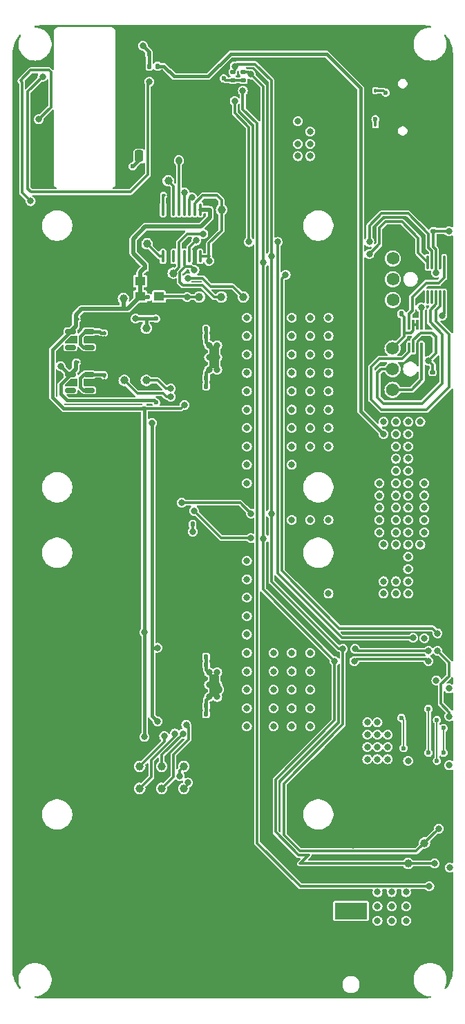
<source format=gbr>
%TF.GenerationSoftware,KiCad,Pcbnew,8.0.4*%
%TF.CreationDate,2024-11-05T20:33:51+01:00*%
%TF.ProjectId,BitForgeNano,42697446-6f72-4676-954e-616e6f2e6b69,rev?*%
%TF.SameCoordinates,Original*%
%TF.FileFunction,Copper,L6,Bot*%
%TF.FilePolarity,Positive*%
%FSLAX46Y46*%
G04 Gerber Fmt 4.6, Leading zero omitted, Abs format (unit mm)*
G04 Created by KiCad (PCBNEW 8.0.4) date 2024-11-05 20:33:51*
%MOMM*%
%LPD*%
G01*
G04 APERTURE LIST*
G04 Aperture macros list*
%AMRoundRect*
0 Rectangle with rounded corners*
0 $1 Rounding radius*
0 $2 $3 $4 $5 $6 $7 $8 $9 X,Y pos of 4 corners*
0 Add a 4 corners polygon primitive as box body*
4,1,4,$2,$3,$4,$5,$6,$7,$8,$9,$2,$3,0*
0 Add four circle primitives for the rounded corners*
1,1,$1+$1,$2,$3*
1,1,$1+$1,$4,$5*
1,1,$1+$1,$6,$7*
1,1,$1+$1,$8,$9*
0 Add four rect primitives between the rounded corners*
20,1,$1+$1,$2,$3,$4,$5,0*
20,1,$1+$1,$4,$5,$6,$7,0*
20,1,$1+$1,$6,$7,$8,$9,0*
20,1,$1+$1,$8,$9,$2,$3,0*%
G04 Aperture macros list end*
%TA.AperFunction,ComponentPad*%
%ADD10C,1.574800*%
%TD*%
%TA.AperFunction,ComponentPad*%
%ADD11C,0.400000*%
%TD*%
%TA.AperFunction,ComponentPad*%
%ADD12O,2.100000X1.000000*%
%TD*%
%TA.AperFunction,ComponentPad*%
%ADD13O,1.800000X1.000000*%
%TD*%
%TA.AperFunction,ComponentPad*%
%ADD14R,4.000000X2.000000*%
%TD*%
%TA.AperFunction,ComponentPad*%
%ADD15O,2.000000X3.500000*%
%TD*%
%TA.AperFunction,ComponentPad*%
%ADD16O,3.300000X2.000000*%
%TD*%
%TA.AperFunction,SMDPad,CuDef*%
%ADD17C,1.000000*%
%TD*%
%TA.AperFunction,SMDPad,CuDef*%
%ADD18RoundRect,0.100000X0.100000X-0.130000X0.100000X0.130000X-0.100000X0.130000X-0.100000X-0.130000X0*%
%TD*%
%TA.AperFunction,SMDPad,CuDef*%
%ADD19RoundRect,0.140000X-0.140000X-0.170000X0.140000X-0.170000X0.140000X0.170000X-0.140000X0.170000X0*%
%TD*%
%TA.AperFunction,SMDPad,CuDef*%
%ADD20RoundRect,0.135000X0.185000X-0.135000X0.185000X0.135000X-0.185000X0.135000X-0.185000X-0.135000X0*%
%TD*%
%TA.AperFunction,SMDPad,CuDef*%
%ADD21RoundRect,0.140000X0.140000X0.170000X-0.140000X0.170000X-0.140000X-0.170000X0.140000X-0.170000X0*%
%TD*%
%TA.AperFunction,SMDPad,CuDef*%
%ADD22RoundRect,0.250000X-0.325000X-1.100000X0.325000X-1.100000X0.325000X1.100000X-0.325000X1.100000X0*%
%TD*%
%TA.AperFunction,SMDPad,CuDef*%
%ADD23RoundRect,0.150000X-0.512500X-0.150000X0.512500X-0.150000X0.512500X0.150000X-0.512500X0.150000X0*%
%TD*%
%TA.AperFunction,SMDPad,CuDef*%
%ADD24RoundRect,0.100000X0.130000X0.100000X-0.130000X0.100000X-0.130000X-0.100000X0.130000X-0.100000X0*%
%TD*%
%TA.AperFunction,SMDPad,CuDef*%
%ADD25RoundRect,0.250000X0.250000X0.475000X-0.250000X0.475000X-0.250000X-0.475000X0.250000X-0.475000X0*%
%TD*%
%TA.AperFunction,SMDPad,CuDef*%
%ADD26RoundRect,0.087500X-0.087500X0.725000X-0.087500X-0.725000X0.087500X-0.725000X0.087500X0.725000X0*%
%TD*%
%TA.AperFunction,SMDPad,CuDef*%
%ADD27RoundRect,0.135000X0.135000X0.185000X-0.135000X0.185000X-0.135000X-0.185000X0.135000X-0.185000X0*%
%TD*%
%TA.AperFunction,SMDPad,CuDef*%
%ADD28RoundRect,0.140000X-0.170000X0.140000X-0.170000X-0.140000X0.170000X-0.140000X0.170000X0.140000X0*%
%TD*%
%TA.AperFunction,SMDPad,CuDef*%
%ADD29RoundRect,0.135000X-0.185000X0.135000X-0.185000X-0.135000X0.185000X-0.135000X0.185000X0.135000X0*%
%TD*%
%TA.AperFunction,SMDPad,CuDef*%
%ADD30RoundRect,0.087500X-0.087500X0.537500X-0.087500X-0.537500X0.087500X-0.537500X0.087500X0.537500X0*%
%TD*%
%TA.AperFunction,SMDPad,CuDef*%
%ADD31RoundRect,0.100000X-0.100000X0.130000X-0.100000X-0.130000X0.100000X-0.130000X0.100000X0.130000X0*%
%TD*%
%TA.AperFunction,SMDPad,CuDef*%
%ADD32RoundRect,0.140000X0.170000X-0.140000X0.170000X0.140000X-0.170000X0.140000X-0.170000X-0.140000X0*%
%TD*%
%TA.AperFunction,SMDPad,CuDef*%
%ADD33R,1.300000X1.100000*%
%TD*%
%TA.AperFunction,SMDPad,CuDef*%
%ADD34RoundRect,0.100000X0.100000X-0.637500X0.100000X0.637500X-0.100000X0.637500X-0.100000X-0.637500X0*%
%TD*%
%TA.AperFunction,ViaPad*%
%ADD35C,0.800000*%
%TD*%
%TA.AperFunction,ViaPad*%
%ADD36C,0.600000*%
%TD*%
%TA.AperFunction,Conductor*%
%ADD37C,0.350000*%
%TD*%
%TA.AperFunction,Conductor*%
%ADD38C,0.500000*%
%TD*%
%TA.AperFunction,Conductor*%
%ADD39C,0.400000*%
%TD*%
%TA.AperFunction,Conductor*%
%ADD40C,0.300000*%
%TD*%
%TA.AperFunction,Conductor*%
%ADD41C,1.000000*%
%TD*%
%TA.AperFunction,Conductor*%
%ADD42C,0.200000*%
%TD*%
G04 APERTURE END LIST*
D10*
%TO.P,J8,1,Pin_1*%
%TO.N,GND*%
X114236483Y-89186762D03*
%TO.P,J8,2,Pin_2*%
%TO.N,+5V*%
X114236483Y-91726762D03*
%TO.P,J8,3,Pin_3*%
%TO.N,/Fan/FAN2_TACH*%
X114236483Y-94266762D03*
%TO.P,J8,4,Pin_4*%
%TO.N,/Fan/FAN2_PWM*%
X114236483Y-96806762D03*
%TD*%
%TO.P,J6,1,Pin_1*%
%TO.N,GND*%
X114275334Y-78206162D03*
%TO.P,J6,2,Pin_2*%
%TO.N,+5V*%
X114275334Y-80746162D03*
%TO.P,J6,3,Pin_3*%
%TO.N,/Fan/FAN1_TACH*%
X114275334Y-83286162D03*
%TO.P,J6,4,Pin_4*%
%TO.N,/Fan/FAN1_PWM*%
X114275334Y-85826162D03*
%TD*%
D11*
%TO.P,U12,41,PAD*%
%TO.N,GND*%
X116336483Y-132046762D03*
X114936483Y-132046762D03*
X113536483Y-132046762D03*
X117336483Y-133326762D03*
X116336483Y-133326762D03*
X114936483Y-133326762D03*
X113536483Y-133326762D03*
X112536483Y-133326762D03*
X116336483Y-134606762D03*
X114936483Y-134606762D03*
X113536483Y-134606762D03*
%TD*%
D12*
%TO.P,J5,S1,SHIELD*%
%TO.N,GND*%
X114966483Y-66571762D03*
D13*
X119146483Y-66571762D03*
D12*
X114966483Y-57931762D03*
D13*
X119146483Y-57931762D03*
%TD*%
D14*
%TO.P,J1,1*%
%TO.N,VIN*%
X109136483Y-160526762D03*
D15*
%TO.P,J1,2*%
%TO.N,GND*%
X104636483Y-167526762D03*
D16*
X109136483Y-166526762D03*
D15*
X113636483Y-167526762D03*
%TD*%
D17*
%TO.P,TP27,1,1*%
%TO.N,Net-(U13-TEMP_P)*%
X84050000Y-95650000D03*
%TD*%
D18*
%TO.P,C33,1*%
%TO.N,Net-(U6-EN)*%
X78900000Y-95080000D03*
%TO.P,C33,2*%
%TO.N,GND*%
X78900000Y-95720000D03*
%TD*%
D19*
%TO.P,C60,1*%
%TO.N,VDD*%
X91380000Y-130450000D03*
%TO.P,C60,2*%
%TO.N,GND*%
X90420000Y-130450000D03*
%TD*%
D20*
%TO.P,R25,1*%
%TO.N,/SCL*%
X94686483Y-57926762D03*
%TO.P,R25,2*%
%TO.N,3V3*%
X94686483Y-58946762D03*
%TD*%
D17*
%TO.P,TP22,1,1*%
%TO.N,Net-(U3-CLKO)*%
X85950000Y-145550000D03*
%TD*%
%TO.P,TP9,1,1*%
%TO.N,/Domain/CLKI*%
X90550000Y-85450000D03*
%TD*%
%TO.P,TP26,1,1*%
%TO.N,Net-(U13-TEMP_N)*%
X81350000Y-95650000D03*
%TD*%
%TO.P,TP10,1,1*%
%TO.N,/Domain/I_NRSTI*%
X87350000Y-82550000D03*
%TD*%
D19*
%TO.P,C61,1*%
%TO.N,VDD*%
X91380000Y-135450000D03*
%TO.P,C61,2*%
%TO.N,GND*%
X90420000Y-135450000D03*
%TD*%
D21*
%TO.P,C46,1*%
%TO.N,+5V*%
X115316483Y-87526762D03*
%TO.P,C46,2*%
%TO.N,GND*%
X114356483Y-87526762D03*
%TD*%
D22*
%TO.P,C41,1*%
%TO.N,VDD*%
X92375000Y-92850000D03*
%TO.P,C41,2*%
%TO.N,GND*%
X89425000Y-92850000D03*
%TD*%
D23*
%TO.P,U6,1,VIN*%
%TO.N,Net-(U6-EN)*%
X77037500Y-94950000D03*
%TO.P,U6,2,GND*%
%TO.N,GND*%
X77037500Y-95900000D03*
%TO.P,U6,3,EN*%
%TO.N,Net-(U6-EN)*%
X77037500Y-96850000D03*
%TO.P,U6,4,PG*%
%TO.N,unconnected-(U6-PG-Pad4)*%
X74762500Y-96850000D03*
%TO.P,U6,5,VOUT*%
%TO.N,/Domain/0V8*%
X74762500Y-94950000D03*
%TD*%
D17*
%TO.P,TP20,1,1*%
%TO.N,Net-(U3-CO)*%
X88650000Y-145550000D03*
%TD*%
D24*
%TO.P,C17,1*%
%TO.N,3V3*%
X91730000Y-80450000D03*
%TO.P,C17,2*%
%TO.N,GND*%
X92370000Y-80450000D03*
%TD*%
D17*
%TO.P,TP17,1,1*%
%TO.N,/SCL*%
X118136483Y-152226762D03*
%TD*%
D18*
%TO.P,R29,1*%
%TO.N,GND*%
X112136483Y-59586762D03*
%TO.P,R29,2*%
%TO.N,Net-(J5-CC2)*%
X112136483Y-60226762D03*
%TD*%
D17*
%TO.P,TP12,1,1*%
%TO.N,/Domain/I_RO*%
X95950000Y-85450000D03*
%TD*%
%TO.P,TP6,1,1*%
%TO.N,3V3*%
X93272500Y-74787500D03*
%TD*%
D25*
%TO.P,C47,1*%
%TO.N,3V3*%
X83186483Y-68226762D03*
%TO.P,C47,2*%
%TO.N,GND*%
X81286483Y-68226762D03*
%TD*%
D26*
%TO.P,U2,1,SMDATA*%
%TO.N,/SDA*%
X118536483Y-81214262D03*
%TO.P,U2,2,SMCLK*%
%TO.N,/SCL*%
X119036483Y-81214262D03*
%TO.P,U2,3,VDD*%
%TO.N,3V3*%
X119536483Y-81214262D03*
%TO.P,U2,4,GND*%
%TO.N,GND*%
X120036483Y-81214262D03*
%TO.P,U2,5,PWM1*%
%TO.N,/Fan/PWM1*%
X120536483Y-81214262D03*
%TO.P,U2,6,TACH1*%
%TO.N,/Fan/FAN1_TACH*%
X120536483Y-85439262D03*
%TO.P,U2,7,PWM2*%
%TO.N,/Fan/PWM2*%
X120036483Y-85439262D03*
%TO.P,U2,8,TACH2*%
%TO.N,/Fan/FAN2_TACH*%
X119536483Y-85439262D03*
%TO.P,U2,9,CLK*%
%TO.N,unconnected-(U2-CLK-Pad9)*%
X119036483Y-85439262D03*
%TO.P,U2,10,\u002AALERT*%
%TO.N,unconnected-(U2-\u002AALERT-Pad10)*%
X118536483Y-85439262D03*
%TD*%
D27*
%TO.P,R14,1*%
%TO.N,/ESP32/VDD_SAMPLE_0*%
X84426483Y-57226762D03*
%TO.P,R14,2*%
%TO.N,VDD*%
X85446483Y-57226762D03*
%TD*%
%TO.P,R22,1*%
%TO.N,GND*%
X83386483Y-55756762D03*
%TO.P,R22,2*%
%TO.N,/ESP32/VDD_SAMPLE_0*%
X84406483Y-55756762D03*
%TD*%
D19*
%TO.P,C35,1*%
%TO.N,GND*%
X84850000Y-81850000D03*
%TO.P,C35,2*%
%TO.N,/Domain/1V2*%
X83890000Y-81850000D03*
%TD*%
D28*
%TO.P,C45,1*%
%TO.N,3V3*%
X119136483Y-94646762D03*
%TO.P,C45,2*%
%TO.N,GND*%
X119136483Y-95606762D03*
%TD*%
D17*
%TO.P,TP25,1,1*%
%TO.N,Net-(U3-TEMP_P)*%
X83250000Y-142850000D03*
%TD*%
%TO.P,TP18,1,1*%
%TO.N,Net-(U9-DIR4)*%
X84150000Y-78950000D03*
%TD*%
%TO.P,TP23,1,1*%
%TO.N,Net-(U3-BO)*%
X85950000Y-142850000D03*
%TD*%
D19*
%TO.P,C29,1*%
%TO.N,VDD*%
X91380000Y-89350000D03*
%TO.P,C29,2*%
%TO.N,GND*%
X90420000Y-89350000D03*
%TD*%
D24*
%TO.P,C32,1*%
%TO.N,/Domain/1V2*%
X75580000Y-88150000D03*
%TO.P,C32,2*%
%TO.N,GND*%
X76220000Y-88150000D03*
%TD*%
D22*
%TO.P,C64,1*%
%TO.N,VDD*%
X92375000Y-132950000D03*
%TO.P,C64,2*%
%TO.N,GND*%
X89425000Y-132950000D03*
%TD*%
D17*
%TO.P,TP16,1,1*%
%TO.N,/SDA*%
X116136483Y-154726762D03*
%TD*%
D18*
%TO.P,C15,1*%
%TO.N,GND*%
X91850000Y-74130000D03*
%TO.P,C15,2*%
%TO.N,/Domain/1V2*%
X91850000Y-74770000D03*
%TD*%
D19*
%TO.P,C59,1*%
%TO.N,VDD*%
X91380000Y-129450000D03*
%TO.P,C59,2*%
%TO.N,GND*%
X90420000Y-129450000D03*
%TD*%
D17*
%TO.P,TP8,1,1*%
%TO.N,/Domain/0V8*%
X84050000Y-89250000D03*
%TD*%
%TO.P,TP7,1,1*%
%TO.N,/Domain/1V2*%
X81250000Y-85650000D03*
%TD*%
D21*
%TO.P,C42,1*%
%TO.N,3V3*%
X89730000Y-113250000D03*
%TO.P,C42,2*%
%TO.N,GND*%
X88770000Y-113250000D03*
%TD*%
D19*
%TO.P,C40,1*%
%TO.N,VDD*%
X91380000Y-96350000D03*
%TO.P,C40,2*%
%TO.N,GND*%
X90420000Y-96350000D03*
%TD*%
D29*
%TO.P,R26,1*%
%TO.N,3V3*%
X95936483Y-58946762D03*
%TO.P,R26,2*%
%TO.N,/SDA*%
X95936483Y-57926762D03*
%TD*%
D23*
%TO.P,U5,1,VIN*%
%TO.N,Net-(U5-EN)*%
X77037500Y-89700000D03*
%TO.P,U5,2,GND*%
%TO.N,GND*%
X77037500Y-90650000D03*
%TO.P,U5,3,EN*%
%TO.N,Net-(U5-EN)*%
X77037500Y-91600000D03*
%TO.P,U5,4,PG*%
%TO.N,unconnected-(U5-PG-Pad4)*%
X74762500Y-91600000D03*
%TO.P,U5,5,VOUT*%
%TO.N,/Domain/1V2*%
X74762500Y-89700000D03*
%TD*%
D17*
%TO.P,TP11,1,1*%
%TO.N,/Domain/I_CI*%
X93250000Y-85450000D03*
%TD*%
D18*
%TO.P,C31,1*%
%TO.N,Net-(U5-EN)*%
X78900000Y-89830000D03*
%TO.P,C31,2*%
%TO.N,GND*%
X78900000Y-90470000D03*
%TD*%
D30*
%TO.P,U23,1,B2Y*%
%TO.N,/Fan/FAN2_PWM*%
X117786483Y-91626762D03*
%TO.P,U23,2,GND*%
%TO.N,GND*%
X117286483Y-91626762D03*
%TO.P,U23,3,VCCA*%
%TO.N,3V3*%
X116786483Y-91626762D03*
%TO.P,U23,4,A2*%
%TO.N,/Fan/PWM2*%
X116286483Y-91626762D03*
%TO.P,U23,5,A1*%
%TO.N,/Fan/PWM1*%
X116286483Y-88826762D03*
%TO.P,U23,6,OE*%
%TO.N,+5V*%
X116786483Y-88826762D03*
%TO.P,U23,7,VCCB*%
X117286483Y-88826762D03*
%TO.P,U23,8,B1Y*%
%TO.N,/Fan/FAN1_PWM*%
X117786483Y-88826762D03*
%TD*%
D24*
%TO.P,C34,1*%
%TO.N,/Domain/0V8*%
X75580000Y-93400000D03*
%TO.P,C34,2*%
%TO.N,GND*%
X76220000Y-93400000D03*
%TD*%
D19*
%TO.P,C39,1*%
%TO.N,VDD*%
X91380000Y-95350000D03*
%TO.P,C39,2*%
%TO.N,GND*%
X90420000Y-95350000D03*
%TD*%
D17*
%TO.P,TP2,1,1*%
%TO.N,Net-(U9-B4)*%
X86750000Y-71250000D03*
%TD*%
D31*
%TO.P,R28,1*%
%TO.N,GND*%
X112136483Y-65046762D03*
%TO.P,R28,2*%
%TO.N,Net-(J5-CC1)*%
X112136483Y-64406762D03*
%TD*%
D17*
%TO.P,TP24,1,1*%
%TO.N,Net-(U3-TEMP_N)*%
X83250000Y-145550000D03*
%TD*%
D32*
%TO.P,C21,1*%
%TO.N,3V3*%
X119236483Y-77406762D03*
%TO.P,C21,2*%
%TO.N,GND*%
X119236483Y-76446762D03*
%TD*%
D33*
%TO.P,U11,1,EN*%
%TO.N,/Domain/1V2*%
X83300000Y-83500000D03*
%TO.P,U11,2,GND*%
%TO.N,GND*%
X85600000Y-83500000D03*
%TO.P,U11,3,OUT*%
%TO.N,/Domain/CLKI*%
X85600000Y-85400000D03*
%TO.P,U11,4,VIN*%
%TO.N,/Domain/1V2*%
X83300000Y-85400000D03*
%TD*%
D34*
%TO.P,U9,1,DIR1*%
%TO.N,3V3*%
X90650000Y-80475000D03*
%TO.P,U9,2,DIR2*%
%TO.N,GND*%
X90000000Y-80475000D03*
%TO.P,U9,3,A1*%
%TO.N,Net-(U9-A1)*%
X89350000Y-80475000D03*
%TO.P,U9,4,A2*%
%TO.N,/Domain/I_CI*%
X88700000Y-80475000D03*
%TO.P,U9,5,A3*%
%TO.N,/Domain/I_NRSTI*%
X88050000Y-80475000D03*
%TO.P,U9,6,A4*%
%TO.N,unconnected-(U9-A4-Pad6)*%
X87400000Y-80475000D03*
%TO.P,U9,7,DIR3*%
%TO.N,GND*%
X86750000Y-80475000D03*
%TO.P,U9,8,DIR4*%
%TO.N,Net-(U9-DIR4)*%
X86100000Y-80475000D03*
%TO.P,U9,9,OE*%
%TO.N,Net-(U9-OE)*%
X86100000Y-74750000D03*
%TO.P,U9,10,GND*%
%TO.N,GND*%
X86750000Y-74750000D03*
%TO.P,U9,11,B4*%
%TO.N,Net-(U9-B4)*%
X87400000Y-74750000D03*
%TO.P,U9,12,B3*%
%TO.N,/RST*%
X88050000Y-74750000D03*
%TO.P,U9,13,B2*%
%TO.N,/TX*%
X88700000Y-74750000D03*
%TO.P,U9,14,B1*%
%TO.N,/RX*%
X89350000Y-74750000D03*
%TO.P,U9,15,VCCB*%
%TO.N,3V3*%
X90000000Y-74750000D03*
%TO.P,U9,16,VCCA*%
%TO.N,/Domain/1V2*%
X90650000Y-74750000D03*
%TD*%
D19*
%TO.P,C100,1*%
%TO.N,VDD*%
X91380000Y-90300000D03*
%TO.P,C100,2*%
%TO.N,GND*%
X90420000Y-90300000D03*
%TD*%
%TO.P,C58,1*%
%TO.N,VDD*%
X91380000Y-136450000D03*
%TO.P,C58,2*%
%TO.N,GND*%
X90420000Y-136450000D03*
%TD*%
D17*
%TO.P,TP21,1,1*%
%TO.N,Net-(U3-RI)*%
X88650000Y-142850000D03*
%TD*%
D24*
%TO.P,R31,1*%
%TO.N,Net-(U9-OE)*%
X86180000Y-73000000D03*
%TO.P,R31,2*%
%TO.N,GND*%
X86820000Y-73000000D03*
%TD*%
D35*
%TO.N,GND*%
X90936483Y-65826762D03*
X71136483Y-97726762D03*
X87250000Y-91350000D03*
X81136483Y-127726762D03*
X90936483Y-64426762D03*
X86250000Y-92850000D03*
X111136483Y-105726762D03*
X116936483Y-93051762D03*
X109636483Y-106726762D03*
X121136483Y-72726762D03*
X81136483Y-82726762D03*
X71136483Y-157726762D03*
X87250000Y-94350000D03*
X109386483Y-131476762D03*
X96136483Y-152726762D03*
X88250000Y-131350000D03*
X88250000Y-134350000D03*
X101136483Y-167726762D03*
X90936483Y-63026762D03*
X89250000Y-92850000D03*
X86250000Y-94350000D03*
X88250000Y-91350000D03*
X81136483Y-77726762D03*
X89250000Y-94350000D03*
X109386483Y-140476762D03*
X86250000Y-134350000D03*
X91136483Y-157726762D03*
X106136483Y-142726762D03*
X79950000Y-95100000D03*
X79950000Y-90500000D03*
X101136483Y-52726762D03*
X112136483Y-65726762D03*
X86136483Y-112726762D03*
X83336483Y-56626762D03*
X90400000Y-141200000D03*
X76136483Y-132726762D03*
X88136483Y-64426762D03*
X89950000Y-101992500D03*
X71136483Y-92726762D03*
X81136483Y-142726762D03*
X81136483Y-132726762D03*
X76136483Y-167726762D03*
X109636483Y-108226762D03*
X81136483Y-117726762D03*
X102576283Y-61526762D03*
X81536483Y-66226762D03*
X81136483Y-162726762D03*
X91136483Y-152726762D03*
X86736483Y-65826762D03*
X88250000Y-94350000D03*
X76136483Y-127726762D03*
X85850000Y-86650000D03*
X86750000Y-87650000D03*
X91136483Y-162726762D03*
X109386483Y-141976762D03*
X86250000Y-91350000D03*
X88136483Y-63026762D03*
X76136483Y-82726762D03*
X92850000Y-80450000D03*
X87250000Y-131350000D03*
X96136483Y-157726762D03*
X109636483Y-114226762D03*
X88250000Y-92850000D03*
X86736483Y-63026762D03*
X106136483Y-57726762D03*
X76136483Y-162726762D03*
X111136483Y-110226762D03*
X71136483Y-152726762D03*
X109386483Y-144976762D03*
X71136483Y-82726762D03*
X71136483Y-127726762D03*
X88250000Y-132850000D03*
X71136483Y-137726762D03*
X89250000Y-134350000D03*
X96136483Y-167726762D03*
X106136483Y-52726762D03*
X81136483Y-147726762D03*
X89250000Y-132850000D03*
X111136483Y-103726762D03*
X79950000Y-93400000D03*
X68136483Y-73476762D03*
X92650000Y-142450000D03*
X92650000Y-102350000D03*
X87250000Y-132850000D03*
X86136483Y-152726762D03*
X96136483Y-147726762D03*
X96136483Y-142726762D03*
X89536483Y-63026762D03*
X90250000Y-132850000D03*
X86136483Y-167726762D03*
X90250000Y-92850000D03*
X109636483Y-112726762D03*
X81136483Y-112726762D03*
X90250000Y-134350000D03*
X81136483Y-157726762D03*
X116136483Y-167726762D03*
X92150000Y-73950000D03*
X89536483Y-64426762D03*
X71136483Y-87726762D03*
X81136483Y-137726762D03*
X120052914Y-131256008D03*
X109386483Y-135976762D03*
X109636483Y-102226762D03*
X76136483Y-112726762D03*
X121136483Y-146476762D03*
X76136483Y-152726762D03*
X116136483Y-72726762D03*
X86136483Y-157726762D03*
X106136483Y-82726762D03*
X71136483Y-112726762D03*
X112136483Y-58926762D03*
X86136483Y-102726762D03*
X111136483Y-107976762D03*
X87250000Y-92850000D03*
X106136483Y-62726762D03*
X101136483Y-57726762D03*
X91136483Y-167726762D03*
X76136483Y-157726762D03*
X86250000Y-131350000D03*
X90250000Y-131350000D03*
X121136483Y-150976762D03*
X76136483Y-102726762D03*
X81136483Y-107726762D03*
X109636483Y-111226762D03*
X81136483Y-152726762D03*
X81136483Y-69926762D03*
X111136483Y-112726762D03*
X85650000Y-81850000D03*
X101136483Y-157726762D03*
X119236483Y-75626762D03*
X92650000Y-123250000D03*
X81136483Y-102726762D03*
X71136483Y-102726762D03*
X111136483Y-102226762D03*
X109636483Y-109726762D03*
X96136483Y-162726762D03*
X87250000Y-134350000D03*
X86736483Y-61626762D03*
X109386483Y-134476762D03*
X71136483Y-142726762D03*
X81136483Y-122726762D03*
X76136483Y-142726762D03*
X109386483Y-147976762D03*
X121136483Y-149476762D03*
X89536483Y-65826762D03*
X88136483Y-61626762D03*
X90250000Y-94350000D03*
X101136483Y-162726762D03*
X86736483Y-64426762D03*
X89250000Y-131350000D03*
X109386483Y-146476762D03*
X87050000Y-84250000D03*
X89250000Y-91350000D03*
X86136483Y-107726762D03*
X121136483Y-147976762D03*
X91136483Y-147726762D03*
X109636483Y-103726762D03*
X120036483Y-79126762D03*
X86136483Y-162726762D03*
X91750000Y-82350000D03*
X88550000Y-114150000D03*
X79950000Y-89000000D03*
X81136483Y-54826762D03*
X86250000Y-132850000D03*
X109386483Y-149476762D03*
X109386483Y-132976762D03*
X111136483Y-57726762D03*
X71136483Y-132726762D03*
X109386483Y-152476762D03*
X76136483Y-137726762D03*
X90250000Y-91350000D03*
X71136483Y-122726762D03*
X103136483Y-71476762D03*
X109386483Y-150976762D03*
X89536483Y-61626762D03*
X81136483Y-167726762D03*
X109386483Y-143476762D03*
X86136483Y-122726762D03*
X121136483Y-144976762D03*
X71136483Y-162726762D03*
X85650000Y-125700000D03*
X111136483Y-52726762D03*
X109636483Y-105226762D03*
X76136483Y-122726762D03*
X86136483Y-117726762D03*
X88136483Y-65826762D03*
%TO.N,VDD*%
X104136483Y-103726762D03*
X116136483Y-112726762D03*
X104136483Y-137976762D03*
X101886483Y-105976762D03*
X101886483Y-96976762D03*
X116136483Y-108226762D03*
X117636483Y-100726762D03*
X116136483Y-115726762D03*
X113136483Y-121726762D03*
X116136483Y-103726762D03*
X112636483Y-112726762D03*
X118136483Y-108226762D03*
X91750000Y-94350000D03*
X91750000Y-134350000D03*
X96386483Y-131226762D03*
X116136483Y-105226762D03*
X101886483Y-92476762D03*
X112636483Y-109726762D03*
X101886483Y-137976762D03*
X96386483Y-94726762D03*
X112636483Y-111226762D03*
X106386483Y-96976762D03*
X104136483Y-128976762D03*
X113136483Y-120226762D03*
X116136483Y-102226762D03*
X118136483Y-111226762D03*
X116136483Y-118726762D03*
X116136483Y-114226762D03*
X104136483Y-131226762D03*
X101886483Y-101476762D03*
X113136483Y-102226762D03*
X96386483Y-101476762D03*
X114636483Y-114226762D03*
X92750000Y-94350000D03*
X96386483Y-128976762D03*
X112636483Y-108226762D03*
X96386483Y-135726762D03*
X106386483Y-87976762D03*
X116136483Y-117226762D03*
X104136483Y-96976762D03*
X99636483Y-133476762D03*
X96386483Y-124476762D03*
X92750000Y-91350000D03*
X104136483Y-133476762D03*
X116136483Y-120226762D03*
X92750000Y-131350000D03*
X116136483Y-106726762D03*
X101886483Y-103726762D03*
X91750000Y-91350000D03*
X96386483Y-90226762D03*
X101886483Y-128976762D03*
X106386483Y-112726762D03*
X101886483Y-99226762D03*
X96386483Y-108226762D03*
X106386483Y-92476762D03*
X106386483Y-101476762D03*
X114636483Y-121726762D03*
X96386483Y-126726762D03*
X91750000Y-132850000D03*
X104136483Y-101476762D03*
X118136483Y-109726762D03*
X114636483Y-120226762D03*
X96386483Y-133476762D03*
X96386483Y-103726762D03*
X114636483Y-100726762D03*
X106386483Y-103726762D03*
X106386483Y-90226762D03*
X96386483Y-99226762D03*
X99636483Y-131226762D03*
X104136483Y-87976762D03*
X96386483Y-117726762D03*
X101886483Y-131226762D03*
X96386483Y-137976762D03*
X104136483Y-90226762D03*
X116136483Y-121726762D03*
X118136483Y-112726762D03*
X118136483Y-114226762D03*
X101886483Y-112726762D03*
X101886483Y-90226762D03*
X104136483Y-99226762D03*
X114636483Y-111226762D03*
X96386483Y-122226762D03*
X114636483Y-103726762D03*
X91750000Y-92850000D03*
X112636483Y-114226762D03*
X101886483Y-135726762D03*
X114636483Y-108226762D03*
X117636483Y-115726762D03*
X106386483Y-121726762D03*
X106386483Y-94726762D03*
X116136483Y-100726762D03*
X96386483Y-92476762D03*
X96386483Y-87976762D03*
X99636483Y-135726762D03*
X116136483Y-109726762D03*
X104136483Y-112726762D03*
X114636483Y-105226762D03*
X96386483Y-96976762D03*
X113136483Y-100726762D03*
X104136483Y-135726762D03*
X101886483Y-87976762D03*
X104136483Y-94726762D03*
X92750000Y-134350000D03*
X92750000Y-92850000D03*
X101886483Y-133476762D03*
X114636483Y-102226762D03*
X91750000Y-131350000D03*
X101886483Y-94726762D03*
X92750000Y-132850000D03*
X114636483Y-112726762D03*
X104136483Y-92476762D03*
X96386483Y-105976762D03*
X114636483Y-109726762D03*
X114636483Y-106726762D03*
X106386483Y-99226762D03*
X96386483Y-119976762D03*
X99636483Y-128976762D03*
X116136483Y-111226762D03*
X113136483Y-115726762D03*
X99636483Y-137976762D03*
X121136483Y-133326762D03*
X114636483Y-115726762D03*
%TO.N,/Domain/0V8*%
X82750000Y-88100000D03*
X85410000Y-128350000D03*
D36*
X85250000Y-98350000D03*
D35*
X85430000Y-137350000D03*
X73550000Y-93900000D03*
D36*
X85250000Y-88100000D03*
D35*
X84750000Y-100850000D03*
D36*
%TO.N,Net-(J5-CC1)*%
X112136483Y-63726762D03*
%TO.N,Net-(J5-CC2)*%
X113386483Y-60476762D03*
D35*
%TO.N,/ESP32/IO0*%
X84436483Y-59126762D03*
X71336483Y-58526762D03*
%TO.N,/Domain/1V2*%
X83850000Y-139250000D03*
X83850000Y-126450000D03*
D36*
X84250000Y-85500000D03*
X83820000Y-99100000D03*
D35*
X88733806Y-98650188D03*
%TO.N,Net-(U12-BP1V5)*%
X119736483Y-128726762D03*
X121186483Y-136726762D03*
%TO.N,/Power/AGND*%
X116136483Y-142176762D03*
X121186483Y-142726762D03*
X119593676Y-132333955D03*
%TO.N,Net-(U9-A1)*%
X90150000Y-78550000D03*
%TO.N,Net-(U3-RI)*%
X88150000Y-144050000D03*
D36*
%TO.N,Net-(U12-EN{slash}UVLO)*%
X115286483Y-136926762D03*
X115586483Y-140626762D03*
D35*
%TO.N,/Domain/I_RO*%
X89150000Y-83150000D03*
%TO.N,/Domain/CLKI*%
X89050000Y-85450000D03*
%TO.N,/TX*%
X88750000Y-72650000D03*
%TO.N,/RX*%
X89650000Y-73250000D03*
%TO.N,/RST*%
X88050000Y-68850000D03*
X88036483Y-68726762D03*
%TO.N,/Domain/I_CI*%
X89950000Y-82150000D03*
%TO.N,/Domain/I_NRSTI*%
X91050000Y-77750000D03*
%TO.N,VIN*%
X114136483Y-158226762D03*
X115886483Y-158226762D03*
X114136483Y-161726762D03*
X112386483Y-159976762D03*
X112386483Y-158226762D03*
X114136483Y-159976762D03*
X112386483Y-161726762D03*
X115886483Y-161726762D03*
X115886483Y-159976762D03*
D36*
%TO.N,Net-(U12-MSEL1)*%
X118636483Y-135826762D03*
X118636483Y-141176762D03*
D35*
%TO.N,/ESP32/VDD_SAMPLE_0*%
X83636483Y-54726762D03*
%TO.N,/Fan/FAN1_TACH*%
X120336483Y-87726762D03*
%TO.N,/Fan/FAN1_PWM*%
X117736483Y-86726762D03*
%TO.N,/SCL*%
X111386483Y-78726762D03*
X109636483Y-128476762D03*
X96886483Y-111926762D03*
X119886483Y-150476762D03*
X99386483Y-111926762D03*
X118636483Y-128726762D03*
X108136483Y-128476762D03*
X94886483Y-57226762D03*
X88400000Y-110600000D03*
X99386483Y-80476762D03*
%TO.N,/SDA*%
X96886483Y-114939262D03*
X98386483Y-114976762D03*
X107136483Y-129976762D03*
X96886483Y-58226762D03*
X118636483Y-129976762D03*
X119386483Y-154726762D03*
X111386483Y-80226762D03*
X109536483Y-129976762D03*
X89900000Y-111600000D03*
X98386483Y-81226762D03*
D36*
%TO.N,Net-(U12-ADRSEL)*%
X119676483Y-142176762D03*
X119676483Y-137176762D03*
D35*
%TO.N,Net-(U3-CO)*%
X89150000Y-144850000D03*
%TO.N,Net-(U3-CLKO)*%
X88950000Y-137750000D03*
%TO.N,Net-(U3-BO)*%
X88550000Y-138850000D03*
%TO.N,Net-(U3-TEMP_N)*%
X87550000Y-138850000D03*
%TO.N,3V3*%
X70886483Y-63726762D03*
X104136483Y-68226762D03*
X102636483Y-66726762D03*
X104136483Y-66726762D03*
X102636483Y-68226762D03*
X119536483Y-82476762D03*
D36*
X82386483Y-69476762D03*
D35*
X121236483Y-155226762D03*
X118636483Y-93226762D03*
D36*
X93536483Y-58726762D03*
D35*
X89750000Y-114150000D03*
X69886483Y-73726762D03*
X104136483Y-65226762D03*
X118136483Y-127176762D03*
X91750000Y-81050000D03*
X121136483Y-77426762D03*
%TO.N,Net-(U3-TEMP_P)*%
X86250000Y-139150000D03*
%TO.N,Net-(U13-TEMP_N)*%
X87050000Y-97650000D03*
%TO.N,Net-(U13-TEMP_P)*%
X87050000Y-96650000D03*
%TO.N,+5V*%
X112386483Y-138976762D03*
X112386483Y-140476762D03*
X113636483Y-138976762D03*
X111136483Y-138976762D03*
X111136483Y-140476762D03*
X111136483Y-141976762D03*
X113636483Y-141976762D03*
X111136483Y-137476762D03*
X113636483Y-140476762D03*
X112386483Y-141976762D03*
X102636483Y-63976762D03*
X112386483Y-137476762D03*
D36*
%TO.N,Net-(U12-VSEL)*%
X120466483Y-141176762D03*
X120466483Y-138159169D03*
D35*
%TO.N,/Power/PGOOD*%
X119736483Y-126576762D03*
X101136483Y-82726762D03*
%TO.N,/ESP32/INA_ALRT*%
X95886483Y-60226762D03*
X118736483Y-157526762D03*
%TO.N,/Power/SMB_ALRT*%
X96636483Y-78726762D03*
X116736483Y-127126762D03*
X94886483Y-61476762D03*
X100136483Y-78726762D03*
%TD*%
D37*
%TO.N,GND*%
X116936483Y-93051762D02*
X117286483Y-92701762D01*
D38*
X84850000Y-81850000D02*
X85650000Y-81850000D01*
D39*
X78900000Y-90470000D02*
X79920000Y-90470000D01*
D40*
X91970000Y-74130000D02*
X92150000Y-73950000D01*
D39*
X90420000Y-135520000D02*
X89250000Y-134350000D01*
X90450000Y-141150000D02*
X90400000Y-141200000D01*
X89520000Y-131350000D02*
X89250000Y-131350000D01*
X78720000Y-95900000D02*
X78900000Y-95720000D01*
X79920000Y-90470000D02*
X79950000Y-90500000D01*
D40*
X86750000Y-74750000D02*
X86750000Y-73070000D01*
X91850000Y-74130000D02*
X91970000Y-74130000D01*
X88550000Y-114150000D02*
X88550000Y-113470000D01*
D39*
X79950000Y-95100000D02*
X79330000Y-95720000D01*
X76220000Y-88150000D02*
X79100000Y-88150000D01*
X90420000Y-129450000D02*
X90420000Y-130450000D01*
X90450000Y-141150000D02*
X90450000Y-136480000D01*
D38*
X90420000Y-96450000D02*
X90420000Y-94520000D01*
D39*
X77037500Y-95900000D02*
X78720000Y-95900000D01*
D38*
X112136483Y-65046762D02*
X112136483Y-65726762D01*
D37*
X117286483Y-92701762D02*
X117286483Y-91626762D01*
D39*
X77037500Y-90650000D02*
X78720000Y-90650000D01*
D38*
X90420000Y-91180000D02*
X90250000Y-91350000D01*
D40*
X92370000Y-80450000D02*
X92850000Y-80450000D01*
D38*
X81536483Y-66226762D02*
X81286483Y-66476762D01*
D37*
X119236483Y-76446762D02*
X119236483Y-75626762D01*
D39*
X90420000Y-130450000D02*
X89520000Y-131350000D01*
D38*
X81286483Y-66476762D02*
X81286483Y-68226762D01*
D39*
X79100000Y-88150000D02*
X79950000Y-89000000D01*
D37*
X120036483Y-81214262D02*
X120036483Y-79126762D01*
D39*
X79330000Y-95720000D02*
X78900000Y-95720000D01*
D38*
X85600000Y-81900000D02*
X85650000Y-81850000D01*
X85600000Y-83500000D02*
X85600000Y-81900000D01*
X83386483Y-56576762D02*
X83336483Y-56626762D01*
D39*
X90420000Y-136450000D02*
X90420000Y-135520000D01*
D38*
X90420000Y-89400000D02*
X90420000Y-91180000D01*
D39*
X76220000Y-93400000D02*
X79950000Y-93400000D01*
D38*
X83386483Y-55756762D02*
X83386483Y-56576762D01*
D39*
X90450000Y-136480000D02*
X90420000Y-136450000D01*
X78720000Y-90650000D02*
X78900000Y-90470000D01*
D38*
X112136483Y-59586762D02*
X112136483Y-58926762D01*
D40*
X88550000Y-113470000D02*
X88770000Y-113250000D01*
X86750000Y-73070000D02*
X86770000Y-73050000D01*
D38*
X90420000Y-94520000D02*
X90250000Y-94350000D01*
D40*
%TO.N,Net-(U9-OE)*%
X86100000Y-74750000D02*
X86100000Y-73080000D01*
X86100000Y-73080000D02*
X86130000Y-73050000D01*
D39*
%TO.N,VDD*%
X94386483Y-55726762D02*
X106136483Y-55726762D01*
D41*
X92875000Y-133450000D02*
X92375000Y-132950000D01*
D39*
X110336483Y-99426762D02*
X113136483Y-102226762D01*
X106136483Y-55726762D02*
X110336483Y-59926762D01*
X110336483Y-59926762D02*
X110336483Y-99426762D01*
X91380000Y-96450000D02*
X91380000Y-94720000D01*
X85446483Y-57226762D02*
X86236483Y-57226762D01*
X91380000Y-94720000D02*
X91750000Y-94350000D01*
X91380000Y-129450000D02*
X91380000Y-130980000D01*
X91380000Y-90980000D02*
X91750000Y-91350000D01*
X91380000Y-130980000D02*
X91750000Y-131350000D01*
X91380000Y-134720000D02*
X91750000Y-134350000D01*
X87486483Y-58476762D02*
X91636483Y-58476762D01*
X91636483Y-58476762D02*
X94386483Y-55726762D01*
X91380000Y-89400000D02*
X91380000Y-90980000D01*
X86236483Y-57226762D02*
X87486483Y-58476762D01*
X91380000Y-136450000D02*
X91380000Y-134720000D01*
%TO.N,/Domain/0V8*%
X84050000Y-88100000D02*
X84050000Y-89250000D01*
D38*
X75420000Y-94292500D02*
X74762500Y-94950000D01*
D39*
X84750000Y-128350000D02*
X84750000Y-122150000D01*
X74600000Y-94950000D02*
X73550000Y-93900000D01*
X84750000Y-128350000D02*
X85410000Y-128350000D01*
X73550000Y-97326342D02*
X73550000Y-96162500D01*
X85000000Y-98100000D02*
X74323658Y-98100000D01*
X73550000Y-96162500D02*
X74762500Y-94950000D01*
X84750000Y-136670000D02*
X84750000Y-128350000D01*
X85430000Y-137350000D02*
X84750000Y-136670000D01*
X84750000Y-122050000D02*
X84750000Y-100850000D01*
X74762500Y-94950000D02*
X74600000Y-94950000D01*
X85250000Y-88100000D02*
X84050000Y-88100000D01*
D38*
X75420000Y-93400000D02*
X75420000Y-94292500D01*
D39*
X84050000Y-88100000D02*
X82750000Y-88100000D01*
X85250000Y-98350000D02*
X85000000Y-98100000D01*
X74323658Y-98100000D02*
X73550000Y-97326342D01*
D40*
%TO.N,Net-(J5-CC1)*%
X112136483Y-63726762D02*
X112136483Y-64406762D01*
%TO.N,Net-(J5-CC2)*%
X112136483Y-60226762D02*
X113136483Y-60226762D01*
X113136483Y-60226762D02*
X113386483Y-60476762D01*
%TO.N,/ESP32/IO0*%
X69936483Y-72626762D02*
X69536483Y-72226762D01*
X84236483Y-59326762D02*
X84236483Y-70490366D01*
X84436483Y-59126762D02*
X84236483Y-59326762D01*
X69536483Y-60326762D02*
X71336483Y-58526762D01*
X84236483Y-70490366D02*
X82100087Y-72626762D01*
X82100087Y-72626762D02*
X69936483Y-72626762D01*
X69536483Y-72226762D02*
X69536483Y-60326762D01*
D39*
%TO.N,/Domain/1V2*%
X83400000Y-85500000D02*
X84250000Y-85500000D01*
X83850000Y-126450000D02*
X83850000Y-139250000D01*
D38*
X82450000Y-80100001D02*
X82450000Y-78350000D01*
D39*
X73950000Y-99100000D02*
X72550000Y-97700000D01*
D38*
X75420000Y-87630000D02*
X75420000Y-89042500D01*
X90750000Y-76850000D02*
X91850000Y-75750000D01*
X91850000Y-75750000D02*
X91850000Y-74770000D01*
D40*
X88283994Y-99100000D02*
X83820000Y-99100000D01*
D38*
X90670000Y-74770000D02*
X90650000Y-74750000D01*
X83300000Y-85400000D02*
X81800000Y-86900000D01*
D40*
X83820000Y-126420000D02*
X83850000Y-126450000D01*
D39*
X72550000Y-91912500D02*
X74762500Y-89700000D01*
D38*
X81800000Y-86900000D02*
X81250000Y-86900000D01*
X76150000Y-86900000D02*
X75420000Y-87630000D01*
X91850000Y-74770000D02*
X90670000Y-74770000D01*
X83950000Y-76850000D02*
X90750000Y-76850000D01*
X83300000Y-83500000D02*
X83300000Y-82440000D01*
X83300000Y-82440000D02*
X83890000Y-81850000D01*
X81250000Y-86900000D02*
X81250000Y-85650000D01*
D39*
X83820000Y-99100000D02*
X73950000Y-99100000D01*
D38*
X83890000Y-81850000D02*
X83890000Y-81540001D01*
D39*
X83820000Y-99100000D02*
X83820000Y-126320000D01*
X83300000Y-85400000D02*
X83400000Y-85500000D01*
D38*
X83300000Y-85400000D02*
X83300000Y-83500000D01*
X83890000Y-81540001D02*
X82450000Y-80100001D01*
X82450000Y-78350000D02*
X83950000Y-76850000D01*
X81250000Y-86900000D02*
X76150000Y-86900000D01*
X75420000Y-89042500D02*
X74762500Y-89700000D01*
D39*
X72550000Y-97700000D02*
X72550000Y-91912500D01*
D40*
X88733806Y-98650188D02*
X88283994Y-99100000D01*
%TO.N,Net-(U12-BP1V5)*%
X121136483Y-130126762D02*
X121136483Y-131826762D01*
X120136483Y-135176762D02*
X121186483Y-136226762D01*
X119736483Y-128726762D02*
X121136483Y-130126762D01*
X121186483Y-136226762D02*
X121186483Y-136726762D01*
X121136483Y-131826762D02*
X120136483Y-132826762D01*
X120136483Y-132826762D02*
X120136483Y-135176762D01*
%TO.N,Net-(U9-A1)*%
X89350000Y-79350000D02*
X90150000Y-78550000D01*
X89350000Y-80475000D02*
X89350000Y-79350000D01*
%TO.N,Net-(U3-RI)*%
X88150000Y-143350000D02*
X88650000Y-142850000D01*
X88150000Y-144050000D02*
X88150000Y-143350000D01*
D42*
%TO.N,Net-(U12-EN{slash}UVLO)*%
X115586483Y-137226762D02*
X115586483Y-140626762D01*
X115286483Y-136926762D02*
X115586483Y-137226762D01*
D40*
%TO.N,/Domain/I_RO*%
X90950000Y-83150000D02*
X91950000Y-84150000D01*
X89150000Y-83150000D02*
X90950000Y-83150000D01*
X94650000Y-84150000D02*
X95950000Y-85450000D01*
X91950000Y-84150000D02*
X94650000Y-84150000D01*
%TO.N,/Domain/CLKI*%
X89000000Y-85400000D02*
X85600000Y-85400000D01*
X89050000Y-85450000D02*
X89000000Y-85400000D01*
X89050000Y-85450000D02*
X90550000Y-85450000D01*
D39*
%TO.N,Net-(U5-EN)*%
X78325000Y-89700000D02*
X78455000Y-89830000D01*
X77037500Y-89700000D02*
X76543026Y-89700000D01*
X75975000Y-91199999D02*
X76375001Y-91600000D01*
X76543026Y-89700000D02*
X75975000Y-90268026D01*
X77037500Y-89700000D02*
X78325000Y-89700000D01*
X75975000Y-90268026D02*
X75975000Y-91199999D01*
X76375001Y-91600000D02*
X77037500Y-91600000D01*
X78455000Y-89830000D02*
X78900000Y-89830000D01*
D40*
%TO.N,/TX*%
X88700000Y-72700000D02*
X88700000Y-74750000D01*
X88750000Y-72650000D02*
X88700000Y-72700000D01*
%TO.N,/RX*%
X89650000Y-73250000D02*
X89350000Y-73550000D01*
X89350000Y-73550000D02*
X89350000Y-74750000D01*
%TO.N,/RST*%
X88050000Y-74750000D02*
X88050000Y-68850000D01*
D39*
%TO.N,Net-(U6-EN)*%
X75975000Y-95350001D02*
X76375001Y-94950000D01*
X75975000Y-96449999D02*
X75975000Y-95350001D01*
X76375001Y-94950000D02*
X77037500Y-94950000D01*
X76375001Y-96850000D02*
X75975000Y-96449999D01*
X77037500Y-96850000D02*
X76375001Y-96850000D01*
X78900000Y-94920000D02*
X78245000Y-94920000D01*
X77067500Y-94920000D02*
X77037500Y-94950000D01*
X78205000Y-94920000D02*
X77067500Y-94920000D01*
D40*
%TO.N,Net-(U9-B4)*%
X87400000Y-71900000D02*
X86650000Y-71150000D01*
X87400000Y-74750000D02*
X87400000Y-71900000D01*
%TO.N,/Domain/I_CI*%
X88700000Y-80475000D02*
X88700000Y-81600000D01*
X89950000Y-82150000D02*
X89550000Y-81750000D01*
X89550000Y-81750000D02*
X88850000Y-81750000D01*
X88850000Y-81750000D02*
X88150000Y-82450000D01*
X90950000Y-84050000D02*
X92350000Y-85450000D01*
X88150000Y-82450000D02*
X88150000Y-83650000D01*
X88700000Y-81600000D02*
X88850000Y-81750000D01*
X92350000Y-85450000D02*
X93250000Y-85450000D01*
X88550000Y-84050000D02*
X90950000Y-84050000D01*
X88150000Y-83650000D02*
X88550000Y-84050000D01*
%TO.N,/Domain/I_NRSTI*%
X87350000Y-82550000D02*
X88050000Y-81850000D01*
X88050000Y-80475000D02*
X88050000Y-78750000D01*
X89050000Y-77750000D02*
X91050000Y-77750000D01*
X88050000Y-81850000D02*
X88050000Y-80475000D01*
X88050000Y-78750000D02*
X89050000Y-77750000D01*
%TO.N,Net-(U9-DIR4)*%
X85675000Y-80475000D02*
X84150000Y-78950000D01*
X86100000Y-80475000D02*
X85675000Y-80475000D01*
D42*
%TO.N,Net-(U12-MSEL1)*%
X118636483Y-141176762D02*
X118636483Y-135826762D01*
D39*
%TO.N,/ESP32/VDD_SAMPLE_0*%
X83636483Y-54726762D02*
X84406483Y-55496762D01*
X84426483Y-57226762D02*
X84406483Y-57206762D01*
X84406483Y-57206762D02*
X84406483Y-55756762D01*
X84406483Y-55496762D02*
X84406483Y-55756762D01*
D37*
%TO.N,/Fan/FAN1_TACH*%
X120536483Y-87526762D02*
X120536483Y-85439262D01*
X120336483Y-87726762D02*
X120536483Y-87526762D01*
%TO.N,/Fan/FAN1_PWM*%
X117786483Y-86676762D02*
X117736483Y-86726762D01*
X117786483Y-88826762D02*
X117786483Y-86676762D01*
%TO.N,/Fan/FAN2_TACH*%
X118836483Y-87037550D02*
X118836483Y-88526762D01*
X112386483Y-94726762D02*
X112846483Y-94266762D01*
X120336483Y-90026762D02*
X120336483Y-96026762D01*
X118836483Y-88526762D02*
X120336483Y-90026762D01*
X119536483Y-86337550D02*
X118836483Y-87037550D01*
X120336483Y-96026762D02*
X117886483Y-98476762D01*
X119536483Y-85439262D02*
X119536483Y-86337550D01*
X117886483Y-98476762D02*
X113136483Y-98476762D01*
X112386483Y-97726762D02*
X112386483Y-94726762D01*
X112846483Y-94266762D02*
X114236483Y-94266762D01*
X113136483Y-98476762D02*
X112386483Y-97726762D01*
%TO.N,/Fan/FAN2_PWM*%
X116556483Y-96806762D02*
X114236483Y-96806762D01*
X117786483Y-95576762D02*
X116556483Y-96806762D01*
X117786483Y-91626762D02*
X117786483Y-95576762D01*
D40*
%TO.N,/SCL*%
X118636483Y-128726762D02*
X109886483Y-128726762D01*
X107636483Y-128476762D02*
X108136483Y-128476762D01*
X118626483Y-77716762D02*
X118626483Y-79413819D01*
X102886483Y-153226762D02*
X117136483Y-153226762D01*
X99386483Y-58976762D02*
X97386483Y-56976762D01*
X111386483Y-76726762D02*
X111386483Y-78726762D01*
D37*
X96886483Y-111926762D02*
X96823983Y-111989262D01*
D40*
X99386483Y-80476762D02*
X99386483Y-111926762D01*
X111386483Y-76726762D02*
X112886483Y-75226762D01*
X109886483Y-128726762D02*
X109636483Y-128476762D01*
X99386483Y-120226762D02*
X107636483Y-128476762D01*
X94886483Y-57226762D02*
X94886483Y-57726762D01*
X116136483Y-75226762D02*
X118626483Y-77716762D01*
X100886483Y-151226762D02*
X102886483Y-153226762D01*
X95136483Y-56976762D02*
X94886483Y-57226762D01*
X117136483Y-153226762D02*
X119886483Y-150476762D01*
X96886483Y-111926762D02*
X96836483Y-111976762D01*
X99386483Y-80476762D02*
X99386483Y-58976762D01*
X97386483Y-56976762D02*
X95136483Y-56976762D01*
X88400000Y-110600000D02*
X95559721Y-110600000D01*
X99386483Y-111926762D02*
X99386483Y-120226762D01*
X95559721Y-110600000D02*
X96886483Y-111926762D01*
X100886483Y-144976762D02*
X100886483Y-151226762D01*
X112886483Y-75226762D02*
X116136483Y-75226762D01*
X108136483Y-128476762D02*
X108136483Y-137726762D01*
X108136483Y-137726762D02*
X100886483Y-144976762D01*
X118626483Y-79413819D02*
X119036483Y-79823819D01*
X94886483Y-57726762D02*
X94686483Y-57926762D01*
X119036483Y-79823819D02*
X119036483Y-81214262D01*
%TO.N,/SDA*%
X98386483Y-81226762D02*
X98386483Y-59726762D01*
X89900000Y-111600000D02*
X93239262Y-114939262D01*
X112636483Y-76976762D02*
X113386483Y-76226762D01*
X103936483Y-153676762D02*
X102700087Y-153676762D01*
X98386483Y-121226762D02*
X107136483Y-129976762D01*
X99886483Y-150863158D02*
X99886483Y-144476762D01*
X109786483Y-129726762D02*
X109536483Y-129976762D01*
X117386483Y-80064262D02*
X118536483Y-81214262D01*
X98386483Y-81226762D02*
X98386483Y-114976762D01*
X98386483Y-114976762D02*
X98386483Y-121226762D01*
X117386483Y-78226762D02*
X117386483Y-80064262D01*
X119386483Y-154726762D02*
X102886483Y-154726762D01*
X112636483Y-78976762D02*
X111386483Y-80226762D01*
X96886483Y-58226762D02*
X96586483Y-57926762D01*
X93239262Y-114939262D02*
X96886483Y-114939262D01*
X115386483Y-76226762D02*
X117386483Y-78226762D01*
X99886483Y-144476762D02*
X107136483Y-137226762D01*
X113386483Y-76226762D02*
X115386483Y-76226762D01*
X98386483Y-59726762D02*
X96886483Y-58226762D01*
X96586483Y-57926762D02*
X95936483Y-57926762D01*
X107136483Y-137226762D02*
X107136483Y-129976762D01*
X118386483Y-129726762D02*
X109786483Y-129726762D01*
X118636483Y-129976762D02*
X118386483Y-129726762D01*
X112636483Y-78726762D02*
X112636483Y-78976762D01*
X102886483Y-154726762D02*
X103936483Y-153676762D01*
X112636483Y-78726762D02*
X112636483Y-76976762D01*
X102700087Y-153676762D02*
X99886483Y-150863158D01*
D42*
%TO.N,Net-(U12-ADRSEL)*%
X119676483Y-142176762D02*
X119676483Y-137176762D01*
D40*
%TO.N,Net-(U3-CO)*%
X89150000Y-145050000D02*
X88650000Y-145550000D01*
X89150000Y-144850000D02*
X89150000Y-145050000D01*
%TO.N,Net-(U3-CLKO)*%
X88950000Y-137750000D02*
X89250000Y-138050000D01*
X87350000Y-144150000D02*
X85950000Y-145550000D01*
X89250000Y-139550000D02*
X87350000Y-141450000D01*
X87350000Y-141450000D02*
X87350000Y-144150000D01*
X89250000Y-138050000D02*
X89250000Y-139550000D01*
D37*
%TO.N,/Fan/PWM2*%
X121136483Y-90026762D02*
X121136483Y-96476762D01*
X112586483Y-93026762D02*
X115436483Y-93026762D01*
X119536483Y-87044657D02*
X119536483Y-88426762D01*
X121136483Y-96476762D02*
X118386483Y-99226762D01*
X120036483Y-85439262D02*
X120036483Y-86544657D01*
X120036483Y-86544657D02*
X119536483Y-87044657D01*
X111636483Y-97976762D02*
X111636483Y-93976762D01*
X112886483Y-99226762D02*
X111636483Y-97976762D01*
X116286483Y-92176762D02*
X116286483Y-91626762D01*
X115436483Y-93026762D02*
X116286483Y-92176762D01*
X111636483Y-93976762D02*
X112586483Y-93026762D01*
X118386483Y-99226762D02*
X112886483Y-99226762D01*
X119536483Y-88426762D02*
X121136483Y-90026762D01*
%TO.N,/Fan/PWM1*%
X118386483Y-83726762D02*
X116636483Y-85476762D01*
X120536483Y-81214262D02*
X120536483Y-83076762D01*
X119886483Y-83726762D02*
X118386483Y-83726762D01*
X116286483Y-88826762D02*
X116286483Y-87476762D01*
X120536483Y-83076762D02*
X119886483Y-83726762D01*
X116636483Y-85476762D02*
X116636483Y-87126762D01*
X116286483Y-87476762D02*
X116636483Y-87126762D01*
D40*
%TO.N,Net-(U3-BO)*%
X85950000Y-141450000D02*
X85950000Y-142850000D01*
X88550000Y-138850000D02*
X85950000Y-141450000D01*
%TO.N,Net-(U3-TEMP_N)*%
X84650000Y-142086396D02*
X84650000Y-144150000D01*
X84650000Y-144150000D02*
X83250000Y-145550000D01*
X87550000Y-139186396D02*
X84650000Y-142086396D01*
X87550000Y-138850000D02*
X87550000Y-139186396D01*
D37*
%TO.N,3V3*%
X119536483Y-92326762D02*
X119536483Y-90326762D01*
D40*
X93272500Y-73572500D02*
X93272500Y-74787500D01*
D37*
X116786483Y-90708868D02*
X116786483Y-91626762D01*
X118636483Y-93226762D02*
X119536483Y-92326762D01*
D40*
X90000000Y-74012501D02*
X90962501Y-73050000D01*
X91705000Y-80475000D02*
X91730000Y-80450000D01*
D37*
X119136483Y-93726762D02*
X118636483Y-93226762D01*
X121116483Y-77406762D02*
X121136483Y-77426762D01*
D40*
X68836483Y-72676762D02*
X69886483Y-73726762D01*
D37*
X119536483Y-82476762D02*
X119536483Y-81214262D01*
D40*
X91730000Y-78870000D02*
X93272500Y-77327500D01*
D37*
X119536483Y-81214262D02*
X119536483Y-79652067D01*
D40*
X68836483Y-59176762D02*
X68836483Y-72676762D01*
X93272500Y-77327500D02*
X93272500Y-74787500D01*
X70886483Y-63726762D02*
X72386483Y-62226762D01*
X91730000Y-80450000D02*
X91730000Y-78870000D01*
X93756483Y-58946762D02*
X93536483Y-58726762D01*
X90962501Y-73050000D02*
X92750000Y-73050000D01*
D37*
X119136483Y-94646762D02*
X119136483Y-93726762D01*
D40*
X91730000Y-80450000D02*
X91730000Y-81030000D01*
D37*
X119236483Y-77406762D02*
X121116483Y-77406762D01*
D40*
X91730000Y-81030000D02*
X91750000Y-81050000D01*
D37*
X119536483Y-90326762D02*
X119036483Y-89826762D01*
X119536483Y-79652067D02*
X119236483Y-79352067D01*
D40*
X72386483Y-62226762D02*
X72386483Y-57976762D01*
D39*
X82386483Y-69476762D02*
X83186483Y-68676762D01*
D40*
X89750000Y-114150000D02*
X89750000Y-113270000D01*
D37*
X119036483Y-89826762D02*
X117668589Y-89826762D01*
D40*
X68636483Y-58976762D02*
X68836483Y-59176762D01*
X72386483Y-57976762D02*
X72136483Y-57726762D01*
X90650000Y-80475000D02*
X91705000Y-80475000D01*
X72136483Y-57726762D02*
X69886483Y-57726762D01*
D37*
X119236483Y-79352067D02*
X119236483Y-77406762D01*
D40*
X69886483Y-57726762D02*
X68636483Y-58976762D01*
D37*
X117668589Y-89826762D02*
X116786483Y-90708868D01*
D40*
X95936483Y-58946762D02*
X93756483Y-58946762D01*
X92750000Y-73050000D02*
X93272500Y-73572500D01*
X90000000Y-74750000D02*
X90000000Y-74012501D01*
D39*
X83186483Y-68676762D02*
X83186483Y-68226762D01*
D40*
X89750000Y-113270000D02*
X89730000Y-113250000D01*
%TO.N,Net-(U3-TEMP_P)*%
X86250000Y-139150000D02*
X86250000Y-139850000D01*
X86250000Y-139850000D02*
X83250000Y-142850000D01*
%TO.N,Net-(U13-TEMP_N)*%
X87050000Y-97650000D02*
X86550000Y-97650000D01*
X86550000Y-97650000D02*
X86150000Y-97250000D01*
X82950000Y-97250000D02*
X81350000Y-95650000D01*
X86150000Y-97250000D02*
X82950000Y-97250000D01*
%TO.N,Net-(U13-TEMP_P)*%
X86450000Y-96650000D02*
X85450000Y-95650000D01*
X87050000Y-96650000D02*
X86450000Y-96650000D01*
X85450000Y-95650000D02*
X84050000Y-95650000D01*
D37*
%TO.N,+5V*%
X115316483Y-87526762D02*
X115316483Y-87606762D01*
X116786483Y-89537550D02*
X116786483Y-88826762D01*
X115636483Y-90326762D02*
X114236483Y-91726762D01*
X115316483Y-87606762D02*
X115636483Y-87926762D01*
X116497271Y-89826762D02*
X116786483Y-89537550D01*
X115636483Y-87926762D02*
X115636483Y-90326762D01*
X117286483Y-88826762D02*
X116786483Y-88826762D01*
X115636483Y-90326762D02*
X115636483Y-89826762D01*
X115636483Y-89826762D02*
X116497271Y-89826762D01*
D42*
%TO.N,Net-(U12-VSEL)*%
X120466483Y-141176762D02*
X120466483Y-138159169D01*
D40*
%TO.N,/Power/PGOOD*%
X107704681Y-125976762D02*
X119136483Y-125976762D01*
X100636483Y-83226762D02*
X100636483Y-118908564D01*
X100636483Y-118908564D02*
X107704681Y-125976762D01*
X119136483Y-125976762D02*
X119736483Y-126576762D01*
X101136483Y-82726762D02*
X100636483Y-83226762D01*
%TO.N,/ESP32/INA_ALRT*%
X97636483Y-152226762D02*
X97636483Y-64226762D01*
X97636483Y-64226762D02*
X95886483Y-62476762D01*
X118736483Y-157526762D02*
X102936483Y-157526762D01*
X95886483Y-62476762D02*
X95886483Y-60226762D01*
X102936483Y-157526762D02*
X97636483Y-152226762D01*
%TO.N,/Power/SMB_ALRT*%
X96636483Y-64726762D02*
X94886483Y-62976762D01*
X100136483Y-78726762D02*
X100136483Y-119226762D01*
X94886483Y-62976762D02*
X94886483Y-61476762D01*
X96636483Y-78726762D02*
X96636483Y-64726762D01*
X108036483Y-127126762D02*
X116736483Y-127126762D01*
X100136483Y-119226762D02*
X108036483Y-127126762D01*
%TD*%
%TA.AperFunction,Conductor*%
%TO.N,GND*%
G36*
X118050904Y-52227281D02*
G01*
X118050908Y-52227283D01*
X118070596Y-52227283D01*
X118134053Y-52227283D01*
X118138910Y-52227402D01*
X118474643Y-52243894D01*
X118484304Y-52244845D01*
X118814406Y-52293810D01*
X118823920Y-52295702D01*
X118869401Y-52307094D01*
X118921252Y-52339572D01*
X118944111Y-52396327D01*
X118929245Y-52455679D01*
X118882333Y-52494958D01*
X118839865Y-52501696D01*
X118839865Y-52501753D01*
X118839511Y-52501753D01*
X118838604Y-52501897D01*
X118836494Y-52501753D01*
X118836480Y-52501753D01*
X118560749Y-52520613D01*
X118560740Y-52520615D01*
X118290149Y-52576844D01*
X118290147Y-52576844D01*
X118290145Y-52576845D01*
X118187169Y-52613442D01*
X118029722Y-52669399D01*
X117784327Y-52796552D01*
X117558537Y-52955932D01*
X117558531Y-52955937D01*
X117356536Y-53144587D01*
X117356535Y-53144588D01*
X117182123Y-53358969D01*
X117182113Y-53358983D01*
X117038518Y-53595114D01*
X117038512Y-53595125D01*
X116928407Y-53848616D01*
X116928405Y-53848619D01*
X116928405Y-53848622D01*
X116853838Y-54114755D01*
X116816204Y-54388562D01*
X116816204Y-54526753D01*
X116816204Y-54664944D01*
X116853838Y-54938751D01*
X116928405Y-55204884D01*
X116928406Y-55204887D01*
X116928407Y-55204889D01*
X117038512Y-55458380D01*
X117038518Y-55458391D01*
X117182113Y-55694522D01*
X117182123Y-55694536D01*
X117286967Y-55823407D01*
X117356540Y-55908923D01*
X117558530Y-56097568D01*
X117558536Y-56097572D01*
X117558537Y-56097573D01*
X117784327Y-56256953D01*
X117834262Y-56282827D01*
X118029721Y-56384106D01*
X118290145Y-56476661D01*
X118560746Y-56532892D01*
X118698614Y-56542322D01*
X118836480Y-56551753D01*
X118836483Y-56551753D01*
X118836486Y-56551753D01*
X118954656Y-56543669D01*
X119112220Y-56532892D01*
X119382821Y-56476661D01*
X119643245Y-56384106D01*
X119888640Y-56256952D01*
X120114436Y-56097568D01*
X120316426Y-55908923D01*
X120490847Y-55694531D01*
X120634451Y-55458385D01*
X120744561Y-55204884D01*
X120819128Y-54938751D01*
X120856762Y-54664944D01*
X120856762Y-54388562D01*
X120819128Y-54114755D01*
X120744561Y-53848622D01*
X120656847Y-53646682D01*
X120634453Y-53595125D01*
X120634447Y-53595114D01*
X120588563Y-53519661D01*
X120574482Y-53460118D01*
X120598090Y-53403670D01*
X120650367Y-53371879D01*
X120711348Y-53376888D01*
X120746504Y-53401737D01*
X120838369Y-53503094D01*
X120838394Y-53503121D01*
X120844557Y-53510632D01*
X121043331Y-53778647D01*
X121048729Y-53786724D01*
X121220292Y-54072957D01*
X121224872Y-54081526D01*
X121367547Y-54383183D01*
X121371265Y-54392158D01*
X121483687Y-54706352D01*
X121486507Y-54715650D01*
X121567590Y-55039349D01*
X121569485Y-55048877D01*
X121618449Y-55378955D01*
X121619402Y-55388624D01*
X121635864Y-55723669D01*
X121635983Y-55728527D01*
X121635983Y-76852375D01*
X121617076Y-76910566D01*
X121567576Y-76946530D01*
X121506390Y-76946530D01*
X121476717Y-76930918D01*
X121439321Y-76902224D01*
X121293249Y-76841719D01*
X121293241Y-76841717D01*
X121136484Y-76821080D01*
X121136482Y-76821080D01*
X120979724Y-76841717D01*
X120979716Y-76841719D01*
X120833644Y-76902224D01*
X120833643Y-76902224D01*
X120708206Y-76998475D01*
X120704416Y-77002266D01*
X120649899Y-77030043D01*
X120634412Y-77031262D01*
X119693530Y-77031262D01*
X119635339Y-77012355D01*
X119623532Y-77002271D01*
X119604799Y-76983538D01*
X119604797Y-76983537D01*
X119604796Y-76983536D01*
X119495972Y-76932791D01*
X119495971Y-76932790D01*
X119479441Y-76930614D01*
X119446384Y-76926262D01*
X119446382Y-76926262D01*
X119026586Y-76926262D01*
X119026575Y-76926263D01*
X118976996Y-76932789D01*
X118976994Y-76932789D01*
X118868169Y-76983536D01*
X118783257Y-77068448D01*
X118744614Y-77151319D01*
X118702886Y-77196067D01*
X118642824Y-77207741D01*
X118587372Y-77181883D01*
X118584886Y-77179483D01*
X117536059Y-76130656D01*
X116351695Y-74946292D01*
X116271771Y-74900148D01*
X116182627Y-74876262D01*
X112840339Y-74876262D01*
X112751195Y-74900148D01*
X112751194Y-74900148D01*
X112751192Y-74900149D01*
X112671273Y-74946291D01*
X111106012Y-76511551D01*
X111081864Y-76553375D01*
X111081865Y-76553376D01*
X111059869Y-76591472D01*
X111035983Y-76680619D01*
X111035983Y-78189973D01*
X111017076Y-78248164D01*
X110997251Y-78268514D01*
X110958204Y-78298475D01*
X110914525Y-78355400D01*
X110864100Y-78390055D01*
X110802936Y-78388453D01*
X110754394Y-78351206D01*
X110736983Y-78295132D01*
X110736983Y-65065996D01*
X114890983Y-65065996D01*
X114890983Y-65217528D01*
X114925569Y-65346609D01*
X114930203Y-65363901D01*
X115005964Y-65495122D01*
X115005966Y-65495124D01*
X115005968Y-65495127D01*
X115113118Y-65602277D01*
X115113120Y-65602278D01*
X115113122Y-65602280D01*
X115244344Y-65678041D01*
X115244342Y-65678041D01*
X115244346Y-65678042D01*
X115244348Y-65678043D01*
X115390717Y-65717262D01*
X115390719Y-65717262D01*
X115542247Y-65717262D01*
X115542249Y-65717262D01*
X115688618Y-65678043D01*
X115688620Y-65678041D01*
X115688622Y-65678041D01*
X115819843Y-65602280D01*
X115819843Y-65602279D01*
X115819848Y-65602277D01*
X115926998Y-65495127D01*
X115991430Y-65383528D01*
X116002762Y-65363901D01*
X116002762Y-65363899D01*
X116002764Y-65363897D01*
X116041983Y-65217528D01*
X116041983Y-65065996D01*
X116002764Y-64919627D01*
X116002762Y-64919624D01*
X116002762Y-64919622D01*
X115927001Y-64788401D01*
X115926999Y-64788399D01*
X115926998Y-64788397D01*
X115819848Y-64681247D01*
X115819845Y-64681245D01*
X115819843Y-64681243D01*
X115688621Y-64605482D01*
X115688623Y-64605482D01*
X115631830Y-64590265D01*
X115542249Y-64566262D01*
X115390717Y-64566262D01*
X115301135Y-64590265D01*
X115244343Y-64605482D01*
X115113122Y-64681243D01*
X115005964Y-64788401D01*
X114930203Y-64919622D01*
X114930202Y-64919627D01*
X114890983Y-65065996D01*
X110736983Y-65065996D01*
X110736983Y-63726759D01*
X111630836Y-63726759D01*
X111630836Y-63726764D01*
X111651317Y-63869218D01*
X111711106Y-64000135D01*
X111748867Y-64043714D01*
X111772685Y-64100073D01*
X111764613Y-64148531D01*
X111761738Y-64155044D01*
X111738897Y-64206773D01*
X111735983Y-64231892D01*
X111735983Y-64581621D01*
X111735984Y-64581626D01*
X111738897Y-64606752D01*
X111754337Y-64641719D01*
X111784277Y-64709527D01*
X111863718Y-64788968D01*
X111966492Y-64834347D01*
X111991618Y-64837262D01*
X112281347Y-64837261D01*
X112306474Y-64834347D01*
X112409248Y-64788968D01*
X112488689Y-64709527D01*
X112534068Y-64606753D01*
X112536983Y-64581627D01*
X112536982Y-64231898D01*
X112534068Y-64206771D01*
X112508352Y-64148531D01*
X112502145Y-64087662D01*
X112524097Y-64043715D01*
X112561860Y-64000135D01*
X112621648Y-63869219D01*
X112642130Y-63726762D01*
X112621648Y-63584305D01*
X112561860Y-63453389D01*
X112467611Y-63344619D01*
X112467610Y-63344618D01*
X112467609Y-63344617D01*
X112346540Y-63266811D01*
X112346537Y-63266809D01*
X112346536Y-63266809D01*
X112346533Y-63266808D01*
X112208447Y-63226262D01*
X112208444Y-63226262D01*
X112064522Y-63226262D01*
X112064518Y-63226262D01*
X111926432Y-63266808D01*
X111926425Y-63266811D01*
X111805356Y-63344617D01*
X111711105Y-63453390D01*
X111651317Y-63584305D01*
X111630836Y-63726759D01*
X110736983Y-63726759D01*
X110736983Y-60051892D01*
X111735983Y-60051892D01*
X111735983Y-60401621D01*
X111735984Y-60401626D01*
X111738897Y-60426752D01*
X111751264Y-60454759D01*
X111784277Y-60529527D01*
X111863718Y-60608968D01*
X111966492Y-60654347D01*
X111991618Y-60657262D01*
X112281347Y-60657261D01*
X112306474Y-60654347D01*
X112409248Y-60608968D01*
X112411959Y-60606256D01*
X112466474Y-60578481D01*
X112481961Y-60577262D01*
X112818534Y-60577262D01*
X112876725Y-60596169D01*
X112908586Y-60635133D01*
X112961106Y-60750135D01*
X113055355Y-60858905D01*
X113055356Y-60858906D01*
X113176425Y-60936712D01*
X113176430Y-60936715D01*
X113282886Y-60967973D01*
X113314518Y-60977261D01*
X113314519Y-60977261D01*
X113314522Y-60977262D01*
X113314524Y-60977262D01*
X113458442Y-60977262D01*
X113458444Y-60977262D01*
X113596536Y-60936715D01*
X113717611Y-60858905D01*
X113811860Y-60750135D01*
X113871648Y-60619219D01*
X113892130Y-60476762D01*
X113891437Y-60471943D01*
X113871648Y-60334305D01*
X113822534Y-60226762D01*
X113811860Y-60203389D01*
X113717611Y-60094619D01*
X113717610Y-60094618D01*
X113717609Y-60094617D01*
X113596540Y-60016811D01*
X113596537Y-60016809D01*
X113596536Y-60016809D01*
X113596533Y-60016808D01*
X113458447Y-59976262D01*
X113458444Y-59976262D01*
X113422672Y-59976262D01*
X113364481Y-59957355D01*
X113352674Y-59947271D01*
X113351695Y-59946292D01*
X113271771Y-59900148D01*
X113271768Y-59900147D01*
X113263915Y-59898042D01*
X113263915Y-59898043D01*
X113182627Y-59876262D01*
X113182625Y-59876262D01*
X112481961Y-59876262D01*
X112423770Y-59857355D01*
X112411963Y-59847271D01*
X112409248Y-59844556D01*
X112306474Y-59799177D01*
X112306473Y-59799176D01*
X112306471Y-59799176D01*
X112281351Y-59796262D01*
X111991623Y-59796262D01*
X111991618Y-59796263D01*
X111966492Y-59799176D01*
X111863718Y-59844556D01*
X111784277Y-59923997D01*
X111738897Y-60026773D01*
X111735983Y-60051892D01*
X110736983Y-60051892D01*
X110736983Y-59874036D01*
X110736983Y-59874035D01*
X110716925Y-59799177D01*
X110716925Y-59799176D01*
X110716925Y-59799175D01*
X110709692Y-59772179D01*
X110709688Y-59772171D01*
X110656966Y-59680853D01*
X110656964Y-59680851D01*
X110656963Y-59680849D01*
X110262110Y-59285996D01*
X114890983Y-59285996D01*
X114890983Y-59437528D01*
X114893332Y-59446293D01*
X114930203Y-59583901D01*
X115005964Y-59715122D01*
X115005966Y-59715124D01*
X115005968Y-59715127D01*
X115113118Y-59822277D01*
X115113120Y-59822278D01*
X115113122Y-59822280D01*
X115244344Y-59898041D01*
X115244342Y-59898041D01*
X115244346Y-59898042D01*
X115244348Y-59898043D01*
X115390717Y-59937262D01*
X115390719Y-59937262D01*
X115542247Y-59937262D01*
X115542249Y-59937262D01*
X115688618Y-59898043D01*
X115688620Y-59898041D01*
X115688622Y-59898041D01*
X115819843Y-59822280D01*
X115819843Y-59822279D01*
X115819848Y-59822277D01*
X115926998Y-59715127D01*
X115928440Y-59712630D01*
X116002762Y-59583901D01*
X116002762Y-59583899D01*
X116002764Y-59583897D01*
X116041983Y-59437528D01*
X116041983Y-59285996D01*
X116002764Y-59139627D01*
X116002762Y-59139624D01*
X116002762Y-59139622D01*
X115927001Y-59008401D01*
X115926999Y-59008399D01*
X115926998Y-59008397D01*
X115819848Y-58901247D01*
X115819845Y-58901245D01*
X115819843Y-58901243D01*
X115688621Y-58825482D01*
X115688623Y-58825482D01*
X115593173Y-58799907D01*
X115542249Y-58786262D01*
X115390717Y-58786262D01*
X115339793Y-58799907D01*
X115244343Y-58825482D01*
X115113122Y-58901243D01*
X115005964Y-59008401D01*
X114930203Y-59139622D01*
X114917586Y-59186712D01*
X114890983Y-59285996D01*
X110262110Y-59285996D01*
X106382396Y-55406282D01*
X106382393Y-55406280D01*
X106382391Y-55406278D01*
X106291074Y-55353556D01*
X106291076Y-55353556D01*
X106251553Y-55342966D01*
X106189210Y-55326262D01*
X94439210Y-55326262D01*
X94333756Y-55326262D01*
X94271412Y-55342966D01*
X94231890Y-55353556D01*
X94140574Y-55406278D01*
X91499586Y-58047266D01*
X91445069Y-58075043D01*
X91429582Y-58076262D01*
X87693384Y-58076262D01*
X87635193Y-58057355D01*
X87623380Y-58047266D01*
X87054142Y-57478028D01*
X86482396Y-56906282D01*
X86482393Y-56906280D01*
X86482392Y-56906279D01*
X86482391Y-56906278D01*
X86391074Y-56853556D01*
X86391076Y-56853556D01*
X86347144Y-56841785D01*
X86289210Y-56826262D01*
X86289208Y-56826262D01*
X85881460Y-56826262D01*
X85823269Y-56807355D01*
X85811457Y-56797266D01*
X85776887Y-56762697D01*
X85776884Y-56762695D01*
X85669658Y-56712694D01*
X85637084Y-56708406D01*
X85620799Y-56706262D01*
X85272167Y-56706262D01*
X85255881Y-56708406D01*
X85223308Y-56712694D01*
X85223307Y-56712694D01*
X85116081Y-56762695D01*
X85032416Y-56846360D01*
X85026207Y-56859677D01*
X84984478Y-56904425D01*
X84924417Y-56916099D01*
X84868965Y-56890240D01*
X84846759Y-56859677D01*
X84840548Y-56846358D01*
X84840546Y-56846356D01*
X84835976Y-56841785D01*
X84808201Y-56787267D01*
X84806983Y-56771785D01*
X84806983Y-56187753D01*
X84820003Y-56146468D01*
X84816888Y-56145016D01*
X84870550Y-56029937D01*
X84870551Y-56029935D01*
X84876983Y-55981078D01*
X84876983Y-55532446D01*
X84870551Y-55483589D01*
X84858810Y-55458411D01*
X84820549Y-55376360D01*
X84820547Y-55376357D01*
X84779786Y-55335595D01*
X84764054Y-55315092D01*
X84726963Y-55250849D01*
X84652396Y-55176281D01*
X84652396Y-55176282D01*
X84271161Y-54795047D01*
X84243384Y-54740530D01*
X84242501Y-54729316D01*
X84240699Y-54715630D01*
X84221527Y-54570000D01*
X84203622Y-54526773D01*
X84161020Y-54423923D01*
X84161020Y-54423922D01*
X84064769Y-54298485D01*
X84064768Y-54298484D01*
X84064765Y-54298480D01*
X84064760Y-54298476D01*
X84064759Y-54298475D01*
X83939321Y-54202224D01*
X83793249Y-54141719D01*
X83793241Y-54141717D01*
X83636484Y-54121080D01*
X83636482Y-54121080D01*
X83479724Y-54141717D01*
X83479716Y-54141719D01*
X83333644Y-54202224D01*
X83333643Y-54202224D01*
X83208206Y-54298475D01*
X83208196Y-54298485D01*
X83111945Y-54423922D01*
X83111945Y-54423923D01*
X83051440Y-54569995D01*
X83051438Y-54570003D01*
X83030801Y-54726761D01*
X83030801Y-54726762D01*
X83051438Y-54883520D01*
X83051440Y-54883528D01*
X83111945Y-55029600D01*
X83111945Y-55029601D01*
X83208196Y-55155038D01*
X83208201Y-55155044D01*
X83333642Y-55251298D01*
X83479721Y-55311806D01*
X83636483Y-55332444D01*
X83642916Y-55333291D01*
X83642688Y-55335018D01*
X83692955Y-55351351D01*
X83704768Y-55361440D01*
X83906987Y-55563659D01*
X83934764Y-55618176D01*
X83935983Y-55633663D01*
X83935983Y-55981076D01*
X83942415Y-56029936D01*
X83942415Y-56029937D01*
X83996078Y-56145016D01*
X83992962Y-56146468D01*
X84005983Y-56187753D01*
X84005983Y-56838209D01*
X83996707Y-56880049D01*
X83962416Y-56953584D01*
X83962415Y-56953585D01*
X83957269Y-56992674D01*
X83955983Y-57002446D01*
X83955983Y-57451078D01*
X83957512Y-57462694D01*
X83962415Y-57499936D01*
X83962415Y-57499937D01*
X84012416Y-57607163D01*
X84012417Y-57607164D01*
X84012418Y-57607166D01*
X84096079Y-57690827D01*
X84096080Y-57690827D01*
X84096081Y-57690828D01*
X84203307Y-57740829D01*
X84203308Y-57740829D01*
X84203310Y-57740830D01*
X84252167Y-57747262D01*
X84252168Y-57747262D01*
X84600797Y-57747262D01*
X84600799Y-57747262D01*
X84649656Y-57740830D01*
X84756887Y-57690827D01*
X84840548Y-57607166D01*
X84846758Y-57593847D01*
X84888486Y-57549099D01*
X84948547Y-57537424D01*
X85004000Y-57563281D01*
X85026207Y-57593846D01*
X85032418Y-57607166D01*
X85116079Y-57690827D01*
X85116080Y-57690827D01*
X85116081Y-57690828D01*
X85223307Y-57740829D01*
X85223308Y-57740829D01*
X85223310Y-57740830D01*
X85272167Y-57747262D01*
X85272168Y-57747262D01*
X85620797Y-57747262D01*
X85620799Y-57747262D01*
X85669656Y-57740830D01*
X85776887Y-57690827D01*
X85794172Y-57673542D01*
X85811457Y-57656258D01*
X85865974Y-57628481D01*
X85881460Y-57627262D01*
X86029582Y-57627262D01*
X86087773Y-57646169D01*
X86099586Y-57656258D01*
X87240570Y-58797242D01*
X87240572Y-58797243D01*
X87240573Y-58797244D01*
X87240574Y-58797245D01*
X87331891Y-58849967D01*
X87331889Y-58849967D01*
X87331893Y-58849968D01*
X87331895Y-58849969D01*
X87433756Y-58877262D01*
X87433758Y-58877262D01*
X91689208Y-58877262D01*
X91689210Y-58877262D01*
X91791071Y-58849969D01*
X91791073Y-58849967D01*
X91791075Y-58849967D01*
X91882391Y-58797245D01*
X91882391Y-58797244D01*
X91882396Y-58797242D01*
X94523380Y-56156258D01*
X94577897Y-56128481D01*
X94593384Y-56127262D01*
X105929582Y-56127262D01*
X105987773Y-56146169D01*
X105999586Y-56156258D01*
X109906987Y-60063659D01*
X109934764Y-60118176D01*
X109935983Y-60133663D01*
X109935983Y-99374035D01*
X109935983Y-99479489D01*
X109941613Y-99500500D01*
X109963277Y-99581354D01*
X110015999Y-99672670D01*
X110016001Y-99672672D01*
X110016003Y-99672675D01*
X112501806Y-102158478D01*
X112529582Y-102212993D01*
X112530464Y-102224209D01*
X112551438Y-102383520D01*
X112551440Y-102383528D01*
X112611945Y-102529600D01*
X112611945Y-102529601D01*
X112611947Y-102529603D01*
X112708201Y-102655044D01*
X112833642Y-102751298D01*
X112979721Y-102811806D01*
X113097292Y-102827284D01*
X113136482Y-102832444D01*
X113136483Y-102832444D01*
X113136484Y-102832444D01*
X113167835Y-102828316D01*
X113293245Y-102811806D01*
X113439324Y-102751298D01*
X113564765Y-102655044D01*
X113661019Y-102529603D01*
X113721527Y-102383524D01*
X113742165Y-102226762D01*
X113742165Y-102226761D01*
X114030801Y-102226761D01*
X114030801Y-102226762D01*
X114051438Y-102383520D01*
X114051440Y-102383528D01*
X114111945Y-102529600D01*
X114111945Y-102529601D01*
X114111947Y-102529603D01*
X114208201Y-102655044D01*
X114333642Y-102751298D01*
X114479721Y-102811806D01*
X114597292Y-102827284D01*
X114636482Y-102832444D01*
X114636483Y-102832444D01*
X114636484Y-102832444D01*
X114667835Y-102828316D01*
X114793245Y-102811806D01*
X114939324Y-102751298D01*
X115064765Y-102655044D01*
X115161019Y-102529603D01*
X115221527Y-102383524D01*
X115242165Y-102226762D01*
X115242165Y-102226761D01*
X115530801Y-102226761D01*
X115530801Y-102226762D01*
X115551438Y-102383520D01*
X115551440Y-102383528D01*
X115611945Y-102529600D01*
X115611945Y-102529601D01*
X115611947Y-102529603D01*
X115708201Y-102655044D01*
X115833642Y-102751298D01*
X115979721Y-102811806D01*
X116097292Y-102827284D01*
X116136482Y-102832444D01*
X116136483Y-102832444D01*
X116136484Y-102832444D01*
X116167835Y-102828316D01*
X116293245Y-102811806D01*
X116439324Y-102751298D01*
X116564765Y-102655044D01*
X116661019Y-102529603D01*
X116721527Y-102383524D01*
X116742165Y-102226762D01*
X116721527Y-102070000D01*
X116661020Y-101923923D01*
X116661020Y-101923922D01*
X116564769Y-101798485D01*
X116564768Y-101798484D01*
X116564765Y-101798480D01*
X116564760Y-101798476D01*
X116564759Y-101798475D01*
X116439321Y-101702224D01*
X116293249Y-101641719D01*
X116293241Y-101641717D01*
X116136484Y-101621080D01*
X116136482Y-101621080D01*
X115979724Y-101641717D01*
X115979716Y-101641719D01*
X115833644Y-101702224D01*
X115833643Y-101702224D01*
X115708206Y-101798475D01*
X115708196Y-101798485D01*
X115611945Y-101923922D01*
X115611945Y-101923923D01*
X115551440Y-102069995D01*
X115551438Y-102070003D01*
X115530801Y-102226761D01*
X115242165Y-102226761D01*
X115221527Y-102070000D01*
X115161020Y-101923923D01*
X115161020Y-101923922D01*
X115064769Y-101798485D01*
X115064768Y-101798484D01*
X115064765Y-101798480D01*
X115064760Y-101798476D01*
X115064759Y-101798475D01*
X114939321Y-101702224D01*
X114793249Y-101641719D01*
X114793241Y-101641717D01*
X114636484Y-101621080D01*
X114636482Y-101621080D01*
X114479724Y-101641717D01*
X114479716Y-101641719D01*
X114333644Y-101702224D01*
X114333643Y-101702224D01*
X114208206Y-101798475D01*
X114208196Y-101798485D01*
X114111945Y-101923922D01*
X114111945Y-101923923D01*
X114051440Y-102069995D01*
X114051438Y-102070003D01*
X114030801Y-102226761D01*
X113742165Y-102226761D01*
X113721527Y-102070000D01*
X113661020Y-101923923D01*
X113661020Y-101923922D01*
X113564769Y-101798485D01*
X113564768Y-101798484D01*
X113564765Y-101798480D01*
X113564760Y-101798476D01*
X113564759Y-101798475D01*
X113439321Y-101702224D01*
X113293249Y-101641719D01*
X113293241Y-101641717D01*
X113130050Y-101620233D01*
X113130277Y-101618505D01*
X113080011Y-101602173D01*
X113068198Y-101592084D01*
X112965064Y-101488950D01*
X112937287Y-101434433D01*
X112946858Y-101374001D01*
X112990123Y-101330736D01*
X113047988Y-101320793D01*
X113136483Y-101332444D01*
X113293245Y-101311806D01*
X113439324Y-101251298D01*
X113564765Y-101155044D01*
X113661019Y-101029603D01*
X113721527Y-100883524D01*
X113742165Y-100726762D01*
X113742165Y-100726761D01*
X114030801Y-100726761D01*
X114030801Y-100726762D01*
X114051438Y-100883520D01*
X114051440Y-100883528D01*
X114111945Y-101029600D01*
X114111945Y-101029601D01*
X114208196Y-101155038D01*
X114208201Y-101155044D01*
X114333642Y-101251298D01*
X114479721Y-101311806D01*
X114597292Y-101327284D01*
X114636482Y-101332444D01*
X114636483Y-101332444D01*
X114636484Y-101332444D01*
X114667835Y-101328316D01*
X114793245Y-101311806D01*
X114939324Y-101251298D01*
X115064765Y-101155044D01*
X115161019Y-101029603D01*
X115221527Y-100883524D01*
X115242165Y-100726762D01*
X115242165Y-100726761D01*
X115530801Y-100726761D01*
X115530801Y-100726762D01*
X115551438Y-100883520D01*
X115551440Y-100883528D01*
X115611945Y-101029600D01*
X115611945Y-101029601D01*
X115708196Y-101155038D01*
X115708201Y-101155044D01*
X115833642Y-101251298D01*
X115979721Y-101311806D01*
X116097292Y-101327284D01*
X116136482Y-101332444D01*
X116136483Y-101332444D01*
X116136484Y-101332444D01*
X116167835Y-101328316D01*
X116293245Y-101311806D01*
X116439324Y-101251298D01*
X116564765Y-101155044D01*
X116661019Y-101029603D01*
X116721527Y-100883524D01*
X116742165Y-100726762D01*
X116742165Y-100726761D01*
X117030801Y-100726761D01*
X117030801Y-100726762D01*
X117051438Y-100883520D01*
X117051440Y-100883528D01*
X117111945Y-101029600D01*
X117111945Y-101029601D01*
X117208196Y-101155038D01*
X117208201Y-101155044D01*
X117333642Y-101251298D01*
X117479721Y-101311806D01*
X117597292Y-101327284D01*
X117636482Y-101332444D01*
X117636483Y-101332444D01*
X117636484Y-101332444D01*
X117667835Y-101328316D01*
X117793245Y-101311806D01*
X117939324Y-101251298D01*
X118064765Y-101155044D01*
X118161019Y-101029603D01*
X118221527Y-100883524D01*
X118242165Y-100726762D01*
X118221527Y-100570000D01*
X118161020Y-100423923D01*
X118161020Y-100423922D01*
X118064769Y-100298485D01*
X118064768Y-100298484D01*
X118064765Y-100298480D01*
X118064760Y-100298476D01*
X118064759Y-100298475D01*
X117939321Y-100202224D01*
X117793249Y-100141719D01*
X117793241Y-100141717D01*
X117636484Y-100121080D01*
X117636482Y-100121080D01*
X117479724Y-100141717D01*
X117479716Y-100141719D01*
X117333644Y-100202224D01*
X117333643Y-100202224D01*
X117208206Y-100298475D01*
X117208196Y-100298485D01*
X117111945Y-100423922D01*
X117111945Y-100423923D01*
X117051440Y-100569995D01*
X117051438Y-100570003D01*
X117030801Y-100726761D01*
X116742165Y-100726761D01*
X116721527Y-100570000D01*
X116661020Y-100423923D01*
X116661020Y-100423922D01*
X116564769Y-100298485D01*
X116564768Y-100298484D01*
X116564765Y-100298480D01*
X116564760Y-100298476D01*
X116564759Y-100298475D01*
X116439321Y-100202224D01*
X116293249Y-100141719D01*
X116293241Y-100141717D01*
X116136484Y-100121080D01*
X116136482Y-100121080D01*
X115979724Y-100141717D01*
X115979716Y-100141719D01*
X115833644Y-100202224D01*
X115833643Y-100202224D01*
X115708206Y-100298475D01*
X115708196Y-100298485D01*
X115611945Y-100423922D01*
X115611945Y-100423923D01*
X115551440Y-100569995D01*
X115551438Y-100570003D01*
X115530801Y-100726761D01*
X115242165Y-100726761D01*
X115221527Y-100570000D01*
X115161020Y-100423923D01*
X115161020Y-100423922D01*
X115064769Y-100298485D01*
X115064768Y-100298484D01*
X115064765Y-100298480D01*
X115064760Y-100298476D01*
X115064759Y-100298475D01*
X114939321Y-100202224D01*
X114793249Y-100141719D01*
X114793241Y-100141717D01*
X114636484Y-100121080D01*
X114636482Y-100121080D01*
X114479724Y-100141717D01*
X114479716Y-100141719D01*
X114333644Y-100202224D01*
X114333643Y-100202224D01*
X114208206Y-100298475D01*
X114208196Y-100298485D01*
X114111945Y-100423922D01*
X114111945Y-100423923D01*
X114051440Y-100569995D01*
X114051438Y-100570003D01*
X114030801Y-100726761D01*
X113742165Y-100726761D01*
X113721527Y-100570000D01*
X113661020Y-100423923D01*
X113661020Y-100423922D01*
X113564769Y-100298485D01*
X113564768Y-100298484D01*
X113564765Y-100298480D01*
X113564760Y-100298476D01*
X113564759Y-100298475D01*
X113439321Y-100202224D01*
X113293249Y-100141719D01*
X113293241Y-100141717D01*
X113136484Y-100121080D01*
X113136482Y-100121080D01*
X112979724Y-100141717D01*
X112979716Y-100141719D01*
X112833644Y-100202224D01*
X112833643Y-100202224D01*
X112708206Y-100298475D01*
X112708196Y-100298485D01*
X112611945Y-100423922D01*
X112611945Y-100423923D01*
X112551440Y-100569995D01*
X112551438Y-100570003D01*
X112530801Y-100726761D01*
X112530801Y-100726762D01*
X112542451Y-100815254D01*
X112531301Y-100875415D01*
X112486918Y-100917532D01*
X112426257Y-100925518D01*
X112374294Y-100898180D01*
X110765979Y-99289865D01*
X110738202Y-99235348D01*
X110736983Y-99219861D01*
X110736983Y-85826157D01*
X113282654Y-85826157D01*
X113282654Y-85826166D01*
X113301726Y-86019818D01*
X113301727Y-86019824D01*
X113358217Y-86206044D01*
X113449952Y-86377667D01*
X113573398Y-86528087D01*
X113573403Y-86528093D01*
X113723828Y-86651542D01*
X113723828Y-86651543D01*
X113723829Y-86651543D01*
X113723831Y-86651545D01*
X113895452Y-86743279D01*
X114025182Y-86782632D01*
X114081671Y-86799768D01*
X114081677Y-86799769D01*
X114275330Y-86818842D01*
X114275334Y-86818842D01*
X114275338Y-86818842D01*
X114468990Y-86799769D01*
X114468996Y-86799768D01*
X114483306Y-86795427D01*
X114655216Y-86743279D01*
X114826837Y-86651545D01*
X114977265Y-86528093D01*
X115100717Y-86377665D01*
X115192451Y-86206044D01*
X115248940Y-86019824D01*
X115249107Y-86018137D01*
X115268014Y-85826166D01*
X115268014Y-85826157D01*
X115248941Y-85632505D01*
X115248940Y-85632499D01*
X115230706Y-85572389D01*
X115192451Y-85446280D01*
X115100717Y-85274659D01*
X115062988Y-85228686D01*
X114977269Y-85124236D01*
X114977265Y-85124231D01*
X114826839Y-85000780D01*
X114655216Y-84909045D01*
X114468996Y-84852555D01*
X114468990Y-84852554D01*
X114275338Y-84833482D01*
X114275330Y-84833482D01*
X114081677Y-84852554D01*
X114081671Y-84852555D01*
X113895451Y-84909045D01*
X113723828Y-85000780D01*
X113723828Y-85000781D01*
X113573408Y-85124226D01*
X113573398Y-85124236D01*
X113449953Y-85274656D01*
X113449952Y-85274656D01*
X113358217Y-85446279D01*
X113301727Y-85632499D01*
X113301726Y-85632505D01*
X113282654Y-85826157D01*
X110736983Y-85826157D01*
X110736983Y-83286157D01*
X113282654Y-83286157D01*
X113282654Y-83286166D01*
X113301726Y-83479818D01*
X113301727Y-83479824D01*
X113358217Y-83666044D01*
X113449952Y-83837667D01*
X113509764Y-83910548D01*
X113573403Y-83988093D01*
X113723828Y-84111542D01*
X113723828Y-84111543D01*
X113723829Y-84111543D01*
X113723831Y-84111545D01*
X113895452Y-84203279D01*
X114025182Y-84242632D01*
X114081671Y-84259768D01*
X114081677Y-84259769D01*
X114275330Y-84278842D01*
X114275334Y-84278842D01*
X114275338Y-84278842D01*
X114468990Y-84259769D01*
X114468996Y-84259768D01*
X114477270Y-84257258D01*
X114655216Y-84203279D01*
X114826837Y-84111545D01*
X114977265Y-83988093D01*
X115100717Y-83837665D01*
X115192451Y-83666044D01*
X115248940Y-83479824D01*
X115259302Y-83374625D01*
X115268014Y-83286166D01*
X115268014Y-83286157D01*
X115259301Y-83197694D01*
X115537135Y-83197694D01*
X115537135Y-83374629D01*
X115571652Y-83548156D01*
X115571652Y-83548158D01*
X115639358Y-83711616D01*
X115639358Y-83711617D01*
X115737657Y-83858730D01*
X115862766Y-83983839D01*
X116009878Y-84082137D01*
X116009880Y-84082138D01*
X116046910Y-84097476D01*
X116173340Y-84149845D01*
X116346870Y-84184362D01*
X116346871Y-84184362D01*
X116523799Y-84184362D01*
X116523800Y-84184362D01*
X116697330Y-84149845D01*
X116860792Y-84082137D01*
X117007904Y-83983839D01*
X117133012Y-83858731D01*
X117231310Y-83711619D01*
X117299018Y-83548157D01*
X117333535Y-83374627D01*
X117333535Y-83197697D01*
X117299018Y-83024167D01*
X117250187Y-82906279D01*
X117231311Y-82860707D01*
X117231311Y-82860706D01*
X117133012Y-82713593D01*
X117007903Y-82588484D01*
X116860789Y-82490185D01*
X116697330Y-82422479D01*
X116523802Y-82387962D01*
X116523800Y-82387962D01*
X116346870Y-82387962D01*
X116346867Y-82387962D01*
X116173340Y-82422479D01*
X116173338Y-82422479D01*
X116009880Y-82490185D01*
X116009879Y-82490185D01*
X115862766Y-82588484D01*
X115737657Y-82713593D01*
X115639358Y-82860706D01*
X115639358Y-82860707D01*
X115571652Y-83024165D01*
X115571652Y-83024167D01*
X115537135Y-83197694D01*
X115259301Y-83197694D01*
X115248941Y-83092505D01*
X115248940Y-83092499D01*
X115227231Y-83020935D01*
X115192451Y-82906280D01*
X115100717Y-82734659D01*
X115097790Y-82731093D01*
X114977269Y-82584236D01*
X114977265Y-82584231D01*
X114826839Y-82460780D01*
X114655216Y-82369045D01*
X114468996Y-82312555D01*
X114468990Y-82312554D01*
X114275338Y-82293482D01*
X114275330Y-82293482D01*
X114081677Y-82312554D01*
X114081671Y-82312555D01*
X113895451Y-82369045D01*
X113723828Y-82460780D01*
X113723828Y-82460781D01*
X113573408Y-82584226D01*
X113573398Y-82584236D01*
X113449953Y-82734656D01*
X113449952Y-82734656D01*
X113358217Y-82906279D01*
X113301727Y-83092499D01*
X113301726Y-83092505D01*
X113282654Y-83286157D01*
X110736983Y-83286157D01*
X110736983Y-80658391D01*
X110755890Y-80600200D01*
X110805390Y-80564236D01*
X110866576Y-80564236D01*
X110914524Y-80598123D01*
X110958201Y-80655044D01*
X111083642Y-80751298D01*
X111083643Y-80751298D01*
X111083644Y-80751299D01*
X111093714Y-80755470D01*
X111229721Y-80811806D01*
X111333738Y-80825500D01*
X111386482Y-80832444D01*
X111386483Y-80832444D01*
X111386484Y-80832444D01*
X111439228Y-80825500D01*
X111543245Y-80811806D01*
X111689324Y-80751298D01*
X111696024Y-80746157D01*
X113282654Y-80746157D01*
X113282654Y-80746166D01*
X113301726Y-80939818D01*
X113301727Y-80939824D01*
X113358217Y-81126044D01*
X113449952Y-81297667D01*
X113569659Y-81443531D01*
X113573403Y-81448093D01*
X113723828Y-81571542D01*
X113723828Y-81571543D01*
X113723829Y-81571543D01*
X113723831Y-81571545D01*
X113895452Y-81663279D01*
X114000023Y-81695000D01*
X114081671Y-81719768D01*
X114081677Y-81719769D01*
X114275330Y-81738842D01*
X114275334Y-81738842D01*
X114275338Y-81738842D01*
X114468990Y-81719769D01*
X114468996Y-81719768D01*
X114655216Y-81663279D01*
X114826837Y-81571545D01*
X114977265Y-81448093D01*
X115100717Y-81297665D01*
X115192451Y-81126044D01*
X115248940Y-80939824D01*
X115250191Y-80927129D01*
X115268014Y-80746166D01*
X115268014Y-80746157D01*
X115248941Y-80552505D01*
X115248940Y-80552499D01*
X115216712Y-80446258D01*
X115192451Y-80366280D01*
X115100717Y-80194659D01*
X115086415Y-80177232D01*
X114977269Y-80044236D01*
X114977265Y-80044231D01*
X114826839Y-79920780D01*
X114655216Y-79829045D01*
X114468996Y-79772555D01*
X114468990Y-79772554D01*
X114275338Y-79753482D01*
X114275330Y-79753482D01*
X114081677Y-79772554D01*
X114081671Y-79772555D01*
X113895451Y-79829045D01*
X113723828Y-79920780D01*
X113723828Y-79920781D01*
X113573408Y-80044226D01*
X113573398Y-80044236D01*
X113449953Y-80194656D01*
X113449952Y-80194656D01*
X113358217Y-80366279D01*
X113301727Y-80552499D01*
X113301726Y-80552505D01*
X113282654Y-80746157D01*
X111696024Y-80746157D01*
X111814765Y-80655044D01*
X111911019Y-80529603D01*
X111971527Y-80383524D01*
X111992165Y-80226762D01*
X111985740Y-80177961D01*
X111996890Y-80117802D01*
X112013885Y-80095040D01*
X112916953Y-79191974D01*
X112963097Y-79112050D01*
X112966272Y-79100200D01*
X112972593Y-79076613D01*
X112978065Y-79056188D01*
X112986983Y-79022906D01*
X112986983Y-78680618D01*
X112986983Y-77162952D01*
X113005890Y-77104761D01*
X113015979Y-77092948D01*
X113502669Y-76606258D01*
X113557186Y-76578481D01*
X113572673Y-76577262D01*
X115200293Y-76577262D01*
X115258484Y-76596169D01*
X115270297Y-76606258D01*
X117006987Y-78342948D01*
X117034764Y-78397465D01*
X117035983Y-78412952D01*
X117035983Y-80110406D01*
X117058558Y-80194659D01*
X117058994Y-80196285D01*
X117059869Y-80199552D01*
X117106011Y-80279471D01*
X117106013Y-80279474D01*
X117625019Y-80798480D01*
X118131987Y-81305448D01*
X118159764Y-81359965D01*
X118160983Y-81375452D01*
X118160983Y-81982262D01*
X118160984Y-81982265D01*
X118163776Y-82006343D01*
X118193129Y-82072819D01*
X118207268Y-82104841D01*
X118283404Y-82180977D01*
X118381903Y-82224469D01*
X118405978Y-82227262D01*
X118666987Y-82227261D01*
X118691063Y-82224469D01*
X118746495Y-82199992D01*
X118807362Y-82193784D01*
X118826469Y-82199992D01*
X118831529Y-82202226D01*
X118888715Y-82227477D01*
X118887668Y-82229846D01*
X118928903Y-82256843D01*
X118950617Y-82314046D01*
X118949887Y-82331780D01*
X118930801Y-82476760D01*
X118930801Y-82476762D01*
X118951438Y-82633520D01*
X118951440Y-82633528D01*
X119011945Y-82779600D01*
X119011945Y-82779601D01*
X119089429Y-82880580D01*
X119108201Y-82905044D01*
X119233642Y-83001298D01*
X119233643Y-83001298D01*
X119233644Y-83001299D01*
X119296479Y-83027326D01*
X119379721Y-83061806D01*
X119497292Y-83077284D01*
X119536482Y-83082444D01*
X119536483Y-83082444D01*
X119536484Y-83082444D01*
X119567835Y-83078316D01*
X119693245Y-83061806D01*
X119791916Y-83020934D01*
X119852912Y-83016134D01*
X119905081Y-83048103D01*
X119928496Y-83104631D01*
X119914213Y-83164126D01*
X119899805Y-83182402D01*
X119759943Y-83322265D01*
X119705426Y-83350043D01*
X119689939Y-83351262D01*
X118435919Y-83351262D01*
X118337047Y-83351262D01*
X118276602Y-83367458D01*
X118241545Y-83376851D01*
X118155920Y-83426287D01*
X116405921Y-85176287D01*
X116405920Y-85176286D01*
X116336007Y-85246200D01*
X116286574Y-85331819D01*
X116260983Y-85427328D01*
X116260983Y-86930217D01*
X116242076Y-86988408D01*
X116231992Y-87000215D01*
X116055921Y-87176287D01*
X116055920Y-87176286D01*
X115986008Y-87246199D01*
X115967480Y-87278291D01*
X115922010Y-87319232D01*
X115861159Y-87325626D01*
X115808172Y-87295033D01*
X115792020Y-87270630D01*
X115739708Y-87158448D01*
X115739707Y-87158447D01*
X115739707Y-87158446D01*
X115654799Y-87073538D01*
X115654797Y-87073537D01*
X115654796Y-87073536D01*
X115545972Y-87022791D01*
X115545971Y-87022790D01*
X115529441Y-87020614D01*
X115496384Y-87016262D01*
X115496382Y-87016262D01*
X115136587Y-87016262D01*
X115136575Y-87016263D01*
X115086996Y-87022789D01*
X115086994Y-87022789D01*
X114978169Y-87073536D01*
X114893257Y-87158448D01*
X114842512Y-87267272D01*
X114842511Y-87267273D01*
X114835983Y-87316862D01*
X114835983Y-87736658D01*
X114835984Y-87736669D01*
X114842510Y-87786248D01*
X114842510Y-87786250D01*
X114893257Y-87895075D01*
X114893258Y-87895076D01*
X114893259Y-87895078D01*
X114978167Y-87979986D01*
X115086996Y-88030734D01*
X115136582Y-88037262D01*
X115161982Y-88037261D01*
X115220171Y-88056166D01*
X115256137Y-88105665D01*
X115260983Y-88136261D01*
X115260983Y-90130216D01*
X115242076Y-90188407D01*
X115231987Y-90200220D01*
X114663078Y-90769128D01*
X114608561Y-90796905D01*
X114564337Y-90793861D01*
X114430148Y-90753156D01*
X114430139Y-90753154D01*
X114236487Y-90734082D01*
X114236479Y-90734082D01*
X114042826Y-90753154D01*
X114042820Y-90753155D01*
X113856600Y-90809645D01*
X113684977Y-90901380D01*
X113684977Y-90901381D01*
X113534557Y-91024826D01*
X113534547Y-91024836D01*
X113411102Y-91175256D01*
X113411101Y-91175256D01*
X113319366Y-91346879D01*
X113262876Y-91533099D01*
X113262875Y-91533105D01*
X113243803Y-91726757D01*
X113243803Y-91726766D01*
X113262875Y-91920418D01*
X113262876Y-91920424D01*
X113319366Y-92106644D01*
X113411101Y-92278267D01*
X113517015Y-92407324D01*
X113534552Y-92428693D01*
X113534557Y-92428697D01*
X113591872Y-92475734D01*
X113624859Y-92527265D01*
X113621257Y-92588344D01*
X113582442Y-92635641D01*
X113529067Y-92651262D01*
X112635919Y-92651262D01*
X112537047Y-92651262D01*
X112489296Y-92664057D01*
X112489295Y-92664056D01*
X112441545Y-92676851D01*
X112413166Y-92693237D01*
X112413163Y-92693238D01*
X112355925Y-92726282D01*
X112355920Y-92726286D01*
X112355920Y-92726287D01*
X111405921Y-93676287D01*
X111405920Y-93676286D01*
X111336007Y-93746200D01*
X111286574Y-93831821D01*
X111286571Y-93831827D01*
X111275889Y-93871698D01*
X111269527Y-93895442D01*
X111269526Y-93895446D01*
X111260983Y-93927326D01*
X111260983Y-98026198D01*
X111265888Y-98044502D01*
X111265888Y-98044505D01*
X111265889Y-98044505D01*
X111265889Y-98044506D01*
X111274940Y-98078286D01*
X111286574Y-98121702D01*
X111336008Y-98207325D01*
X111336009Y-98207325D01*
X112586008Y-99457324D01*
X112586007Y-99457324D01*
X112655921Y-99527237D01*
X112741541Y-99576670D01*
X112741542Y-99576670D01*
X112741545Y-99576672D01*
X112758998Y-99581348D01*
X112758999Y-99581349D01*
X112798023Y-99591805D01*
X112837047Y-99602262D01*
X112837048Y-99602262D01*
X118435918Y-99602262D01*
X118435919Y-99602262D01*
X118513966Y-99581349D01*
X118531421Y-99576672D01*
X118617045Y-99527237D01*
X118686958Y-99457324D01*
X121436957Y-96707325D01*
X121436958Y-96707325D01*
X121451247Y-96682575D01*
X121496716Y-96641634D01*
X121557566Y-96635238D01*
X121610554Y-96665831D01*
X121635441Y-96721727D01*
X121635983Y-96732075D01*
X121635983Y-129921448D01*
X121617076Y-129979639D01*
X121567576Y-130015603D01*
X121506390Y-130015603D01*
X121456890Y-129979639D01*
X121451249Y-129970953D01*
X121445214Y-129960500D01*
X121416953Y-129911550D01*
X120363889Y-128858486D01*
X120336112Y-128803969D01*
X120335740Y-128775564D01*
X120342165Y-128726762D01*
X120321527Y-128570000D01*
X120286483Y-128485396D01*
X120261020Y-128423923D01*
X120261020Y-128423922D01*
X120164769Y-128298485D01*
X120164768Y-128298484D01*
X120164765Y-128298480D01*
X120164760Y-128298476D01*
X120164759Y-128298475D01*
X120039321Y-128202224D01*
X119893249Y-128141719D01*
X119893241Y-128141717D01*
X119736484Y-128121080D01*
X119736482Y-128121080D01*
X119579724Y-128141717D01*
X119579716Y-128141719D01*
X119433644Y-128202224D01*
X119433643Y-128202224D01*
X119308206Y-128298475D01*
X119308196Y-128298485D01*
X119265025Y-128354748D01*
X119214601Y-128389404D01*
X119153436Y-128387803D01*
X119107941Y-128354748D01*
X119064769Y-128298485D01*
X119064768Y-128298484D01*
X119064765Y-128298480D01*
X119064760Y-128298476D01*
X119064759Y-128298475D01*
X118939321Y-128202224D01*
X118793249Y-128141719D01*
X118793241Y-128141717D01*
X118636484Y-128121080D01*
X118636482Y-128121080D01*
X118479724Y-128141717D01*
X118479716Y-128141719D01*
X118333644Y-128202224D01*
X118333643Y-128202224D01*
X118208206Y-128298475D01*
X118208197Y-128298484D01*
X118178238Y-128337529D01*
X118127814Y-128372185D01*
X118099696Y-128376262D01*
X110310981Y-128376262D01*
X110252790Y-128357355D01*
X110219517Y-128315147D01*
X110161020Y-128173923D01*
X110161020Y-128173922D01*
X110064769Y-128048485D01*
X110064768Y-128048484D01*
X110064765Y-128048480D01*
X110064760Y-128048476D01*
X110064759Y-128048475D01*
X109939321Y-127952224D01*
X109793249Y-127891719D01*
X109793241Y-127891717D01*
X109636484Y-127871080D01*
X109636482Y-127871080D01*
X109479724Y-127891717D01*
X109479716Y-127891719D01*
X109333644Y-127952224D01*
X109333643Y-127952224D01*
X109208206Y-128048475D01*
X109208196Y-128048485D01*
X109111945Y-128173922D01*
X109111945Y-128173923D01*
X109051440Y-128319995D01*
X109051438Y-128320003D01*
X109030801Y-128476761D01*
X109030801Y-128476762D01*
X109051438Y-128633520D01*
X109051440Y-128633528D01*
X109111945Y-128779600D01*
X109111945Y-128779601D01*
X109184791Y-128874536D01*
X109208201Y-128905044D01*
X109333642Y-129001298D01*
X109333643Y-129001298D01*
X109333644Y-129001299D01*
X109479716Y-129061804D01*
X109479721Y-129061806D01*
X109636483Y-129082444D01*
X109766622Y-129065310D01*
X109805165Y-129067836D01*
X109840339Y-129077262D01*
X118099696Y-129077262D01*
X118157887Y-129096169D01*
X118178237Y-129115994D01*
X118208201Y-129155044D01*
X118208205Y-129155047D01*
X118265121Y-129198720D01*
X118299777Y-129249144D01*
X118298176Y-129310308D01*
X118260929Y-129358850D01*
X118204854Y-129376262D01*
X109740334Y-129376262D01*
X109705162Y-129385686D01*
X109666620Y-129388212D01*
X109536484Y-129371080D01*
X109536482Y-129371080D01*
X109379724Y-129391717D01*
X109379716Y-129391719D01*
X109233644Y-129452224D01*
X109233643Y-129452224D01*
X109108206Y-129548475D01*
X109108196Y-129548485D01*
X109011945Y-129673922D01*
X109011945Y-129673923D01*
X108951440Y-129819995D01*
X108951438Y-129820003D01*
X108930801Y-129976761D01*
X108930801Y-129976762D01*
X108951438Y-130133520D01*
X108951440Y-130133528D01*
X109011945Y-130279600D01*
X109011945Y-130279601D01*
X109067741Y-130352316D01*
X109108201Y-130405044D01*
X109233642Y-130501298D01*
X109379721Y-130561806D01*
X109497292Y-130577284D01*
X109536482Y-130582444D01*
X109536483Y-130582444D01*
X109536484Y-130582444D01*
X109567835Y-130578316D01*
X109693245Y-130561806D01*
X109839324Y-130501298D01*
X109964765Y-130405044D01*
X110061019Y-130279603D01*
X110119517Y-130138377D01*
X110159253Y-130091851D01*
X110210981Y-130077262D01*
X117961985Y-130077262D01*
X118020176Y-130096169D01*
X118053449Y-130138377D01*
X118111945Y-130279600D01*
X118111945Y-130279601D01*
X118167741Y-130352316D01*
X118208201Y-130405044D01*
X118333642Y-130501298D01*
X118479721Y-130561806D01*
X118597292Y-130577284D01*
X118636482Y-130582444D01*
X118636483Y-130582444D01*
X118636484Y-130582444D01*
X118667835Y-130578316D01*
X118793245Y-130561806D01*
X118939324Y-130501298D01*
X119064765Y-130405044D01*
X119161019Y-130279603D01*
X119221527Y-130133524D01*
X119242165Y-129976762D01*
X119221527Y-129820000D01*
X119221525Y-129819995D01*
X119161020Y-129673923D01*
X119161020Y-129673922D01*
X119064769Y-129548485D01*
X119064768Y-129548484D01*
X119064765Y-129548480D01*
X119064760Y-129548476D01*
X119064759Y-129548475D01*
X118939321Y-129452224D01*
X118917597Y-129443226D01*
X118871071Y-129403490D01*
X118856787Y-129343995D01*
X118880201Y-129287467D01*
X118917597Y-129260298D01*
X118930681Y-129254877D01*
X118939324Y-129251298D01*
X119064765Y-129155044D01*
X119107943Y-129098772D01*
X119158365Y-129064119D01*
X119219529Y-129065720D01*
X119265022Y-129098772D01*
X119308201Y-129155044D01*
X119433642Y-129251298D01*
X119433643Y-129251298D01*
X119433644Y-129251299D01*
X119579716Y-129311804D01*
X119579721Y-129311806D01*
X119736483Y-129332444D01*
X119785282Y-129326019D01*
X119845441Y-129337169D01*
X119868207Y-129354168D01*
X120756987Y-130242948D01*
X120784764Y-130297465D01*
X120785983Y-130312952D01*
X120785983Y-131640571D01*
X120767076Y-131698762D01*
X120756986Y-131710575D01*
X120316188Y-132151372D01*
X120261672Y-132179149D01*
X120201240Y-132169578D01*
X120157975Y-132126313D01*
X120154721Y-132119254D01*
X120118610Y-132032075D01*
X120118212Y-132031114D01*
X120021958Y-131905673D01*
X120021953Y-131905669D01*
X120021952Y-131905668D01*
X119926524Y-131832444D01*
X119896517Y-131809419D01*
X119896516Y-131809418D01*
X119896514Y-131809417D01*
X119750442Y-131748912D01*
X119750434Y-131748910D01*
X119593677Y-131728273D01*
X119593675Y-131728273D01*
X119436917Y-131748910D01*
X119436909Y-131748912D01*
X119290837Y-131809417D01*
X119290836Y-131809417D01*
X119165399Y-131905668D01*
X119165389Y-131905678D01*
X119069138Y-132031115D01*
X119069138Y-132031116D01*
X119008633Y-132177188D01*
X119008631Y-132177196D01*
X118987994Y-132333954D01*
X118987994Y-132333955D01*
X119008631Y-132490713D01*
X119008633Y-132490721D01*
X119069138Y-132636793D01*
X119069138Y-132636794D01*
X119165389Y-132762231D01*
X119165394Y-132762237D01*
X119290835Y-132858491D01*
X119290836Y-132858491D01*
X119290837Y-132858492D01*
X119371052Y-132891718D01*
X119436914Y-132918999D01*
X119554485Y-132934477D01*
X119593675Y-132939637D01*
X119593676Y-132939637D01*
X119674061Y-132929054D01*
X119734222Y-132940204D01*
X119776339Y-132984586D01*
X119785983Y-133027207D01*
X119785983Y-135222905D01*
X119800279Y-135276261D01*
X119806233Y-135298480D01*
X119809869Y-135312050D01*
X119856013Y-135391974D01*
X120346023Y-135881983D01*
X120698685Y-136234645D01*
X120726462Y-136289162D01*
X120716891Y-136349594D01*
X120707223Y-136364916D01*
X120661945Y-136423922D01*
X120661945Y-136423923D01*
X120601440Y-136569995D01*
X120601438Y-136570003D01*
X120580801Y-136726761D01*
X120580801Y-136726762D01*
X120601438Y-136883520D01*
X120601440Y-136883528D01*
X120661945Y-137029600D01*
X120661945Y-137029601D01*
X120758196Y-137155038D01*
X120758201Y-137155044D01*
X120758205Y-137155047D01*
X120758206Y-137155048D01*
X120771120Y-137164957D01*
X120883642Y-137251298D01*
X120883643Y-137251298D01*
X120883644Y-137251299D01*
X121022717Y-137308905D01*
X121029721Y-137311806D01*
X121147292Y-137327284D01*
X121186482Y-137332444D01*
X121186483Y-137332444D01*
X121186484Y-137332444D01*
X121217835Y-137328316D01*
X121343245Y-137311806D01*
X121396953Y-137289559D01*
X121495320Y-137248815D01*
X121496036Y-137250545D01*
X121547316Y-137239638D01*
X121603216Y-137264516D01*
X121633816Y-137317499D01*
X121635983Y-137338097D01*
X121635983Y-142115426D01*
X121617076Y-142173617D01*
X121567576Y-142209581D01*
X121506390Y-142209581D01*
X121495339Y-142204661D01*
X121495320Y-142204709D01*
X121343249Y-142141719D01*
X121343241Y-142141717D01*
X121186484Y-142121080D01*
X121186482Y-142121080D01*
X121029724Y-142141717D01*
X121029716Y-142141719D01*
X120883644Y-142202224D01*
X120883643Y-142202224D01*
X120758206Y-142298475D01*
X120758196Y-142298485D01*
X120661945Y-142423922D01*
X120661945Y-142423923D01*
X120601440Y-142569995D01*
X120601438Y-142570003D01*
X120580801Y-142726761D01*
X120580801Y-142726762D01*
X120601438Y-142883520D01*
X120601440Y-142883528D01*
X120661945Y-143029600D01*
X120661945Y-143029601D01*
X120688962Y-143064810D01*
X120758201Y-143155044D01*
X120883642Y-143251298D01*
X121029721Y-143311806D01*
X121147292Y-143327284D01*
X121186482Y-143332444D01*
X121186483Y-143332444D01*
X121186484Y-143332444D01*
X121217835Y-143328316D01*
X121343245Y-143311806D01*
X121396953Y-143289559D01*
X121495320Y-143248815D01*
X121496036Y-143250545D01*
X121547316Y-143239638D01*
X121603216Y-143264516D01*
X121633816Y-143317499D01*
X121635983Y-143338097D01*
X121635983Y-154594099D01*
X121617076Y-154652290D01*
X121567576Y-154688254D01*
X121506390Y-154688254D01*
X121499098Y-154685563D01*
X121393250Y-154641719D01*
X121393241Y-154641717D01*
X121236484Y-154621080D01*
X121236482Y-154621080D01*
X121079724Y-154641717D01*
X121079716Y-154641719D01*
X120933644Y-154702224D01*
X120933643Y-154702224D01*
X120808206Y-154798475D01*
X120808196Y-154798485D01*
X120711945Y-154923922D01*
X120711945Y-154923923D01*
X120651440Y-155069995D01*
X120651438Y-155070003D01*
X120630801Y-155226761D01*
X120630801Y-155226762D01*
X120651438Y-155383520D01*
X120651440Y-155383528D01*
X120711945Y-155529600D01*
X120711945Y-155529601D01*
X120711947Y-155529603D01*
X120808201Y-155655044D01*
X120933642Y-155751298D01*
X120933643Y-155751298D01*
X120933644Y-155751299D01*
X121039457Y-155795128D01*
X121079721Y-155811806D01*
X121197292Y-155827284D01*
X121236482Y-155832444D01*
X121236483Y-155832444D01*
X121236484Y-155832444D01*
X121267835Y-155828316D01*
X121393245Y-155811806D01*
X121499098Y-155767959D01*
X121560094Y-155763159D01*
X121612263Y-155795128D01*
X121635678Y-155851656D01*
X121635983Y-155859424D01*
X121635983Y-167724316D01*
X121635864Y-167729175D01*
X121619365Y-168064912D01*
X121618412Y-168074580D01*
X121569446Y-168404657D01*
X121567551Y-168414186D01*
X121486465Y-168737883D01*
X121483645Y-168747180D01*
X121371221Y-169061377D01*
X121367503Y-169070352D01*
X121224828Y-169372010D01*
X121220248Y-169380579D01*
X121048691Y-169666802D01*
X121043293Y-169674879D01*
X120844513Y-169942902D01*
X120838350Y-169950412D01*
X120746574Y-170051671D01*
X120693486Y-170082090D01*
X120632657Y-170075496D01*
X120587322Y-170034406D01*
X120574797Y-169974516D01*
X120588631Y-169933752D01*
X120634451Y-169858405D01*
X120744561Y-169604904D01*
X120819128Y-169338771D01*
X120856762Y-169064964D01*
X120856762Y-168788582D01*
X120819128Y-168514775D01*
X120744561Y-168248642D01*
X120666869Y-168069775D01*
X120634453Y-167995145D01*
X120634447Y-167995134D01*
X120490852Y-167759003D01*
X120490851Y-167759001D01*
X120490847Y-167758995D01*
X120316426Y-167544603D01*
X120114436Y-167355958D01*
X120114430Y-167355954D01*
X120114428Y-167355952D01*
X119888638Y-167196572D01*
X119643243Y-167069419D01*
X119523701Y-167026934D01*
X119382821Y-166976865D01*
X119112225Y-166920635D01*
X119112216Y-166920633D01*
X118836486Y-166901773D01*
X118836480Y-166901773D01*
X118560749Y-166920633D01*
X118560740Y-166920635D01*
X118290149Y-166976864D01*
X118290147Y-166976864D01*
X118290145Y-166976865D01*
X118187169Y-167013462D01*
X118029722Y-167069419D01*
X117784327Y-167196572D01*
X117558537Y-167355952D01*
X117558531Y-167355957D01*
X117356536Y-167544607D01*
X117356535Y-167544608D01*
X117182123Y-167758989D01*
X117182113Y-167759003D01*
X117038518Y-167995134D01*
X117038512Y-167995145D01*
X116928407Y-168248636D01*
X116928405Y-168248639D01*
X116928405Y-168248642D01*
X116853838Y-168514775D01*
X116816204Y-168788582D01*
X116816204Y-168926773D01*
X116816204Y-169064964D01*
X116853838Y-169338771D01*
X116928405Y-169604904D01*
X116928406Y-169604907D01*
X116928407Y-169604909D01*
X117038512Y-169858400D01*
X117038518Y-169858411D01*
X117182113Y-170094542D01*
X117182123Y-170094556D01*
X117286967Y-170223427D01*
X117356540Y-170308943D01*
X117558530Y-170497588D01*
X117558536Y-170497592D01*
X117558537Y-170497593D01*
X117784327Y-170656973D01*
X117902568Y-170718240D01*
X118029721Y-170784126D01*
X118290145Y-170876681D01*
X118560746Y-170932912D01*
X118698614Y-170942342D01*
X118836480Y-170951773D01*
X118836483Y-170951773D01*
X118838690Y-170951622D01*
X118839292Y-170951773D01*
X118839865Y-170951773D01*
X118839865Y-170951916D01*
X118898036Y-170966513D01*
X118937295Y-171013442D01*
X118941471Y-171074485D01*
X118908970Y-171126325D01*
X118869504Y-171146424D01*
X118823903Y-171157847D01*
X118814375Y-171159742D01*
X118484299Y-171208710D01*
X118474631Y-171209663D01*
X118139324Y-171226142D01*
X118134467Y-171226261D01*
X118070582Y-171226262D01*
X118070581Y-171226263D01*
X118070579Y-171226263D01*
X71208934Y-171226291D01*
X71208466Y-171226262D01*
X71202377Y-171226262D01*
X71138921Y-171226262D01*
X71134063Y-171226143D01*
X70798328Y-171209648D01*
X70788659Y-171208695D01*
X70458585Y-171159731D01*
X70449062Y-171157837D01*
X70403511Y-171146427D01*
X70351658Y-171113946D01*
X70328801Y-171057191D01*
X70343668Y-170997839D01*
X70390582Y-170958562D01*
X70433101Y-170951820D01*
X70433101Y-170951773D01*
X70433398Y-170951773D01*
X70434327Y-170951625D01*
X70436483Y-170951773D01*
X70712220Y-170932912D01*
X70982821Y-170876681D01*
X71243245Y-170784126D01*
X71488640Y-170656972D01*
X71714436Y-170497588D01*
X71916426Y-170308943D01*
X72090847Y-170094551D01*
X72234451Y-169858405D01*
X72344561Y-169604904D01*
X72395446Y-169423294D01*
X108085983Y-169423294D01*
X108085983Y-169630229D01*
X108126352Y-169833180D01*
X108205541Y-170024359D01*
X108320503Y-170196413D01*
X108320506Y-170196417D01*
X108466828Y-170342739D01*
X108638885Y-170457703D01*
X108830063Y-170536892D01*
X109033018Y-170577262D01*
X109033019Y-170577262D01*
X109239947Y-170577262D01*
X109239948Y-170577262D01*
X109442903Y-170536892D01*
X109634081Y-170457703D01*
X109806138Y-170342739D01*
X109952460Y-170196417D01*
X110067424Y-170024360D01*
X110146613Y-169833182D01*
X110186983Y-169630227D01*
X110186983Y-169423297D01*
X110146613Y-169220342D01*
X110067424Y-169029164D01*
X109952460Y-168857107D01*
X109806138Y-168710785D01*
X109806134Y-168710782D01*
X109634080Y-168595820D01*
X109442901Y-168516631D01*
X109239950Y-168476262D01*
X109239948Y-168476262D01*
X109033018Y-168476262D01*
X109033015Y-168476262D01*
X108830064Y-168516631D01*
X108638885Y-168595820D01*
X108466831Y-168710782D01*
X108320503Y-168857110D01*
X108205541Y-169029164D01*
X108126352Y-169220343D01*
X108085983Y-169423294D01*
X72395446Y-169423294D01*
X72419128Y-169338771D01*
X72456762Y-169064964D01*
X72456762Y-168788582D01*
X72419128Y-168514775D01*
X72344561Y-168248642D01*
X72266869Y-168069775D01*
X72234453Y-167995145D01*
X72234447Y-167995134D01*
X72090852Y-167759003D01*
X72090851Y-167759001D01*
X72090847Y-167758995D01*
X71916426Y-167544603D01*
X71714436Y-167355958D01*
X71714430Y-167355954D01*
X71714428Y-167355952D01*
X71488638Y-167196572D01*
X71243243Y-167069419D01*
X71123701Y-167026934D01*
X70982821Y-166976865D01*
X70712225Y-166920635D01*
X70712216Y-166920633D01*
X70436486Y-166901773D01*
X70436480Y-166901773D01*
X70160749Y-166920633D01*
X70160740Y-166920635D01*
X69890149Y-166976864D01*
X69890147Y-166976864D01*
X69890145Y-166976865D01*
X69787169Y-167013462D01*
X69629722Y-167069419D01*
X69384327Y-167196572D01*
X69158537Y-167355952D01*
X69158531Y-167355957D01*
X68956536Y-167544607D01*
X68956535Y-167544608D01*
X68782123Y-167758989D01*
X68782113Y-167759003D01*
X68638518Y-167995134D01*
X68638512Y-167995145D01*
X68528407Y-168248636D01*
X68528405Y-168248639D01*
X68528405Y-168248642D01*
X68453838Y-168514775D01*
X68416204Y-168788582D01*
X68416204Y-168926773D01*
X68416204Y-169064964D01*
X68453838Y-169338771D01*
X68528405Y-169604904D01*
X68528406Y-169604907D01*
X68528407Y-169604909D01*
X68638512Y-169858400D01*
X68684319Y-169933726D01*
X68698399Y-169993270D01*
X68674791Y-170049717D01*
X68622513Y-170081508D01*
X68561533Y-170076499D01*
X68526379Y-170051651D01*
X68434621Y-169950411D01*
X68428469Y-169942914D01*
X68428460Y-169942902D01*
X68229677Y-169674869D01*
X68224300Y-169666823D01*
X68052723Y-169380560D01*
X68048156Y-169372012D01*
X67905482Y-169070347D01*
X67901773Y-169061392D01*
X67789348Y-168747177D01*
X67786536Y-168737906D01*
X67705455Y-168414199D01*
X67703560Y-168404676D01*
X67692583Y-168330673D01*
X67654598Y-168074578D01*
X67653647Y-168064916D01*
X67650220Y-167995145D01*
X67637109Y-167728220D01*
X67636992Y-167723469D01*
X67636992Y-159507015D01*
X106935983Y-159507015D01*
X106935983Y-161546508D01*
X106935984Y-161546520D01*
X106947615Y-161604989D01*
X106947616Y-161604993D01*
X106991931Y-161671314D01*
X107058252Y-161715629D01*
X107102714Y-161724473D01*
X107116724Y-161727260D01*
X107116729Y-161727260D01*
X107116735Y-161727262D01*
X107116736Y-161727262D01*
X111156230Y-161727262D01*
X111156231Y-161727262D01*
X111158750Y-161726761D01*
X111780801Y-161726761D01*
X111780801Y-161726762D01*
X111801438Y-161883520D01*
X111801440Y-161883528D01*
X111861945Y-162029600D01*
X111861945Y-162029601D01*
X111861947Y-162029603D01*
X111958201Y-162155044D01*
X112083642Y-162251298D01*
X112229721Y-162311806D01*
X112347292Y-162327284D01*
X112386482Y-162332444D01*
X112386483Y-162332444D01*
X112386484Y-162332444D01*
X112417835Y-162328316D01*
X112543245Y-162311806D01*
X112689324Y-162251298D01*
X112814765Y-162155044D01*
X112911019Y-162029603D01*
X112971527Y-161883524D01*
X112992165Y-161726762D01*
X112992165Y-161726761D01*
X113530801Y-161726761D01*
X113530801Y-161726762D01*
X113551438Y-161883520D01*
X113551440Y-161883528D01*
X113611945Y-162029600D01*
X113611945Y-162029601D01*
X113611947Y-162029603D01*
X113708201Y-162155044D01*
X113833642Y-162251298D01*
X113979721Y-162311806D01*
X114097292Y-162327284D01*
X114136482Y-162332444D01*
X114136483Y-162332444D01*
X114136484Y-162332444D01*
X114167835Y-162328316D01*
X114293245Y-162311806D01*
X114439324Y-162251298D01*
X114564765Y-162155044D01*
X114661019Y-162029603D01*
X114721527Y-161883524D01*
X114742165Y-161726762D01*
X114742165Y-161726761D01*
X115280801Y-161726761D01*
X115280801Y-161726762D01*
X115301438Y-161883520D01*
X115301440Y-161883528D01*
X115361945Y-162029600D01*
X115361945Y-162029601D01*
X115361947Y-162029603D01*
X115458201Y-162155044D01*
X115583642Y-162251298D01*
X115729721Y-162311806D01*
X115847292Y-162327284D01*
X115886482Y-162332444D01*
X115886483Y-162332444D01*
X115886484Y-162332444D01*
X115917835Y-162328316D01*
X116043245Y-162311806D01*
X116189324Y-162251298D01*
X116314765Y-162155044D01*
X116411019Y-162029603D01*
X116471527Y-161883524D01*
X116492165Y-161726762D01*
X116471527Y-161570000D01*
X116411020Y-161423923D01*
X116411020Y-161423922D01*
X116314769Y-161298485D01*
X116314768Y-161298484D01*
X116314765Y-161298480D01*
X116314760Y-161298476D01*
X116314759Y-161298475D01*
X116189321Y-161202224D01*
X116043249Y-161141719D01*
X116043241Y-161141717D01*
X115886484Y-161121080D01*
X115886482Y-161121080D01*
X115729724Y-161141717D01*
X115729716Y-161141719D01*
X115583644Y-161202224D01*
X115583643Y-161202224D01*
X115458206Y-161298475D01*
X115458196Y-161298485D01*
X115361945Y-161423922D01*
X115361945Y-161423923D01*
X115301440Y-161569995D01*
X115301438Y-161570003D01*
X115280801Y-161726761D01*
X114742165Y-161726761D01*
X114721527Y-161570000D01*
X114661020Y-161423923D01*
X114661020Y-161423922D01*
X114564769Y-161298485D01*
X114564768Y-161298484D01*
X114564765Y-161298480D01*
X114564760Y-161298476D01*
X114564759Y-161298475D01*
X114439321Y-161202224D01*
X114293249Y-161141719D01*
X114293241Y-161141717D01*
X114136484Y-161121080D01*
X114136482Y-161121080D01*
X113979724Y-161141717D01*
X113979716Y-161141719D01*
X113833644Y-161202224D01*
X113833643Y-161202224D01*
X113708206Y-161298475D01*
X113708196Y-161298485D01*
X113611945Y-161423922D01*
X113611945Y-161423923D01*
X113551440Y-161569995D01*
X113551438Y-161570003D01*
X113530801Y-161726761D01*
X112992165Y-161726761D01*
X112971527Y-161570000D01*
X112911020Y-161423923D01*
X112911020Y-161423922D01*
X112814769Y-161298485D01*
X112814768Y-161298484D01*
X112814765Y-161298480D01*
X112814760Y-161298476D01*
X112814759Y-161298475D01*
X112689321Y-161202224D01*
X112543249Y-161141719D01*
X112543241Y-161141717D01*
X112386484Y-161121080D01*
X112386482Y-161121080D01*
X112229724Y-161141717D01*
X112229716Y-161141719D01*
X112083644Y-161202224D01*
X112083643Y-161202224D01*
X111958206Y-161298475D01*
X111958196Y-161298485D01*
X111861945Y-161423922D01*
X111861945Y-161423923D01*
X111801440Y-161569995D01*
X111801438Y-161570003D01*
X111780801Y-161726761D01*
X111158750Y-161726761D01*
X111214714Y-161715629D01*
X111281035Y-161671314D01*
X111325350Y-161604993D01*
X111336983Y-161546510D01*
X111336983Y-159976761D01*
X111780801Y-159976761D01*
X111780801Y-159976762D01*
X111801438Y-160133520D01*
X111801440Y-160133528D01*
X111861945Y-160279600D01*
X111861945Y-160279601D01*
X111861947Y-160279603D01*
X111958201Y-160405044D01*
X112083642Y-160501298D01*
X112229721Y-160561806D01*
X112347292Y-160577284D01*
X112386482Y-160582444D01*
X112386483Y-160582444D01*
X112386484Y-160582444D01*
X112417835Y-160578316D01*
X112543245Y-160561806D01*
X112689324Y-160501298D01*
X112814765Y-160405044D01*
X112911019Y-160279603D01*
X112971527Y-160133524D01*
X112992165Y-159976762D01*
X112992165Y-159976761D01*
X113530801Y-159976761D01*
X113530801Y-159976762D01*
X113551438Y-160133520D01*
X113551440Y-160133528D01*
X113611945Y-160279600D01*
X113611945Y-160279601D01*
X113611947Y-160279603D01*
X113708201Y-160405044D01*
X113833642Y-160501298D01*
X113979721Y-160561806D01*
X114097292Y-160577284D01*
X114136482Y-160582444D01*
X114136483Y-160582444D01*
X114136484Y-160582444D01*
X114167835Y-160578316D01*
X114293245Y-160561806D01*
X114439324Y-160501298D01*
X114564765Y-160405044D01*
X114661019Y-160279603D01*
X114721527Y-160133524D01*
X114742165Y-159976762D01*
X114742165Y-159976761D01*
X115280801Y-159976761D01*
X115280801Y-159976762D01*
X115301438Y-160133520D01*
X115301440Y-160133528D01*
X115361945Y-160279600D01*
X115361945Y-160279601D01*
X115361947Y-160279603D01*
X115458201Y-160405044D01*
X115583642Y-160501298D01*
X115729721Y-160561806D01*
X115847292Y-160577284D01*
X115886482Y-160582444D01*
X115886483Y-160582444D01*
X115886484Y-160582444D01*
X115917835Y-160578316D01*
X116043245Y-160561806D01*
X116189324Y-160501298D01*
X116314765Y-160405044D01*
X116411019Y-160279603D01*
X116471527Y-160133524D01*
X116492165Y-159976762D01*
X116471527Y-159820000D01*
X116411020Y-159673923D01*
X116411020Y-159673922D01*
X116314769Y-159548485D01*
X116314768Y-159548484D01*
X116314765Y-159548480D01*
X116314760Y-159548476D01*
X116314759Y-159548475D01*
X116189321Y-159452224D01*
X116043249Y-159391719D01*
X116043241Y-159391717D01*
X115886484Y-159371080D01*
X115886482Y-159371080D01*
X115729724Y-159391717D01*
X115729716Y-159391719D01*
X115583644Y-159452224D01*
X115583643Y-159452224D01*
X115458206Y-159548475D01*
X115458196Y-159548485D01*
X115361945Y-159673922D01*
X115361945Y-159673923D01*
X115301440Y-159819995D01*
X115301438Y-159820003D01*
X115280801Y-159976761D01*
X114742165Y-159976761D01*
X114721527Y-159820000D01*
X114661020Y-159673923D01*
X114661020Y-159673922D01*
X114564769Y-159548485D01*
X114564768Y-159548484D01*
X114564765Y-159548480D01*
X114564760Y-159548476D01*
X114564759Y-159548475D01*
X114439321Y-159452224D01*
X114293249Y-159391719D01*
X114293241Y-159391717D01*
X114136484Y-159371080D01*
X114136482Y-159371080D01*
X113979724Y-159391717D01*
X113979716Y-159391719D01*
X113833644Y-159452224D01*
X113833643Y-159452224D01*
X113708206Y-159548475D01*
X113708196Y-159548485D01*
X113611945Y-159673922D01*
X113611945Y-159673923D01*
X113551440Y-159819995D01*
X113551438Y-159820003D01*
X113530801Y-159976761D01*
X112992165Y-159976761D01*
X112971527Y-159820000D01*
X112911020Y-159673923D01*
X112911020Y-159673922D01*
X112814769Y-159548485D01*
X112814768Y-159548484D01*
X112814765Y-159548480D01*
X112814760Y-159548476D01*
X112814759Y-159548475D01*
X112689321Y-159452224D01*
X112543249Y-159391719D01*
X112543241Y-159391717D01*
X112386484Y-159371080D01*
X112386482Y-159371080D01*
X112229724Y-159391717D01*
X112229716Y-159391719D01*
X112083644Y-159452224D01*
X112083643Y-159452224D01*
X111958206Y-159548475D01*
X111958196Y-159548485D01*
X111861945Y-159673922D01*
X111861945Y-159673923D01*
X111801440Y-159819995D01*
X111801438Y-159820003D01*
X111780801Y-159976761D01*
X111336983Y-159976761D01*
X111336983Y-159507014D01*
X111325350Y-159448531D01*
X111281035Y-159382210D01*
X111281031Y-159382207D01*
X111214716Y-159337896D01*
X111214714Y-159337895D01*
X111214711Y-159337894D01*
X111214710Y-159337894D01*
X111156241Y-159326263D01*
X111156231Y-159326262D01*
X107116735Y-159326262D01*
X107116734Y-159326262D01*
X107116724Y-159326263D01*
X107058255Y-159337894D01*
X107058249Y-159337896D01*
X106991934Y-159382207D01*
X106991928Y-159382213D01*
X106947617Y-159448528D01*
X106947615Y-159448534D01*
X106935984Y-159507003D01*
X106935983Y-159507015D01*
X67636992Y-159507015D01*
X67636991Y-148605472D01*
X71285983Y-148605472D01*
X71285983Y-148848051D01*
X71317644Y-149088543D01*
X71317644Y-149088548D01*
X71380427Y-149322854D01*
X71380431Y-149322867D01*
X71473255Y-149546966D01*
X71473257Y-149546970D01*
X71473259Y-149546974D01*
X71594547Y-149757051D01*
X71594549Y-149757054D01*
X71742212Y-149949493D01*
X71742214Y-149949495D01*
X71742218Y-149949500D01*
X71913745Y-150121027D01*
X71913749Y-150121030D01*
X71913751Y-150121032D01*
X72106190Y-150268695D01*
X72106194Y-150268698D01*
X72316271Y-150389986D01*
X72540383Y-150482816D01*
X72774694Y-150545600D01*
X73015195Y-150577262D01*
X73015196Y-150577262D01*
X73257770Y-150577262D01*
X73257771Y-150577262D01*
X73498272Y-150545600D01*
X73732583Y-150482816D01*
X73956695Y-150389986D01*
X74166772Y-150268698D01*
X74359221Y-150121027D01*
X74530748Y-149949500D01*
X74678419Y-149757051D01*
X74799707Y-149546974D01*
X74892537Y-149322862D01*
X74955321Y-149088551D01*
X74986983Y-148848050D01*
X74986983Y-148605474D01*
X74955321Y-148364973D01*
X74892537Y-148130662D01*
X74799707Y-147906550D01*
X74678419Y-147696473D01*
X74530748Y-147504024D01*
X74359221Y-147332497D01*
X74359216Y-147332493D01*
X74359214Y-147332491D01*
X74166775Y-147184828D01*
X74166772Y-147184826D01*
X73956695Y-147063538D01*
X73956691Y-147063536D01*
X73956687Y-147063534D01*
X73732588Y-146970710D01*
X73732587Y-146970709D01*
X73732583Y-146970708D01*
X73498272Y-146907924D01*
X73498269Y-146907923D01*
X73498267Y-146907923D01*
X73257772Y-146876262D01*
X73257771Y-146876262D01*
X73015195Y-146876262D01*
X73015193Y-146876262D01*
X72774701Y-146907923D01*
X72774696Y-146907923D01*
X72540390Y-146970706D01*
X72540377Y-146970710D01*
X72316278Y-147063534D01*
X72106190Y-147184828D01*
X71913751Y-147332491D01*
X71742212Y-147504030D01*
X71594549Y-147696469D01*
X71473255Y-147906557D01*
X71380431Y-148130656D01*
X71380427Y-148130669D01*
X71317644Y-148364975D01*
X71317644Y-148364980D01*
X71285983Y-148605472D01*
X67636991Y-148605472D01*
X67636990Y-142850000D01*
X82544355Y-142850000D01*
X82564860Y-143018872D01*
X82625182Y-143177930D01*
X82721817Y-143317929D01*
X82849148Y-143430734D01*
X82999775Y-143509790D01*
X83164944Y-143550500D01*
X83164947Y-143550500D01*
X83335053Y-143550500D01*
X83335056Y-143550500D01*
X83500225Y-143509790D01*
X83650852Y-143430734D01*
X83778183Y-143317929D01*
X83874818Y-143177930D01*
X83935140Y-143018872D01*
X83955645Y-142850000D01*
X83938721Y-142710620D01*
X83950476Y-142650576D01*
X83966992Y-142628688D01*
X84130498Y-142465183D01*
X84185013Y-142437407D01*
X84245445Y-142446978D01*
X84288710Y-142490243D01*
X84299500Y-142535188D01*
X84299500Y-143963809D01*
X84280593Y-144022000D01*
X84270504Y-144033813D01*
X83470617Y-144833699D01*
X83416100Y-144861476D01*
X83376923Y-144859819D01*
X83372345Y-144858690D01*
X83335056Y-144849500D01*
X83164944Y-144849500D01*
X83164941Y-144849500D01*
X82999776Y-144890209D01*
X82849146Y-144969267D01*
X82721818Y-145082069D01*
X82721817Y-145082071D01*
X82625182Y-145222070D01*
X82564860Y-145381128D01*
X82544355Y-145550000D01*
X82564860Y-145718872D01*
X82625182Y-145877930D01*
X82721817Y-146017929D01*
X82849148Y-146130734D01*
X82999775Y-146209790D01*
X83164944Y-146250500D01*
X83164947Y-146250500D01*
X83335053Y-146250500D01*
X83335056Y-146250500D01*
X83500225Y-146209790D01*
X83650852Y-146130734D01*
X83778183Y-146017929D01*
X83874818Y-145877930D01*
X83935140Y-145718872D01*
X83955645Y-145550000D01*
X83938721Y-145410621D01*
X83950476Y-145350577D01*
X83966991Y-145328689D01*
X84930470Y-144365212D01*
X84976614Y-144285288D01*
X84982062Y-144264956D01*
X84982063Y-144264954D01*
X84987592Y-144244318D01*
X85000500Y-144196144D01*
X85000500Y-142272585D01*
X85019407Y-142214394D01*
X85029496Y-142202581D01*
X85430496Y-141801581D01*
X85485013Y-141773804D01*
X85545445Y-141783375D01*
X85588710Y-141826640D01*
X85599500Y-141871585D01*
X85599500Y-142182992D01*
X85580593Y-142241183D01*
X85553316Y-142264767D01*
X85554075Y-142265866D01*
X85549147Y-142269267D01*
X85421818Y-142382069D01*
X85421816Y-142382072D01*
X85374837Y-142450133D01*
X85325182Y-142522070D01*
X85264860Y-142681128D01*
X85244355Y-142850000D01*
X85264860Y-143018872D01*
X85325182Y-143177930D01*
X85421817Y-143317929D01*
X85549148Y-143430734D01*
X85699775Y-143509790D01*
X85864944Y-143550500D01*
X85864947Y-143550500D01*
X86035053Y-143550500D01*
X86035056Y-143550500D01*
X86200225Y-143509790D01*
X86350852Y-143430734D01*
X86478183Y-143317929D01*
X86574818Y-143177930D01*
X86635140Y-143018872D01*
X86655645Y-142850000D01*
X86635140Y-142681128D01*
X86574818Y-142522070D01*
X86478183Y-142382071D01*
X86350852Y-142269266D01*
X86350845Y-142269262D01*
X86345925Y-142265866D01*
X86347123Y-142264130D01*
X86310749Y-142226859D01*
X86300500Y-142182992D01*
X86300500Y-141636188D01*
X86319407Y-141577997D01*
X86329490Y-141566190D01*
X88418274Y-139477405D01*
X88472791Y-139449629D01*
X88501201Y-139449257D01*
X88550000Y-139455682D01*
X88604762Y-139448472D01*
X88664922Y-139459622D01*
X88707040Y-139504004D01*
X88715026Y-139564665D01*
X88687688Y-139616629D01*
X87069527Y-141234791D01*
X87069526Y-141234792D01*
X87036065Y-141292748D01*
X87036066Y-141292749D01*
X87023386Y-141314711D01*
X87022178Y-141319219D01*
X87002753Y-141391718D01*
X86999500Y-141403857D01*
X86999500Y-143963809D01*
X86980593Y-144022000D01*
X86970504Y-144033813D01*
X86170617Y-144833699D01*
X86116100Y-144861476D01*
X86076923Y-144859819D01*
X86072345Y-144858690D01*
X86035056Y-144849500D01*
X85864944Y-144849500D01*
X85864941Y-144849500D01*
X85699776Y-144890209D01*
X85549146Y-144969267D01*
X85421818Y-145082069D01*
X85421817Y-145082071D01*
X85325182Y-145222070D01*
X85264860Y-145381128D01*
X85244355Y-145550000D01*
X85264860Y-145718872D01*
X85325182Y-145877930D01*
X85421817Y-146017929D01*
X85549148Y-146130734D01*
X85699775Y-146209790D01*
X85864944Y-146250500D01*
X85864947Y-146250500D01*
X86035053Y-146250500D01*
X86035056Y-146250500D01*
X86200225Y-146209790D01*
X86350852Y-146130734D01*
X86478183Y-146017929D01*
X86574818Y-145877930D01*
X86635140Y-145718872D01*
X86655645Y-145550000D01*
X86638721Y-145410621D01*
X86650476Y-145350577D01*
X86666991Y-145328689D01*
X87553187Y-144442494D01*
X87607701Y-144414719D01*
X87668133Y-144424290D01*
X87701729Y-144452232D01*
X87721718Y-144478282D01*
X87847159Y-144574536D01*
X87847160Y-144574536D01*
X87847161Y-144574537D01*
X87936057Y-144611359D01*
X87993238Y-144635044D01*
X88110809Y-144650522D01*
X88149999Y-144655682D01*
X88150000Y-144655682D01*
X88150001Y-144655682D01*
X88181352Y-144651554D01*
X88306762Y-144635044D01*
X88429532Y-144584190D01*
X88490527Y-144579390D01*
X88542696Y-144611359D01*
X88566111Y-144667887D01*
X88565569Y-144688578D01*
X88552517Y-144787714D01*
X88526176Y-144842938D01*
X88478058Y-144870914D01*
X88399775Y-144890210D01*
X88249146Y-144969267D01*
X88121818Y-145082069D01*
X88121817Y-145082071D01*
X88025182Y-145222070D01*
X87964860Y-145381128D01*
X87944355Y-145550000D01*
X87964860Y-145718872D01*
X88025182Y-145877930D01*
X88121817Y-146017929D01*
X88249148Y-146130734D01*
X88399775Y-146209790D01*
X88564944Y-146250500D01*
X88564947Y-146250500D01*
X88735053Y-146250500D01*
X88735056Y-146250500D01*
X88900225Y-146209790D01*
X89050852Y-146130734D01*
X89178183Y-146017929D01*
X89274818Y-145877930D01*
X89335140Y-145718872D01*
X89355645Y-145550000D01*
X89349075Y-145495897D01*
X89360829Y-145435854D01*
X89405633Y-145394185D01*
X89409425Y-145392519D01*
X89452841Y-145374536D01*
X89578282Y-145278282D01*
X89674536Y-145152841D01*
X89735044Y-145006762D01*
X89755682Y-144850000D01*
X89735044Y-144693238D01*
X89687887Y-144579390D01*
X89674537Y-144547161D01*
X89674537Y-144547160D01*
X89578286Y-144421723D01*
X89578285Y-144421722D01*
X89578282Y-144421718D01*
X89578277Y-144421714D01*
X89578276Y-144421713D01*
X89473707Y-144341475D01*
X89452841Y-144325464D01*
X89452840Y-144325463D01*
X89452838Y-144325462D01*
X89306766Y-144264957D01*
X89306758Y-144264955D01*
X89150001Y-144244318D01*
X89149999Y-144244318D01*
X88993241Y-144264955D01*
X88993232Y-144264957D01*
X88870468Y-144315808D01*
X88809471Y-144320609D01*
X88757302Y-144288639D01*
X88733888Y-144232111D01*
X88734430Y-144211422D01*
X88736442Y-144196144D01*
X88755682Y-144050000D01*
X88735044Y-143893238D01*
X88674537Y-143747161D01*
X88674537Y-143747160D01*
X88645844Y-143709767D01*
X88625420Y-143652091D01*
X88642798Y-143593426D01*
X88691339Y-143556178D01*
X88724386Y-143550500D01*
X88735053Y-143550500D01*
X88735056Y-143550500D01*
X88900225Y-143509790D01*
X89050852Y-143430734D01*
X89178183Y-143317929D01*
X89274818Y-143177930D01*
X89335140Y-143018872D01*
X89355645Y-142850000D01*
X89335140Y-142681128D01*
X89274818Y-142522070D01*
X89178183Y-142382071D01*
X89107237Y-142319219D01*
X89050853Y-142269267D01*
X89050852Y-142269266D01*
X88900225Y-142190210D01*
X88900224Y-142190209D01*
X88900223Y-142190209D01*
X88735058Y-142149500D01*
X88735056Y-142149500D01*
X88564944Y-142149500D01*
X88564941Y-142149500D01*
X88399776Y-142190209D01*
X88249146Y-142269267D01*
X88121818Y-142382069D01*
X88121816Y-142382072D01*
X88074837Y-142450133D01*
X88025182Y-142522070D01*
X87966327Y-142677262D01*
X87964860Y-142681129D01*
X87944355Y-142849998D01*
X87944355Y-142850001D01*
X87961278Y-142989376D01*
X87949523Y-143049421D01*
X87933004Y-143071312D01*
X87869504Y-143134813D01*
X87814988Y-143162591D01*
X87754556Y-143153020D01*
X87711291Y-143109756D01*
X87700500Y-143064810D01*
X87700500Y-141636189D01*
X87719407Y-141577998D01*
X87729490Y-141566191D01*
X89530470Y-139765212D01*
X89576614Y-139685288D01*
X89600500Y-139596144D01*
X89600500Y-139503856D01*
X89600500Y-138003856D01*
X89593240Y-137976761D01*
X95780801Y-137976761D01*
X95780801Y-137976762D01*
X95801438Y-138133520D01*
X95801440Y-138133528D01*
X95861945Y-138279600D01*
X95861945Y-138279601D01*
X95947976Y-138391719D01*
X95958201Y-138405044D01*
X95958205Y-138405047D01*
X95958206Y-138405048D01*
X95979931Y-138421718D01*
X96083642Y-138501298D01*
X96083643Y-138501298D01*
X96083644Y-138501299D01*
X96194360Y-138547159D01*
X96229721Y-138561806D01*
X96347292Y-138577284D01*
X96386482Y-138582444D01*
X96386483Y-138582444D01*
X96386484Y-138582444D01*
X96417835Y-138578316D01*
X96543245Y-138561806D01*
X96689324Y-138501298D01*
X96814765Y-138405044D01*
X96911019Y-138279603D01*
X96971527Y-138133524D01*
X96992165Y-137976762D01*
X96971527Y-137820000D01*
X96954793Y-137779600D01*
X96911020Y-137673923D01*
X96911020Y-137673922D01*
X96814769Y-137548485D01*
X96814768Y-137548484D01*
X96814765Y-137548480D01*
X96814760Y-137548476D01*
X96814759Y-137548475D01*
X96689321Y-137452224D01*
X96543249Y-137391719D01*
X96543241Y-137391717D01*
X96386484Y-137371080D01*
X96386482Y-137371080D01*
X96229724Y-137391717D01*
X96229716Y-137391719D01*
X96083644Y-137452224D01*
X96083643Y-137452224D01*
X95958206Y-137548475D01*
X95958196Y-137548485D01*
X95861945Y-137673922D01*
X95861945Y-137673923D01*
X95801440Y-137819995D01*
X95801438Y-137820003D01*
X95780801Y-137976761D01*
X89593240Y-137976761D01*
X89576614Y-137914712D01*
X89571034Y-137905048D01*
X89558714Y-137883709D01*
X89545991Y-137823861D01*
X89546288Y-137821350D01*
X89555682Y-137750000D01*
X89535044Y-137593238D01*
X89499226Y-137506766D01*
X89474537Y-137447161D01*
X89474537Y-137447160D01*
X89378286Y-137321723D01*
X89378285Y-137321722D01*
X89378282Y-137321718D01*
X89378277Y-137321714D01*
X89378276Y-137321713D01*
X89286510Y-137251299D01*
X89252841Y-137225464D01*
X89252840Y-137225463D01*
X89252838Y-137225462D01*
X89106766Y-137164957D01*
X89106758Y-137164955D01*
X88950001Y-137144318D01*
X88949999Y-137144318D01*
X88793241Y-137164955D01*
X88793233Y-137164957D01*
X88647161Y-137225462D01*
X88647160Y-137225462D01*
X88521723Y-137321713D01*
X88521713Y-137321723D01*
X88425462Y-137447160D01*
X88425462Y-137447161D01*
X88364957Y-137593233D01*
X88364955Y-137593241D01*
X88344318Y-137749999D01*
X88344318Y-137750000D01*
X88364955Y-137906758D01*
X88364957Y-137906766D01*
X88425462Y-138052838D01*
X88425462Y-138052839D01*
X88465949Y-138105602D01*
X88486373Y-138163278D01*
X88468995Y-138221943D01*
X88420454Y-138259191D01*
X88400333Y-138264021D01*
X88393238Y-138264956D01*
X88393237Y-138264956D01*
X88393233Y-138264957D01*
X88247161Y-138325462D01*
X88247160Y-138325462D01*
X88121715Y-138421719D01*
X88119998Y-138423437D01*
X88118449Y-138424225D01*
X88116570Y-138425668D01*
X88116302Y-138425319D01*
X88065479Y-138451210D01*
X88005048Y-138441634D01*
X87980002Y-138423437D01*
X87978284Y-138421719D01*
X87852838Y-138325462D01*
X87706766Y-138264957D01*
X87706758Y-138264955D01*
X87550001Y-138244318D01*
X87549999Y-138244318D01*
X87393241Y-138264955D01*
X87393233Y-138264957D01*
X87247161Y-138325462D01*
X87247160Y-138325462D01*
X87121723Y-138421713D01*
X87121713Y-138421723D01*
X87025462Y-138547160D01*
X87025462Y-138547161D01*
X86964957Y-138693233D01*
X86964955Y-138693240D01*
X86950969Y-138799474D01*
X86924627Y-138854699D01*
X86870856Y-138883893D01*
X86810195Y-138875907D01*
X86774274Y-138846818D01*
X86753698Y-138820003D01*
X86678282Y-138721718D01*
X86678277Y-138721714D01*
X86678276Y-138721713D01*
X86552838Y-138625462D01*
X86406766Y-138564957D01*
X86406758Y-138564955D01*
X86250001Y-138544318D01*
X86249999Y-138544318D01*
X86093241Y-138564955D01*
X86093233Y-138564957D01*
X85947161Y-138625462D01*
X85947160Y-138625462D01*
X85821723Y-138721713D01*
X85821713Y-138721723D01*
X85725462Y-138847160D01*
X85725462Y-138847161D01*
X85664957Y-138993233D01*
X85664955Y-138993241D01*
X85644318Y-139149999D01*
X85644318Y-139150000D01*
X85664955Y-139306758D01*
X85664957Y-139306766D01*
X85725462Y-139452838D01*
X85725462Y-139452839D01*
X85811269Y-139564665D01*
X85821718Y-139578282D01*
X85847766Y-139598269D01*
X85882421Y-139648694D01*
X85880819Y-139709858D01*
X85857502Y-139746815D01*
X83470617Y-142133699D01*
X83416100Y-142161476D01*
X83376923Y-142159819D01*
X83372345Y-142158690D01*
X83335056Y-142149500D01*
X83164944Y-142149500D01*
X83164941Y-142149500D01*
X82999776Y-142190209D01*
X82849146Y-142269267D01*
X82721818Y-142382069D01*
X82721816Y-142382072D01*
X82674837Y-142450133D01*
X82625182Y-142522070D01*
X82564860Y-142681128D01*
X82544355Y-142850000D01*
X67636990Y-142850000D01*
X67636988Y-116605472D01*
X71285983Y-116605472D01*
X71285983Y-116848051D01*
X71317644Y-117088543D01*
X71317644Y-117088548D01*
X71317645Y-117088551D01*
X71373894Y-117298475D01*
X71380427Y-117322854D01*
X71380431Y-117322867D01*
X71473255Y-117546966D01*
X71473257Y-117546970D01*
X71473259Y-117546974D01*
X71535656Y-117655048D01*
X71594549Y-117757054D01*
X71742212Y-117949493D01*
X71742214Y-117949495D01*
X71742218Y-117949500D01*
X71913745Y-118121027D01*
X71913749Y-118121030D01*
X71913751Y-118121032D01*
X71958082Y-118155048D01*
X72106194Y-118268698D01*
X72316271Y-118389986D01*
X72540383Y-118482816D01*
X72774694Y-118545600D01*
X73015195Y-118577262D01*
X73015196Y-118577262D01*
X73257770Y-118577262D01*
X73257771Y-118577262D01*
X73498272Y-118545600D01*
X73732583Y-118482816D01*
X73956695Y-118389986D01*
X74166772Y-118268698D01*
X74359221Y-118121027D01*
X74530748Y-117949500D01*
X74678419Y-117757051D01*
X74799707Y-117546974D01*
X74892537Y-117322862D01*
X74955321Y-117088551D01*
X74986983Y-116848050D01*
X74986983Y-116605474D01*
X74955321Y-116364973D01*
X74892537Y-116130662D01*
X74799707Y-115906550D01*
X74678419Y-115696473D01*
X74678416Y-115696469D01*
X74530753Y-115504030D01*
X74530751Y-115504028D01*
X74530748Y-115504024D01*
X74359221Y-115332497D01*
X74359216Y-115332493D01*
X74359214Y-115332491D01*
X74166775Y-115184828D01*
X74092108Y-115141719D01*
X73956695Y-115063538D01*
X73956691Y-115063536D01*
X73956687Y-115063534D01*
X73732588Y-114970710D01*
X73732587Y-114970709D01*
X73732583Y-114970708D01*
X73498272Y-114907924D01*
X73498269Y-114907923D01*
X73498267Y-114907923D01*
X73257772Y-114876262D01*
X73257771Y-114876262D01*
X73015195Y-114876262D01*
X73015193Y-114876262D01*
X72774701Y-114907923D01*
X72774696Y-114907923D01*
X72540390Y-114970706D01*
X72540377Y-114970710D01*
X72316278Y-115063534D01*
X72106190Y-115184828D01*
X71913751Y-115332491D01*
X71742212Y-115504030D01*
X71594549Y-115696469D01*
X71473255Y-115906557D01*
X71380431Y-116130656D01*
X71380427Y-116130669D01*
X71317644Y-116364975D01*
X71317644Y-116364980D01*
X71285983Y-116605472D01*
X67636988Y-116605472D01*
X67636987Y-108605472D01*
X71285983Y-108605472D01*
X71285983Y-108848051D01*
X71317644Y-109088543D01*
X71317644Y-109088548D01*
X71317645Y-109088551D01*
X71373894Y-109298475D01*
X71380427Y-109322854D01*
X71380431Y-109322867D01*
X71473255Y-109546966D01*
X71473257Y-109546970D01*
X71473259Y-109546974D01*
X71486555Y-109570003D01*
X71594549Y-109757054D01*
X71742212Y-109949493D01*
X71742214Y-109949495D01*
X71742218Y-109949500D01*
X71913745Y-110121027D01*
X71913749Y-110121030D01*
X71913751Y-110121032D01*
X72083518Y-110251298D01*
X72106194Y-110268698D01*
X72316271Y-110389986D01*
X72540383Y-110482816D01*
X72774694Y-110545600D01*
X73015195Y-110577262D01*
X73015196Y-110577262D01*
X73257770Y-110577262D01*
X73257771Y-110577262D01*
X73498272Y-110545600D01*
X73732583Y-110482816D01*
X73956695Y-110389986D01*
X74166772Y-110268698D01*
X74359221Y-110121027D01*
X74530748Y-109949500D01*
X74678419Y-109757051D01*
X74799707Y-109546974D01*
X74892537Y-109322862D01*
X74955321Y-109088551D01*
X74986983Y-108848050D01*
X74986983Y-108605474D01*
X74955321Y-108364973D01*
X74892537Y-108130662D01*
X74799707Y-107906550D01*
X74678419Y-107696473D01*
X74530748Y-107504024D01*
X74359221Y-107332497D01*
X74359216Y-107332493D01*
X74359214Y-107332491D01*
X74166775Y-107184828D01*
X74166772Y-107184826D01*
X73956695Y-107063538D01*
X73956691Y-107063536D01*
X73956687Y-107063534D01*
X73732588Y-106970710D01*
X73732587Y-106970709D01*
X73732583Y-106970708D01*
X73498272Y-106907924D01*
X73498269Y-106907923D01*
X73498267Y-106907923D01*
X73257772Y-106876262D01*
X73257771Y-106876262D01*
X73015195Y-106876262D01*
X73015193Y-106876262D01*
X72774701Y-106907923D01*
X72774696Y-106907923D01*
X72540390Y-106970706D01*
X72540377Y-106970710D01*
X72316278Y-107063534D01*
X72106190Y-107184828D01*
X71913751Y-107332491D01*
X71742212Y-107504030D01*
X71594549Y-107696469D01*
X71473255Y-107906557D01*
X71380431Y-108130656D01*
X71380427Y-108130669D01*
X71317644Y-108364975D01*
X71317644Y-108364980D01*
X71285983Y-108605472D01*
X67636987Y-108605472D01*
X67636985Y-91859773D01*
X72149500Y-91859773D01*
X72149500Y-97647273D01*
X72149500Y-97752727D01*
X72167854Y-97821225D01*
X72176794Y-97854592D01*
X72229516Y-97945908D01*
X72229518Y-97945910D01*
X72229520Y-97945913D01*
X73704087Y-99420480D01*
X73704089Y-99420481D01*
X73704091Y-99420483D01*
X73795408Y-99473205D01*
X73795406Y-99473205D01*
X73795410Y-99473206D01*
X73795412Y-99473207D01*
X73897273Y-99500500D01*
X83320500Y-99500500D01*
X83378691Y-99519407D01*
X83414655Y-99568907D01*
X83419500Y-99599500D01*
X83419500Y-125991002D01*
X83400593Y-126049193D01*
X83399042Y-126051269D01*
X83325465Y-126147157D01*
X83325463Y-126147160D01*
X83264957Y-126293236D01*
X83264955Y-126293241D01*
X83244318Y-126449999D01*
X83244318Y-126450000D01*
X83264955Y-126606758D01*
X83264957Y-126606766D01*
X83325462Y-126752838D01*
X83325462Y-126752839D01*
X83425668Y-126883431D01*
X83424283Y-126884493D01*
X83448279Y-126931569D01*
X83449500Y-126947071D01*
X83449500Y-138752929D01*
X83430593Y-138811120D01*
X83423276Y-138819687D01*
X83325462Y-138947160D01*
X83325462Y-138947161D01*
X83264957Y-139093233D01*
X83264955Y-139093241D01*
X83244318Y-139249999D01*
X83244318Y-139250000D01*
X83264955Y-139406758D01*
X83264957Y-139406766D01*
X83325462Y-139552838D01*
X83325462Y-139552839D01*
X83392507Y-139640214D01*
X83421718Y-139678282D01*
X83547159Y-139774536D01*
X83693238Y-139835044D01*
X83810809Y-139850522D01*
X83849999Y-139855682D01*
X83850000Y-139855682D01*
X83850001Y-139855682D01*
X83881352Y-139851554D01*
X84006762Y-139835044D01*
X84152841Y-139774536D01*
X84278282Y-139678282D01*
X84374536Y-139552841D01*
X84435044Y-139406762D01*
X84455682Y-139250000D01*
X84435044Y-139093238D01*
X84435042Y-139093233D01*
X84374537Y-138947161D01*
X84374537Y-138947160D01*
X84274332Y-138816570D01*
X84275713Y-138815509D01*
X84251719Y-138768416D01*
X84250500Y-138752929D01*
X84250500Y-136974254D01*
X84269407Y-136916063D01*
X84318907Y-136880099D01*
X84380093Y-136880099D01*
X84424659Y-136911596D01*
X84424932Y-136911324D01*
X84426517Y-136912909D01*
X84428042Y-136913987D01*
X84429516Y-136915908D01*
X84429518Y-136915910D01*
X84429520Y-136915913D01*
X84795323Y-137281716D01*
X84823099Y-137336231D01*
X84823981Y-137347447D01*
X84844955Y-137506758D01*
X84844957Y-137506766D01*
X84905462Y-137652838D01*
X84905462Y-137652839D01*
X85000754Y-137777026D01*
X85001718Y-137778282D01*
X85001722Y-137778285D01*
X85001723Y-137778286D01*
X85025250Y-137796339D01*
X85127159Y-137874536D01*
X85127160Y-137874536D01*
X85127161Y-137874537D01*
X85224152Y-137914712D01*
X85273238Y-137935044D01*
X85390809Y-137950522D01*
X85429999Y-137955682D01*
X85430000Y-137955682D01*
X85430001Y-137955682D01*
X85461352Y-137951554D01*
X85586762Y-137935044D01*
X85732841Y-137874536D01*
X85858282Y-137778282D01*
X85954536Y-137652841D01*
X86015044Y-137506762D01*
X86035682Y-137350000D01*
X86033370Y-137332442D01*
X86022688Y-137251298D01*
X86015044Y-137193238D01*
X86008218Y-137176759D01*
X85954537Y-137047161D01*
X85954537Y-137047160D01*
X85858286Y-136921723D01*
X85858285Y-136921722D01*
X85858282Y-136921718D01*
X85858277Y-136921714D01*
X85858276Y-136921713D01*
X85732838Y-136825462D01*
X85586766Y-136764957D01*
X85586758Y-136764955D01*
X85423567Y-136743471D01*
X85423794Y-136741743D01*
X85373528Y-136725411D01*
X85361715Y-136715322D01*
X85179496Y-136533103D01*
X85151719Y-136478586D01*
X85150500Y-136463099D01*
X85150500Y-129240100D01*
X90899500Y-129240100D01*
X90899500Y-129659896D01*
X90899501Y-129659907D01*
X90906027Y-129709486D01*
X90906027Y-129709488D01*
X90956773Y-129818310D01*
X90956776Y-129818316D01*
X90956780Y-129818320D01*
X90961595Y-129825197D01*
X90979500Y-129881983D01*
X90979500Y-130018016D01*
X90961597Y-130074799D01*
X90956774Y-130081686D01*
X90906029Y-130190510D01*
X90906028Y-130190511D01*
X90899500Y-130240100D01*
X90899500Y-130659896D01*
X90899501Y-130659907D01*
X90906027Y-130709486D01*
X90906027Y-130709488D01*
X90956773Y-130818310D01*
X90956776Y-130818316D01*
X90956780Y-130818320D01*
X90961595Y-130825197D01*
X90979500Y-130881983D01*
X90979500Y-130927273D01*
X90979500Y-131032727D01*
X90989486Y-131069995D01*
X91006794Y-131134592D01*
X91059516Y-131225908D01*
X91059518Y-131225910D01*
X91059520Y-131225913D01*
X91115323Y-131281716D01*
X91143099Y-131336231D01*
X91143981Y-131347447D01*
X91164955Y-131506758D01*
X91164957Y-131506766D01*
X91225462Y-131652838D01*
X91225462Y-131652839D01*
X91301013Y-131751299D01*
X91321718Y-131778282D01*
X91447159Y-131874536D01*
X91447160Y-131874536D01*
X91447161Y-131874537D01*
X91538385Y-131912323D01*
X91584911Y-131952059D01*
X91599500Y-132003787D01*
X91599500Y-132196212D01*
X91580593Y-132254403D01*
X91538386Y-132287676D01*
X91447160Y-132325463D01*
X91321723Y-132421713D01*
X91321713Y-132421723D01*
X91225462Y-132547160D01*
X91225462Y-132547161D01*
X91164957Y-132693233D01*
X91164955Y-132693241D01*
X91144318Y-132849999D01*
X91144318Y-132850000D01*
X91164955Y-133006758D01*
X91164957Y-133006766D01*
X91225462Y-133152838D01*
X91225462Y-133152839D01*
X91321713Y-133278276D01*
X91321718Y-133278282D01*
X91447159Y-133374536D01*
X91447160Y-133374536D01*
X91447161Y-133374537D01*
X91538385Y-133412323D01*
X91584911Y-133452059D01*
X91599500Y-133503787D01*
X91599500Y-133696212D01*
X91580593Y-133754403D01*
X91538386Y-133787676D01*
X91447160Y-133825463D01*
X91321723Y-133921713D01*
X91321713Y-133921723D01*
X91225462Y-134047160D01*
X91225462Y-134047161D01*
X91164957Y-134193233D01*
X91164955Y-134193241D01*
X91143471Y-134356433D01*
X91141743Y-134356205D01*
X91125411Y-134406472D01*
X91115322Y-134418284D01*
X91059520Y-134474086D01*
X91059516Y-134474091D01*
X91006794Y-134565408D01*
X91006792Y-134565412D01*
X90998579Y-134596061D01*
X90998580Y-134596062D01*
X90979500Y-134667273D01*
X90979500Y-135018016D01*
X90961597Y-135074799D01*
X90956774Y-135081686D01*
X90906029Y-135190510D01*
X90906028Y-135190511D01*
X90899500Y-135240100D01*
X90899500Y-135659896D01*
X90899501Y-135659907D01*
X90906027Y-135709486D01*
X90906027Y-135709488D01*
X90956773Y-135818310D01*
X90956776Y-135818316D01*
X90956780Y-135818320D01*
X90961595Y-135825197D01*
X90979500Y-135881983D01*
X90979500Y-136018016D01*
X90961597Y-136074799D01*
X90956774Y-136081686D01*
X90906029Y-136190510D01*
X90906028Y-136190511D01*
X90899500Y-136240100D01*
X90899500Y-136659896D01*
X90899501Y-136659907D01*
X90906027Y-136709486D01*
X90906027Y-136709488D01*
X90956774Y-136818313D01*
X90956775Y-136818314D01*
X90956776Y-136818316D01*
X91041684Y-136903224D01*
X91150513Y-136953972D01*
X91200099Y-136960500D01*
X91559900Y-136960499D01*
X91609487Y-136953972D01*
X91609488Y-136953972D01*
X91678645Y-136921723D01*
X91718316Y-136903224D01*
X91803224Y-136818316D01*
X91853972Y-136709487D01*
X91860500Y-136659901D01*
X91860499Y-136240100D01*
X91853972Y-136190513D01*
X91853972Y-136190511D01*
X91803225Y-136081687D01*
X91803224Y-136081684D01*
X91803220Y-136081680D01*
X91798403Y-136074799D01*
X91780500Y-136018016D01*
X91780500Y-135881983D01*
X91798405Y-135825197D01*
X91803218Y-135818321D01*
X91803224Y-135818316D01*
X91845917Y-135726761D01*
X95780801Y-135726761D01*
X95780801Y-135726762D01*
X95801438Y-135883520D01*
X95801440Y-135883528D01*
X95861945Y-136029600D01*
X95861945Y-136029601D01*
X95901912Y-136081687D01*
X95958201Y-136155044D01*
X96083642Y-136251298D01*
X96083643Y-136251298D01*
X96083644Y-136251299D01*
X96193020Y-136296604D01*
X96229721Y-136311806D01*
X96338531Y-136326131D01*
X96386482Y-136332444D01*
X96386483Y-136332444D01*
X96386484Y-136332444D01*
X96434435Y-136326131D01*
X96543245Y-136311806D01*
X96689324Y-136251298D01*
X96814765Y-136155044D01*
X96911019Y-136029603D01*
X96971527Y-135883524D01*
X96992165Y-135726762D01*
X96971527Y-135570000D01*
X96964647Y-135553390D01*
X96911020Y-135423923D01*
X96911020Y-135423922D01*
X96814769Y-135298485D01*
X96814768Y-135298484D01*
X96814765Y-135298480D01*
X96814760Y-135298476D01*
X96814759Y-135298475D01*
X96689321Y-135202224D01*
X96543249Y-135141719D01*
X96543241Y-135141717D01*
X96386484Y-135121080D01*
X96386482Y-135121080D01*
X96229724Y-135141717D01*
X96229716Y-135141719D01*
X96083644Y-135202224D01*
X96083643Y-135202224D01*
X95958206Y-135298475D01*
X95958196Y-135298485D01*
X95861945Y-135423922D01*
X95861945Y-135423923D01*
X95801440Y-135569995D01*
X95801438Y-135570003D01*
X95780801Y-135726761D01*
X91845917Y-135726761D01*
X91853972Y-135709487D01*
X91860500Y-135659901D01*
X91860499Y-135240100D01*
X91853972Y-135190513D01*
X91853972Y-135190511D01*
X91801850Y-135078736D01*
X91794393Y-135018007D01*
X91824056Y-134964493D01*
X91878653Y-134938744D01*
X91906762Y-134935044D01*
X92052841Y-134874536D01*
X92178282Y-134778282D01*
X92178288Y-134778273D01*
X92179996Y-134776567D01*
X92181547Y-134775776D01*
X92183430Y-134774332D01*
X92183697Y-134774680D01*
X92234513Y-134748790D01*
X92294945Y-134758361D01*
X92320004Y-134776567D01*
X92321713Y-134778276D01*
X92321718Y-134778282D01*
X92447159Y-134874536D01*
X92593238Y-134935044D01*
X92710809Y-134950522D01*
X92749999Y-134955682D01*
X92750000Y-134955682D01*
X92750001Y-134955682D01*
X92781352Y-134951554D01*
X92906762Y-134935044D01*
X93052841Y-134874536D01*
X93178282Y-134778282D01*
X93274536Y-134652841D01*
X93335044Y-134506762D01*
X93355682Y-134350000D01*
X93335044Y-134193238D01*
X93298080Y-134104000D01*
X93293280Y-134043008D01*
X93319542Y-133996114D01*
X93321539Y-133994116D01*
X93321543Y-133994114D01*
X93419114Y-133896543D01*
X93495775Y-133781811D01*
X93548580Y-133654329D01*
X93575500Y-133518994D01*
X93575500Y-133476761D01*
X95780801Y-133476761D01*
X95780801Y-133476762D01*
X95801438Y-133633520D01*
X95801440Y-133633528D01*
X95861945Y-133779600D01*
X95861945Y-133779601D01*
X95958196Y-133905038D01*
X95958201Y-133905044D01*
X95958205Y-133905047D01*
X95958206Y-133905048D01*
X95979931Y-133921718D01*
X96083642Y-134001298D01*
X96083643Y-134001298D01*
X96083644Y-134001299D01*
X96194360Y-134047159D01*
X96229721Y-134061806D01*
X96347292Y-134077284D01*
X96386482Y-134082444D01*
X96386483Y-134082444D01*
X96386484Y-134082444D01*
X96417835Y-134078316D01*
X96543245Y-134061806D01*
X96689324Y-134001298D01*
X96814765Y-133905044D01*
X96911019Y-133779603D01*
X96971527Y-133633524D01*
X96992165Y-133476762D01*
X96971527Y-133320000D01*
X96971525Y-133319995D01*
X96911020Y-133173923D01*
X96911020Y-133173922D01*
X96814769Y-133048485D01*
X96814768Y-133048484D01*
X96814765Y-133048480D01*
X96814760Y-133048476D01*
X96814759Y-133048475D01*
X96689321Y-132952224D01*
X96543249Y-132891719D01*
X96543241Y-132891717D01*
X96386484Y-132871080D01*
X96386482Y-132871080D01*
X96229724Y-132891717D01*
X96229716Y-132891719D01*
X96083644Y-132952224D01*
X96083643Y-132952224D01*
X95958206Y-133048475D01*
X95958196Y-133048485D01*
X95861945Y-133173922D01*
X95861945Y-133173923D01*
X95801440Y-133319995D01*
X95801438Y-133320003D01*
X95780801Y-133476761D01*
X93575500Y-133476761D01*
X93575500Y-133381006D01*
X93548580Y-133245672D01*
X93510128Y-133152841D01*
X93495776Y-133118191D01*
X93449200Y-133048485D01*
X93419114Y-133003457D01*
X93400243Y-132984586D01*
X93379730Y-132964072D01*
X93351953Y-132909555D01*
X93351581Y-132881145D01*
X93355682Y-132850000D01*
X93335044Y-132693238D01*
X93274537Y-132547161D01*
X93274537Y-132547160D01*
X93174332Y-132416570D01*
X93175713Y-132415509D01*
X93151719Y-132368416D01*
X93150500Y-132352929D01*
X93150500Y-131847071D01*
X93169407Y-131788880D01*
X93176715Y-131780324D01*
X93178282Y-131778282D01*
X93274536Y-131652841D01*
X93335044Y-131506762D01*
X93355682Y-131350000D01*
X93339457Y-131226761D01*
X95780801Y-131226761D01*
X95780801Y-131226762D01*
X95801438Y-131383520D01*
X95801440Y-131383528D01*
X95861945Y-131529600D01*
X95861945Y-131529601D01*
X95958196Y-131655038D01*
X95958201Y-131655044D01*
X96083642Y-131751298D01*
X96083643Y-131751298D01*
X96083644Y-131751299D01*
X96174373Y-131788880D01*
X96229721Y-131811806D01*
X96347292Y-131827284D01*
X96386482Y-131832444D01*
X96386483Y-131832444D01*
X96386484Y-131832444D01*
X96417835Y-131828316D01*
X96543245Y-131811806D01*
X96689324Y-131751298D01*
X96814765Y-131655044D01*
X96911019Y-131529603D01*
X96971527Y-131383524D01*
X96992165Y-131226762D01*
X96971527Y-131070000D01*
X96948821Y-131015182D01*
X96911020Y-130923923D01*
X96911020Y-130923922D01*
X96814769Y-130798485D01*
X96814768Y-130798484D01*
X96814765Y-130798480D01*
X96814760Y-130798476D01*
X96814759Y-130798475D01*
X96743587Y-130743863D01*
X96689324Y-130702226D01*
X96689323Y-130702225D01*
X96689321Y-130702224D01*
X96543249Y-130641719D01*
X96543241Y-130641717D01*
X96386484Y-130621080D01*
X96386482Y-130621080D01*
X96229724Y-130641717D01*
X96229716Y-130641719D01*
X96083644Y-130702224D01*
X96083643Y-130702224D01*
X95958206Y-130798475D01*
X95958196Y-130798485D01*
X95861945Y-130923922D01*
X95861945Y-130923923D01*
X95801440Y-131069995D01*
X95801438Y-131070003D01*
X95780801Y-131226761D01*
X93339457Y-131226761D01*
X93335044Y-131193238D01*
X93274537Y-131047161D01*
X93274537Y-131047160D01*
X93178286Y-130921723D01*
X93178285Y-130921722D01*
X93178282Y-130921718D01*
X93178277Y-130921714D01*
X93178276Y-130921713D01*
X93052838Y-130825462D01*
X92906766Y-130764957D01*
X92906758Y-130764955D01*
X92750001Y-130744318D01*
X92749999Y-130744318D01*
X92593241Y-130764955D01*
X92593233Y-130764957D01*
X92447161Y-130825462D01*
X92447160Y-130825462D01*
X92321715Y-130921719D01*
X92319998Y-130923437D01*
X92318449Y-130924225D01*
X92316570Y-130925668D01*
X92316302Y-130925319D01*
X92265479Y-130951210D01*
X92205048Y-130941634D01*
X92180002Y-130923437D01*
X92178284Y-130921719D01*
X92073140Y-130841040D01*
X92052841Y-130825464D01*
X92052839Y-130825463D01*
X91919959Y-130770422D01*
X91873434Y-130730685D01*
X91859150Y-130671190D01*
X91859689Y-130666060D01*
X91860500Y-130659901D01*
X91860499Y-130240100D01*
X91853972Y-130190513D01*
X91853972Y-130190511D01*
X91803225Y-130081687D01*
X91803224Y-130081684D01*
X91803220Y-130081680D01*
X91798403Y-130074799D01*
X91780500Y-130018016D01*
X91780500Y-129881983D01*
X91798405Y-129825197D01*
X91803218Y-129818321D01*
X91803224Y-129818316D01*
X91853972Y-129709487D01*
X91860500Y-129659901D01*
X91860499Y-129240100D01*
X91853972Y-129190513D01*
X91853972Y-129190511D01*
X91803225Y-129081686D01*
X91803224Y-129081685D01*
X91803224Y-129081684D01*
X91718316Y-128996776D01*
X91718314Y-128996775D01*
X91718313Y-128996774D01*
X91675395Y-128976761D01*
X95780801Y-128976761D01*
X95780801Y-128976762D01*
X95801438Y-129133520D01*
X95801440Y-129133528D01*
X95861945Y-129279600D01*
X95861945Y-129279601D01*
X95958196Y-129405038D01*
X95958201Y-129405044D01*
X96083642Y-129501298D01*
X96083643Y-129501298D01*
X96083644Y-129501299D01*
X96197561Y-129548485D01*
X96229721Y-129561806D01*
X96347292Y-129577284D01*
X96386482Y-129582444D01*
X96386483Y-129582444D01*
X96386484Y-129582444D01*
X96417835Y-129578316D01*
X96543245Y-129561806D01*
X96689324Y-129501298D01*
X96814765Y-129405044D01*
X96911019Y-129279603D01*
X96971527Y-129133524D01*
X96992165Y-128976762D01*
X96971527Y-128820000D01*
X96954793Y-128779600D01*
X96911020Y-128673923D01*
X96911020Y-128673922D01*
X96814769Y-128548485D01*
X96814768Y-128548484D01*
X96814765Y-128548480D01*
X96814760Y-128548476D01*
X96814759Y-128548475D01*
X96689321Y-128452224D01*
X96543249Y-128391719D01*
X96543241Y-128391717D01*
X96386484Y-128371080D01*
X96386482Y-128371080D01*
X96229724Y-128391717D01*
X96229716Y-128391719D01*
X96083644Y-128452224D01*
X96083643Y-128452224D01*
X95958206Y-128548475D01*
X95958196Y-128548485D01*
X95861945Y-128673922D01*
X95861945Y-128673923D01*
X95801440Y-128819995D01*
X95801438Y-128820003D01*
X95780801Y-128976761D01*
X91675395Y-128976761D01*
X91609489Y-128946029D01*
X91609488Y-128946028D01*
X91592958Y-128943852D01*
X91559901Y-128939500D01*
X91559899Y-128939500D01*
X91200104Y-128939500D01*
X91200092Y-128939501D01*
X91150513Y-128946027D01*
X91150511Y-128946027D01*
X91041686Y-128996774D01*
X90956774Y-129081686D01*
X90906029Y-129190510D01*
X90906028Y-129190511D01*
X90899500Y-129240100D01*
X85150500Y-129240100D01*
X85150500Y-129034406D01*
X85169407Y-128976215D01*
X85218907Y-128940251D01*
X85262421Y-128936253D01*
X85322408Y-128944150D01*
X85409999Y-128955682D01*
X85410000Y-128955682D01*
X85410001Y-128955682D01*
X85441352Y-128951554D01*
X85566762Y-128935044D01*
X85712841Y-128874536D01*
X85838282Y-128778282D01*
X85934536Y-128652841D01*
X85995044Y-128506762D01*
X86015682Y-128350000D01*
X85995044Y-128193238D01*
X85995042Y-128193233D01*
X85934537Y-128047161D01*
X85934537Y-128047160D01*
X85838286Y-127921723D01*
X85838285Y-127921722D01*
X85838282Y-127921718D01*
X85838277Y-127921714D01*
X85838276Y-127921713D01*
X85712838Y-127825462D01*
X85566766Y-127764957D01*
X85566758Y-127764955D01*
X85410001Y-127744318D01*
X85409999Y-127744318D01*
X85262422Y-127763746D01*
X85202261Y-127752596D01*
X85160144Y-127708213D01*
X85150500Y-127665593D01*
X85150500Y-126726761D01*
X95780801Y-126726761D01*
X95780801Y-126726762D01*
X95801438Y-126883520D01*
X95801440Y-126883528D01*
X95861945Y-127029600D01*
X95861945Y-127029601D01*
X95957742Y-127154446D01*
X95958201Y-127155044D01*
X96083642Y-127251298D01*
X96083643Y-127251298D01*
X96083644Y-127251299D01*
X96161442Y-127283524D01*
X96229721Y-127311806D01*
X96347292Y-127327284D01*
X96386482Y-127332444D01*
X96386483Y-127332444D01*
X96386484Y-127332444D01*
X96417835Y-127328316D01*
X96543245Y-127311806D01*
X96689324Y-127251298D01*
X96814765Y-127155044D01*
X96911019Y-127029603D01*
X96971527Y-126883524D01*
X96992165Y-126726762D01*
X96971527Y-126570000D01*
X96911020Y-126423923D01*
X96911020Y-126423922D01*
X96814769Y-126298485D01*
X96814768Y-126298484D01*
X96814765Y-126298480D01*
X96814760Y-126298476D01*
X96814759Y-126298475D01*
X96689321Y-126202224D01*
X96543249Y-126141719D01*
X96543241Y-126141717D01*
X96386484Y-126121080D01*
X96386482Y-126121080D01*
X96229724Y-126141717D01*
X96229716Y-126141719D01*
X96083644Y-126202224D01*
X96083643Y-126202224D01*
X95958206Y-126298475D01*
X95958196Y-126298485D01*
X95861945Y-126423922D01*
X95861945Y-126423923D01*
X95801440Y-126569995D01*
X95801438Y-126570003D01*
X95780801Y-126726761D01*
X85150500Y-126726761D01*
X85150500Y-124476761D01*
X95780801Y-124476761D01*
X95780801Y-124476762D01*
X95801438Y-124633520D01*
X95801440Y-124633528D01*
X95861945Y-124779600D01*
X95861945Y-124779601D01*
X95861947Y-124779603D01*
X95958201Y-124905044D01*
X96083642Y-125001298D01*
X96229721Y-125061806D01*
X96347292Y-125077284D01*
X96386482Y-125082444D01*
X96386483Y-125082444D01*
X96386484Y-125082444D01*
X96417835Y-125078316D01*
X96543245Y-125061806D01*
X96689324Y-125001298D01*
X96814765Y-124905044D01*
X96911019Y-124779603D01*
X96971527Y-124633524D01*
X96992165Y-124476762D01*
X96971527Y-124320000D01*
X96911020Y-124173923D01*
X96911020Y-124173922D01*
X96814769Y-124048485D01*
X96814768Y-124048484D01*
X96814765Y-124048480D01*
X96814760Y-124048476D01*
X96814759Y-124048475D01*
X96689321Y-123952224D01*
X96543249Y-123891719D01*
X96543241Y-123891717D01*
X96386484Y-123871080D01*
X96386482Y-123871080D01*
X96229724Y-123891717D01*
X96229716Y-123891719D01*
X96083644Y-123952224D01*
X96083643Y-123952224D01*
X95958206Y-124048475D01*
X95958196Y-124048485D01*
X95861945Y-124173922D01*
X95861945Y-124173923D01*
X95801440Y-124319995D01*
X95801438Y-124320003D01*
X95780801Y-124476761D01*
X85150500Y-124476761D01*
X85150500Y-122226761D01*
X95780801Y-122226761D01*
X95780801Y-122226762D01*
X95801438Y-122383520D01*
X95801440Y-122383528D01*
X95861945Y-122529600D01*
X95861945Y-122529601D01*
X95861947Y-122529603D01*
X95958201Y-122655044D01*
X96083642Y-122751298D01*
X96229721Y-122811806D01*
X96347292Y-122827284D01*
X96386482Y-122832444D01*
X96386483Y-122832444D01*
X96386484Y-122832444D01*
X96417835Y-122828316D01*
X96543245Y-122811806D01*
X96689324Y-122751298D01*
X96814765Y-122655044D01*
X96911019Y-122529603D01*
X96971527Y-122383524D01*
X96992165Y-122226762D01*
X96971527Y-122070000D01*
X96911020Y-121923923D01*
X96911020Y-121923922D01*
X96814769Y-121798485D01*
X96814768Y-121798484D01*
X96814765Y-121798480D01*
X96814760Y-121798476D01*
X96814759Y-121798475D01*
X96689321Y-121702224D01*
X96543249Y-121641719D01*
X96543241Y-121641717D01*
X96386484Y-121621080D01*
X96386482Y-121621080D01*
X96229724Y-121641717D01*
X96229716Y-121641719D01*
X96083644Y-121702224D01*
X96083643Y-121702224D01*
X95958206Y-121798475D01*
X95958196Y-121798485D01*
X95861945Y-121923922D01*
X95861945Y-121923923D01*
X95801440Y-122069995D01*
X95801438Y-122070003D01*
X95780801Y-122226761D01*
X85150500Y-122226761D01*
X85150500Y-119976761D01*
X95780801Y-119976761D01*
X95780801Y-119976762D01*
X95801438Y-120133520D01*
X95801440Y-120133528D01*
X95861945Y-120279600D01*
X95861945Y-120279601D01*
X95941685Y-120383520D01*
X95958201Y-120405044D01*
X96083642Y-120501298D01*
X96229721Y-120561806D01*
X96347292Y-120577284D01*
X96386482Y-120582444D01*
X96386483Y-120582444D01*
X96386484Y-120582444D01*
X96417835Y-120578316D01*
X96543245Y-120561806D01*
X96689324Y-120501298D01*
X96814765Y-120405044D01*
X96911019Y-120279603D01*
X96971527Y-120133524D01*
X96992165Y-119976762D01*
X96971527Y-119820000D01*
X96911020Y-119673923D01*
X96911020Y-119673922D01*
X96814769Y-119548485D01*
X96814768Y-119548484D01*
X96814765Y-119548480D01*
X96814760Y-119548476D01*
X96814759Y-119548475D01*
X96689321Y-119452224D01*
X96543249Y-119391719D01*
X96543241Y-119391717D01*
X96386484Y-119371080D01*
X96386482Y-119371080D01*
X96229724Y-119391717D01*
X96229716Y-119391719D01*
X96083644Y-119452224D01*
X96083643Y-119452224D01*
X95958206Y-119548475D01*
X95958196Y-119548485D01*
X95861945Y-119673922D01*
X95861945Y-119673923D01*
X95801440Y-119819995D01*
X95801438Y-119820003D01*
X95780801Y-119976761D01*
X85150500Y-119976761D01*
X85150500Y-117726761D01*
X95780801Y-117726761D01*
X95780801Y-117726762D01*
X95801438Y-117883520D01*
X95801440Y-117883528D01*
X95861945Y-118029600D01*
X95861945Y-118029601D01*
X95947976Y-118141719D01*
X95958201Y-118155044D01*
X96083642Y-118251298D01*
X96229721Y-118311806D01*
X96347292Y-118327284D01*
X96386482Y-118332444D01*
X96386483Y-118332444D01*
X96386484Y-118332444D01*
X96417835Y-118328316D01*
X96543245Y-118311806D01*
X96689324Y-118251298D01*
X96814765Y-118155044D01*
X96911019Y-118029603D01*
X96971527Y-117883524D01*
X96992165Y-117726762D01*
X96971527Y-117570000D01*
X96911020Y-117423923D01*
X96911020Y-117423922D01*
X96814769Y-117298485D01*
X96814768Y-117298484D01*
X96814765Y-117298480D01*
X96814760Y-117298476D01*
X96814759Y-117298475D01*
X96689321Y-117202224D01*
X96543249Y-117141719D01*
X96543241Y-117141717D01*
X96386484Y-117121080D01*
X96386482Y-117121080D01*
X96229724Y-117141717D01*
X96229716Y-117141719D01*
X96083644Y-117202224D01*
X96083643Y-117202224D01*
X95958206Y-117298475D01*
X95958196Y-117298485D01*
X95861945Y-117423922D01*
X95861945Y-117423923D01*
X95801440Y-117569995D01*
X95801438Y-117570003D01*
X95780801Y-117726761D01*
X85150500Y-117726761D01*
X85150500Y-114149999D01*
X89144318Y-114149999D01*
X89144318Y-114150000D01*
X89164955Y-114306758D01*
X89164957Y-114306766D01*
X89225462Y-114452838D01*
X89225462Y-114452839D01*
X89321713Y-114578276D01*
X89321718Y-114578282D01*
X89321722Y-114578285D01*
X89321723Y-114578286D01*
X89335376Y-114588762D01*
X89447159Y-114674536D01*
X89593238Y-114735044D01*
X89710809Y-114750522D01*
X89749999Y-114755682D01*
X89750000Y-114755682D01*
X89750001Y-114755682D01*
X89783300Y-114751298D01*
X89906762Y-114735044D01*
X90052841Y-114674536D01*
X90178282Y-114578282D01*
X90274536Y-114452841D01*
X90335044Y-114306762D01*
X90355682Y-114150000D01*
X90335044Y-113993238D01*
X90274537Y-113847161D01*
X90274537Y-113847160D01*
X90178286Y-113721723D01*
X90178285Y-113721722D01*
X90178282Y-113721718D01*
X90178277Y-113721714D01*
X90177325Y-113720762D01*
X90176883Y-113719894D01*
X90174332Y-113716570D01*
X90174948Y-113716097D01*
X90149548Y-113666245D01*
X90157604Y-113608922D01*
X90203972Y-113509487D01*
X90210500Y-113459901D01*
X90210499Y-113040100D01*
X90203972Y-112990513D01*
X90203972Y-112990511D01*
X90153225Y-112881686D01*
X90153224Y-112881685D01*
X90153224Y-112881684D01*
X90068316Y-112796776D01*
X90068314Y-112796775D01*
X90068313Y-112796774D01*
X89959489Y-112746029D01*
X89959488Y-112746028D01*
X89942958Y-112743852D01*
X89909901Y-112739500D01*
X89909899Y-112739500D01*
X89550104Y-112739500D01*
X89550092Y-112739501D01*
X89500513Y-112746027D01*
X89500511Y-112746027D01*
X89391686Y-112796774D01*
X89306774Y-112881686D01*
X89256029Y-112990510D01*
X89256028Y-112990511D01*
X89249500Y-113040100D01*
X89249500Y-113459896D01*
X89249501Y-113459907D01*
X89256027Y-113509486D01*
X89256027Y-113509488D01*
X89306773Y-113618312D01*
X89310128Y-113623103D01*
X89328015Y-113681615D01*
X89308093Y-113739467D01*
X89307573Y-113740152D01*
X89225461Y-113847163D01*
X89164957Y-113993233D01*
X89164955Y-113993241D01*
X89144318Y-114149999D01*
X85150500Y-114149999D01*
X85150500Y-110599999D01*
X87794318Y-110599999D01*
X87794318Y-110600000D01*
X87814955Y-110756758D01*
X87814957Y-110756766D01*
X87875462Y-110902838D01*
X87875462Y-110902839D01*
X87962642Y-111016454D01*
X87971718Y-111028282D01*
X88097159Y-111124536D01*
X88097160Y-111124536D01*
X88097161Y-111124537D01*
X88211066Y-111171718D01*
X88243238Y-111185044D01*
X88360809Y-111200522D01*
X88399999Y-111205682D01*
X88400000Y-111205682D01*
X88400001Y-111205682D01*
X88431352Y-111201554D01*
X88556762Y-111185044D01*
X88702841Y-111124536D01*
X88828282Y-111028282D01*
X88858245Y-110989232D01*
X88908669Y-110954577D01*
X88936787Y-110950500D01*
X89468371Y-110950500D01*
X89526562Y-110969407D01*
X89562526Y-111018907D01*
X89562526Y-111080093D01*
X89528638Y-111128042D01*
X89471722Y-111171714D01*
X89471713Y-111171723D01*
X89375462Y-111297160D01*
X89375462Y-111297161D01*
X89314957Y-111443233D01*
X89314955Y-111443241D01*
X89294318Y-111599999D01*
X89294318Y-111600000D01*
X89314955Y-111756758D01*
X89314957Y-111756766D01*
X89375462Y-111902838D01*
X89375462Y-111902839D01*
X89375464Y-111902841D01*
X89471718Y-112028282D01*
X89597159Y-112124536D01*
X89597160Y-112124536D01*
X89597161Y-112124537D01*
X89638640Y-112141718D01*
X89743238Y-112185044D01*
X89900000Y-112205682D01*
X89948799Y-112199257D01*
X90008958Y-112210407D01*
X90031724Y-112227406D01*
X93024050Y-115219732D01*
X93103974Y-115265876D01*
X93193118Y-115289762D01*
X93193119Y-115289762D01*
X93285406Y-115289762D01*
X96349696Y-115289762D01*
X96407887Y-115308669D01*
X96428237Y-115328494D01*
X96458201Y-115367544D01*
X96583642Y-115463798D01*
X96583643Y-115463798D01*
X96583644Y-115463799D01*
X96680756Y-115504024D01*
X96729721Y-115524306D01*
X96847292Y-115539784D01*
X96886482Y-115544944D01*
X96886483Y-115544944D01*
X96886484Y-115544944D01*
X96917835Y-115540816D01*
X97043245Y-115524306D01*
X97149098Y-115480459D01*
X97210094Y-115475659D01*
X97262263Y-115507628D01*
X97285678Y-115564156D01*
X97285983Y-115571924D01*
X97285983Y-152272906D01*
X97309869Y-152362050D01*
X97356013Y-152441974D01*
X102721271Y-157807232D01*
X102801195Y-157853376D01*
X102890339Y-157877262D01*
X111733110Y-157877262D01*
X111791301Y-157896169D01*
X111827265Y-157945669D01*
X111827265Y-158006855D01*
X111824574Y-158014148D01*
X111801440Y-158069998D01*
X111801438Y-158070003D01*
X111780801Y-158226761D01*
X111780801Y-158226762D01*
X111801438Y-158383520D01*
X111801440Y-158383528D01*
X111861945Y-158529600D01*
X111861945Y-158529601D01*
X111861947Y-158529603D01*
X111958201Y-158655044D01*
X112083642Y-158751298D01*
X112229721Y-158811806D01*
X112347292Y-158827284D01*
X112386482Y-158832444D01*
X112386483Y-158832444D01*
X112386484Y-158832444D01*
X112417835Y-158828316D01*
X112543245Y-158811806D01*
X112689324Y-158751298D01*
X112814765Y-158655044D01*
X112911019Y-158529603D01*
X112971527Y-158383524D01*
X112992165Y-158226762D01*
X112971527Y-158070000D01*
X112948391Y-158014147D01*
X112943591Y-157953151D01*
X112975561Y-157900982D01*
X113032088Y-157877567D01*
X113039856Y-157877262D01*
X113483110Y-157877262D01*
X113541301Y-157896169D01*
X113577265Y-157945669D01*
X113577265Y-158006855D01*
X113574574Y-158014148D01*
X113551440Y-158069998D01*
X113551438Y-158070003D01*
X113530801Y-158226761D01*
X113530801Y-158226762D01*
X113551438Y-158383520D01*
X113551440Y-158383528D01*
X113611945Y-158529600D01*
X113611945Y-158529601D01*
X113611947Y-158529603D01*
X113708201Y-158655044D01*
X113833642Y-158751298D01*
X113979721Y-158811806D01*
X114097292Y-158827284D01*
X114136482Y-158832444D01*
X114136483Y-158832444D01*
X114136484Y-158832444D01*
X114167835Y-158828316D01*
X114293245Y-158811806D01*
X114439324Y-158751298D01*
X114564765Y-158655044D01*
X114661019Y-158529603D01*
X114721527Y-158383524D01*
X114742165Y-158226762D01*
X114721527Y-158070000D01*
X114698391Y-158014147D01*
X114693591Y-157953151D01*
X114725561Y-157900982D01*
X114782088Y-157877567D01*
X114789856Y-157877262D01*
X115233110Y-157877262D01*
X115291301Y-157896169D01*
X115327265Y-157945669D01*
X115327265Y-158006855D01*
X115324574Y-158014148D01*
X115301440Y-158069998D01*
X115301438Y-158070003D01*
X115280801Y-158226761D01*
X115280801Y-158226762D01*
X115301438Y-158383520D01*
X115301440Y-158383528D01*
X115361945Y-158529600D01*
X115361945Y-158529601D01*
X115361947Y-158529603D01*
X115458201Y-158655044D01*
X115583642Y-158751298D01*
X115729721Y-158811806D01*
X115847292Y-158827284D01*
X115886482Y-158832444D01*
X115886483Y-158832444D01*
X115886484Y-158832444D01*
X115917835Y-158828316D01*
X116043245Y-158811806D01*
X116189324Y-158751298D01*
X116314765Y-158655044D01*
X116411019Y-158529603D01*
X116471527Y-158383524D01*
X116492165Y-158226762D01*
X116471527Y-158070000D01*
X116448391Y-158014147D01*
X116443591Y-157953151D01*
X116475561Y-157900982D01*
X116532088Y-157877567D01*
X116539856Y-157877262D01*
X118199696Y-157877262D01*
X118257887Y-157896169D01*
X118278237Y-157915994D01*
X118308201Y-157955044D01*
X118433642Y-158051298D01*
X118433643Y-158051298D01*
X118433644Y-158051299D01*
X118579716Y-158111804D01*
X118579721Y-158111806D01*
X118697292Y-158127284D01*
X118736482Y-158132444D01*
X118736483Y-158132444D01*
X118736484Y-158132444D01*
X118767835Y-158128316D01*
X118893245Y-158111806D01*
X119039324Y-158051298D01*
X119164765Y-157955044D01*
X119261019Y-157829603D01*
X119321527Y-157683524D01*
X119342165Y-157526762D01*
X119321527Y-157370000D01*
X119261020Y-157223923D01*
X119261020Y-157223922D01*
X119164769Y-157098485D01*
X119164768Y-157098484D01*
X119164765Y-157098480D01*
X119164760Y-157098476D01*
X119164759Y-157098475D01*
X119039321Y-157002224D01*
X118893249Y-156941719D01*
X118893241Y-156941717D01*
X118736484Y-156921080D01*
X118736482Y-156921080D01*
X118579724Y-156941717D01*
X118579716Y-156941719D01*
X118433644Y-157002224D01*
X118433643Y-157002224D01*
X118308206Y-157098475D01*
X118308197Y-157098484D01*
X118278238Y-157137529D01*
X118227814Y-157172185D01*
X118199696Y-157176262D01*
X103122673Y-157176262D01*
X103064482Y-157157355D01*
X103052669Y-157147266D01*
X98015979Y-152110576D01*
X97988202Y-152056059D01*
X97986983Y-152040572D01*
X97986983Y-137976761D01*
X99030801Y-137976761D01*
X99030801Y-137976762D01*
X99051438Y-138133520D01*
X99051440Y-138133528D01*
X99111945Y-138279600D01*
X99111945Y-138279601D01*
X99197976Y-138391719D01*
X99208201Y-138405044D01*
X99208205Y-138405047D01*
X99208206Y-138405048D01*
X99229931Y-138421718D01*
X99333642Y-138501298D01*
X99333643Y-138501298D01*
X99333644Y-138501299D01*
X99444360Y-138547159D01*
X99479721Y-138561806D01*
X99597292Y-138577284D01*
X99636482Y-138582444D01*
X99636483Y-138582444D01*
X99636484Y-138582444D01*
X99667835Y-138578316D01*
X99793245Y-138561806D01*
X99939324Y-138501298D01*
X100064765Y-138405044D01*
X100161019Y-138279603D01*
X100221527Y-138133524D01*
X100242165Y-137976762D01*
X100242165Y-137976761D01*
X101280801Y-137976761D01*
X101280801Y-137976762D01*
X101301438Y-138133520D01*
X101301440Y-138133528D01*
X101361945Y-138279600D01*
X101361945Y-138279601D01*
X101447976Y-138391719D01*
X101458201Y-138405044D01*
X101458205Y-138405047D01*
X101458206Y-138405048D01*
X101479931Y-138421718D01*
X101583642Y-138501298D01*
X101583643Y-138501298D01*
X101583644Y-138501299D01*
X101694360Y-138547159D01*
X101729721Y-138561806D01*
X101847292Y-138577284D01*
X101886482Y-138582444D01*
X101886483Y-138582444D01*
X101886484Y-138582444D01*
X101917835Y-138578316D01*
X102043245Y-138561806D01*
X102189324Y-138501298D01*
X102314765Y-138405044D01*
X102411019Y-138279603D01*
X102471527Y-138133524D01*
X102492165Y-137976762D01*
X102492165Y-137976761D01*
X103530801Y-137976761D01*
X103530801Y-137976762D01*
X103551438Y-138133520D01*
X103551440Y-138133528D01*
X103611945Y-138279600D01*
X103611945Y-138279601D01*
X103697976Y-138391719D01*
X103708201Y-138405044D01*
X103708205Y-138405047D01*
X103708206Y-138405048D01*
X103729931Y-138421718D01*
X103833642Y-138501298D01*
X103833643Y-138501298D01*
X103833644Y-138501299D01*
X103944360Y-138547159D01*
X103979721Y-138561806D01*
X104097292Y-138577284D01*
X104136482Y-138582444D01*
X104136483Y-138582444D01*
X104136484Y-138582444D01*
X104167835Y-138578316D01*
X104293245Y-138561806D01*
X104439324Y-138501298D01*
X104564765Y-138405044D01*
X104661019Y-138279603D01*
X104721527Y-138133524D01*
X104742165Y-137976762D01*
X104721527Y-137820000D01*
X104704793Y-137779600D01*
X104661020Y-137673923D01*
X104661020Y-137673922D01*
X104564769Y-137548485D01*
X104564768Y-137548484D01*
X104564765Y-137548480D01*
X104564760Y-137548476D01*
X104564759Y-137548475D01*
X104439321Y-137452224D01*
X104293249Y-137391719D01*
X104293241Y-137391717D01*
X104136484Y-137371080D01*
X104136482Y-137371080D01*
X103979724Y-137391717D01*
X103979716Y-137391719D01*
X103833644Y-137452224D01*
X103833643Y-137452224D01*
X103708206Y-137548475D01*
X103708196Y-137548485D01*
X103611945Y-137673922D01*
X103611945Y-137673923D01*
X103551440Y-137819995D01*
X103551438Y-137820003D01*
X103530801Y-137976761D01*
X102492165Y-137976761D01*
X102471527Y-137820000D01*
X102454793Y-137779600D01*
X102411020Y-137673923D01*
X102411020Y-137673922D01*
X102314769Y-137548485D01*
X102314768Y-137548484D01*
X102314765Y-137548480D01*
X102314760Y-137548476D01*
X102314759Y-137548475D01*
X102189321Y-137452224D01*
X102043249Y-137391719D01*
X102043241Y-137391717D01*
X101886484Y-137371080D01*
X101886482Y-137371080D01*
X101729724Y-137391717D01*
X101729716Y-137391719D01*
X101583644Y-137452224D01*
X101583643Y-137452224D01*
X101458206Y-137548475D01*
X101458196Y-137548485D01*
X101361945Y-137673922D01*
X101361945Y-137673923D01*
X101301440Y-137819995D01*
X101301438Y-137820003D01*
X101280801Y-137976761D01*
X100242165Y-137976761D01*
X100221527Y-137820000D01*
X100204793Y-137779600D01*
X100161020Y-137673923D01*
X100161020Y-137673922D01*
X100064769Y-137548485D01*
X100064768Y-137548484D01*
X100064765Y-137548480D01*
X100064760Y-137548476D01*
X100064759Y-137548475D01*
X99939321Y-137452224D01*
X99793249Y-137391719D01*
X99793241Y-137391717D01*
X99636484Y-137371080D01*
X99636482Y-137371080D01*
X99479724Y-137391717D01*
X99479716Y-137391719D01*
X99333644Y-137452224D01*
X99333643Y-137452224D01*
X99208206Y-137548475D01*
X99208196Y-137548485D01*
X99111945Y-137673922D01*
X99111945Y-137673923D01*
X99051440Y-137819995D01*
X99051438Y-137820003D01*
X99030801Y-137976761D01*
X97986983Y-137976761D01*
X97986983Y-135726761D01*
X99030801Y-135726761D01*
X99030801Y-135726762D01*
X99051438Y-135883520D01*
X99051440Y-135883528D01*
X99111945Y-136029600D01*
X99111945Y-136029601D01*
X99151912Y-136081687D01*
X99208201Y-136155044D01*
X99333642Y-136251298D01*
X99333643Y-136251298D01*
X99333644Y-136251299D01*
X99443020Y-136296604D01*
X99479721Y-136311806D01*
X99588531Y-136326131D01*
X99636482Y-136332444D01*
X99636483Y-136332444D01*
X99636484Y-136332444D01*
X99684435Y-136326131D01*
X99793245Y-136311806D01*
X99939324Y-136251298D01*
X100064765Y-136155044D01*
X100161019Y-136029603D01*
X100221527Y-135883524D01*
X100242165Y-135726762D01*
X100242165Y-135726761D01*
X101280801Y-135726761D01*
X101280801Y-135726762D01*
X101301438Y-135883520D01*
X101301440Y-135883528D01*
X101361945Y-136029600D01*
X101361945Y-136029601D01*
X101401912Y-136081687D01*
X101458201Y-136155044D01*
X101583642Y-136251298D01*
X101583643Y-136251298D01*
X101583644Y-136251299D01*
X101693020Y-136296604D01*
X101729721Y-136311806D01*
X101838531Y-136326131D01*
X101886482Y-136332444D01*
X101886483Y-136332444D01*
X101886484Y-136332444D01*
X101934435Y-136326131D01*
X102043245Y-136311806D01*
X102189324Y-136251298D01*
X102314765Y-136155044D01*
X102411019Y-136029603D01*
X102471527Y-135883524D01*
X102492165Y-135726762D01*
X102492165Y-135726761D01*
X103530801Y-135726761D01*
X103530801Y-135726762D01*
X103551438Y-135883520D01*
X103551440Y-135883528D01*
X103611945Y-136029600D01*
X103611945Y-136029601D01*
X103651912Y-136081687D01*
X103708201Y-136155044D01*
X103833642Y-136251298D01*
X103833643Y-136251298D01*
X103833644Y-136251299D01*
X103943020Y-136296604D01*
X103979721Y-136311806D01*
X104088531Y-136326131D01*
X104136482Y-136332444D01*
X104136483Y-136332444D01*
X104136484Y-136332444D01*
X104184435Y-136326131D01*
X104293245Y-136311806D01*
X104439324Y-136251298D01*
X104564765Y-136155044D01*
X104661019Y-136029603D01*
X104721527Y-135883524D01*
X104742165Y-135726762D01*
X104721527Y-135570000D01*
X104714647Y-135553390D01*
X104661020Y-135423923D01*
X104661020Y-135423922D01*
X104564769Y-135298485D01*
X104564768Y-135298484D01*
X104564765Y-135298480D01*
X104564760Y-135298476D01*
X104564759Y-135298475D01*
X104439321Y-135202224D01*
X104293249Y-135141719D01*
X104293241Y-135141717D01*
X104136484Y-135121080D01*
X104136482Y-135121080D01*
X103979724Y-135141717D01*
X103979716Y-135141719D01*
X103833644Y-135202224D01*
X103833643Y-135202224D01*
X103708206Y-135298475D01*
X103708196Y-135298485D01*
X103611945Y-135423922D01*
X103611945Y-135423923D01*
X103551440Y-135569995D01*
X103551438Y-135570003D01*
X103530801Y-135726761D01*
X102492165Y-135726761D01*
X102471527Y-135570000D01*
X102464647Y-135553390D01*
X102411020Y-135423923D01*
X102411020Y-135423922D01*
X102314769Y-135298485D01*
X102314768Y-135298484D01*
X102314765Y-135298480D01*
X102314760Y-135298476D01*
X102314759Y-135298475D01*
X102189321Y-135202224D01*
X102043249Y-135141719D01*
X102043241Y-135141717D01*
X101886484Y-135121080D01*
X101886482Y-135121080D01*
X101729724Y-135141717D01*
X101729716Y-135141719D01*
X101583644Y-135202224D01*
X101583643Y-135202224D01*
X101458206Y-135298475D01*
X101458196Y-135298485D01*
X101361945Y-135423922D01*
X101361945Y-135423923D01*
X101301440Y-135569995D01*
X101301438Y-135570003D01*
X101280801Y-135726761D01*
X100242165Y-135726761D01*
X100221527Y-135570000D01*
X100214647Y-135553390D01*
X100161020Y-135423923D01*
X100161020Y-135423922D01*
X100064769Y-135298485D01*
X100064768Y-135298484D01*
X100064765Y-135298480D01*
X100064760Y-135298476D01*
X100064759Y-135298475D01*
X99939321Y-135202224D01*
X99793249Y-135141719D01*
X99793241Y-135141717D01*
X99636484Y-135121080D01*
X99636482Y-135121080D01*
X99479724Y-135141717D01*
X99479716Y-135141719D01*
X99333644Y-135202224D01*
X99333643Y-135202224D01*
X99208206Y-135298475D01*
X99208196Y-135298485D01*
X99111945Y-135423922D01*
X99111945Y-135423923D01*
X99051440Y-135569995D01*
X99051438Y-135570003D01*
X99030801Y-135726761D01*
X97986983Y-135726761D01*
X97986983Y-133476761D01*
X99030801Y-133476761D01*
X99030801Y-133476762D01*
X99051438Y-133633520D01*
X99051440Y-133633528D01*
X99111945Y-133779600D01*
X99111945Y-133779601D01*
X99208196Y-133905038D01*
X99208201Y-133905044D01*
X99208205Y-133905047D01*
X99208206Y-133905048D01*
X99229931Y-133921718D01*
X99333642Y-134001298D01*
X99333643Y-134001298D01*
X99333644Y-134001299D01*
X99444360Y-134047159D01*
X99479721Y-134061806D01*
X99597292Y-134077284D01*
X99636482Y-134082444D01*
X99636483Y-134082444D01*
X99636484Y-134082444D01*
X99667835Y-134078316D01*
X99793245Y-134061806D01*
X99939324Y-134001298D01*
X100064765Y-133905044D01*
X100161019Y-133779603D01*
X100221527Y-133633524D01*
X100242165Y-133476762D01*
X100242165Y-133476761D01*
X101280801Y-133476761D01*
X101280801Y-133476762D01*
X101301438Y-133633520D01*
X101301440Y-133633528D01*
X101361945Y-133779600D01*
X101361945Y-133779601D01*
X101458196Y-133905038D01*
X101458201Y-133905044D01*
X101458205Y-133905047D01*
X101458206Y-133905048D01*
X101479931Y-133921718D01*
X101583642Y-134001298D01*
X101583643Y-134001298D01*
X101583644Y-134001299D01*
X101694360Y-134047159D01*
X101729721Y-134061806D01*
X101847292Y-134077284D01*
X101886482Y-134082444D01*
X101886483Y-134082444D01*
X101886484Y-134082444D01*
X101917835Y-134078316D01*
X102043245Y-134061806D01*
X102189324Y-134001298D01*
X102314765Y-133905044D01*
X102411019Y-133779603D01*
X102471527Y-133633524D01*
X102492165Y-133476762D01*
X102492165Y-133476761D01*
X103530801Y-133476761D01*
X103530801Y-133476762D01*
X103551438Y-133633520D01*
X103551440Y-133633528D01*
X103611945Y-133779600D01*
X103611945Y-133779601D01*
X103708196Y-133905038D01*
X103708201Y-133905044D01*
X103708205Y-133905047D01*
X103708206Y-133905048D01*
X103729931Y-133921718D01*
X103833642Y-134001298D01*
X103833643Y-134001298D01*
X103833644Y-134001299D01*
X103944360Y-134047159D01*
X103979721Y-134061806D01*
X104097292Y-134077284D01*
X104136482Y-134082444D01*
X104136483Y-134082444D01*
X104136484Y-134082444D01*
X104167835Y-134078316D01*
X104293245Y-134061806D01*
X104439324Y-134001298D01*
X104564765Y-133905044D01*
X104661019Y-133779603D01*
X104721527Y-133633524D01*
X104742165Y-133476762D01*
X104721527Y-133320000D01*
X104721525Y-133319995D01*
X104661020Y-133173923D01*
X104661020Y-133173922D01*
X104564769Y-133048485D01*
X104564768Y-133048484D01*
X104564765Y-133048480D01*
X104564760Y-133048476D01*
X104564759Y-133048475D01*
X104439321Y-132952224D01*
X104293249Y-132891719D01*
X104293241Y-132891717D01*
X104136484Y-132871080D01*
X104136482Y-132871080D01*
X103979724Y-132891717D01*
X103979716Y-132891719D01*
X103833644Y-132952224D01*
X103833643Y-132952224D01*
X103708206Y-133048475D01*
X103708196Y-133048485D01*
X103611945Y-133173922D01*
X103611945Y-133173923D01*
X103551440Y-133319995D01*
X103551438Y-133320003D01*
X103530801Y-133476761D01*
X102492165Y-133476761D01*
X102471527Y-133320000D01*
X102471525Y-133319995D01*
X102411020Y-133173923D01*
X102411020Y-133173922D01*
X102314769Y-133048485D01*
X102314768Y-133048484D01*
X102314765Y-133048480D01*
X102314760Y-133048476D01*
X102314759Y-133048475D01*
X102189321Y-132952224D01*
X102043249Y-132891719D01*
X102043241Y-132891717D01*
X101886484Y-132871080D01*
X101886482Y-132871080D01*
X101729724Y-132891717D01*
X101729716Y-132891719D01*
X101583644Y-132952224D01*
X101583643Y-132952224D01*
X101458206Y-133048475D01*
X101458196Y-133048485D01*
X101361945Y-133173922D01*
X101361945Y-133173923D01*
X101301440Y-133319995D01*
X101301438Y-133320003D01*
X101280801Y-133476761D01*
X100242165Y-133476761D01*
X100221527Y-133320000D01*
X100221525Y-133319995D01*
X100161020Y-133173923D01*
X100161020Y-133173922D01*
X100064769Y-133048485D01*
X100064768Y-133048484D01*
X100064765Y-133048480D01*
X100064760Y-133048476D01*
X100064759Y-133048475D01*
X99939321Y-132952224D01*
X99793249Y-132891719D01*
X99793241Y-132891717D01*
X99636484Y-132871080D01*
X99636482Y-132871080D01*
X99479724Y-132891717D01*
X99479716Y-132891719D01*
X99333644Y-132952224D01*
X99333643Y-132952224D01*
X99208206Y-133048475D01*
X99208196Y-133048485D01*
X99111945Y-133173922D01*
X99111945Y-133173923D01*
X99051440Y-133319995D01*
X99051438Y-133320003D01*
X99030801Y-133476761D01*
X97986983Y-133476761D01*
X97986983Y-131226761D01*
X99030801Y-131226761D01*
X99030801Y-131226762D01*
X99051438Y-131383520D01*
X99051440Y-131383528D01*
X99111945Y-131529600D01*
X99111945Y-131529601D01*
X99208196Y-131655038D01*
X99208201Y-131655044D01*
X99333642Y-131751298D01*
X99333643Y-131751298D01*
X99333644Y-131751299D01*
X99424373Y-131788880D01*
X99479721Y-131811806D01*
X99597292Y-131827284D01*
X99636482Y-131832444D01*
X99636483Y-131832444D01*
X99636484Y-131832444D01*
X99667835Y-131828316D01*
X99793245Y-131811806D01*
X99939324Y-131751298D01*
X100064765Y-131655044D01*
X100161019Y-131529603D01*
X100221527Y-131383524D01*
X100242165Y-131226762D01*
X100242165Y-131226761D01*
X101280801Y-131226761D01*
X101280801Y-131226762D01*
X101301438Y-131383520D01*
X101301440Y-131383528D01*
X101361945Y-131529600D01*
X101361945Y-131529601D01*
X101458196Y-131655038D01*
X101458201Y-131655044D01*
X101583642Y-131751298D01*
X101583643Y-131751298D01*
X101583644Y-131751299D01*
X101674373Y-131788880D01*
X101729721Y-131811806D01*
X101847292Y-131827284D01*
X101886482Y-131832444D01*
X101886483Y-131832444D01*
X101886484Y-131832444D01*
X101917835Y-131828316D01*
X102043245Y-131811806D01*
X102189324Y-131751298D01*
X102314765Y-131655044D01*
X102411019Y-131529603D01*
X102471527Y-131383524D01*
X102492165Y-131226762D01*
X102492165Y-131226761D01*
X103530801Y-131226761D01*
X103530801Y-131226762D01*
X103551438Y-131383520D01*
X103551440Y-131383528D01*
X103611945Y-131529600D01*
X103611945Y-131529601D01*
X103708196Y-131655038D01*
X103708201Y-131655044D01*
X103833642Y-131751298D01*
X103833643Y-131751298D01*
X103833644Y-131751299D01*
X103924373Y-131788880D01*
X103979721Y-131811806D01*
X104097292Y-131827284D01*
X104136482Y-131832444D01*
X104136483Y-131832444D01*
X104136484Y-131832444D01*
X104167835Y-131828316D01*
X104293245Y-131811806D01*
X104439324Y-131751298D01*
X104564765Y-131655044D01*
X104661019Y-131529603D01*
X104721527Y-131383524D01*
X104742165Y-131226762D01*
X104721527Y-131070000D01*
X104698821Y-131015182D01*
X104661020Y-130923923D01*
X104661020Y-130923922D01*
X104564769Y-130798485D01*
X104564768Y-130798484D01*
X104564765Y-130798480D01*
X104564760Y-130798476D01*
X104564759Y-130798475D01*
X104493587Y-130743863D01*
X104439324Y-130702226D01*
X104439323Y-130702225D01*
X104439321Y-130702224D01*
X104293249Y-130641719D01*
X104293241Y-130641717D01*
X104136484Y-130621080D01*
X104136482Y-130621080D01*
X103979724Y-130641717D01*
X103979716Y-130641719D01*
X103833644Y-130702224D01*
X103833643Y-130702224D01*
X103708206Y-130798475D01*
X103708196Y-130798485D01*
X103611945Y-130923922D01*
X103611945Y-130923923D01*
X103551440Y-131069995D01*
X103551438Y-131070003D01*
X103530801Y-131226761D01*
X102492165Y-131226761D01*
X102471527Y-131070000D01*
X102448821Y-131015182D01*
X102411020Y-130923923D01*
X102411020Y-130923922D01*
X102314769Y-130798485D01*
X102314768Y-130798484D01*
X102314765Y-130798480D01*
X102314760Y-130798476D01*
X102314759Y-130798475D01*
X102243587Y-130743863D01*
X102189324Y-130702226D01*
X102189323Y-130702225D01*
X102189321Y-130702224D01*
X102043249Y-130641719D01*
X102043241Y-130641717D01*
X101886484Y-130621080D01*
X101886482Y-130621080D01*
X101729724Y-130641717D01*
X101729716Y-130641719D01*
X101583644Y-130702224D01*
X101583643Y-130702224D01*
X101458206Y-130798475D01*
X101458196Y-130798485D01*
X101361945Y-130923922D01*
X101361945Y-130923923D01*
X101301440Y-131069995D01*
X101301438Y-131070003D01*
X101280801Y-131226761D01*
X100242165Y-131226761D01*
X100221527Y-131070000D01*
X100198821Y-131015182D01*
X100161020Y-130923923D01*
X100161020Y-130923922D01*
X100064769Y-130798485D01*
X100064768Y-130798484D01*
X100064765Y-130798480D01*
X100064760Y-130798476D01*
X100064759Y-130798475D01*
X99993587Y-130743863D01*
X99939324Y-130702226D01*
X99939323Y-130702225D01*
X99939321Y-130702224D01*
X99793249Y-130641719D01*
X99793241Y-130641717D01*
X99636484Y-130621080D01*
X99636482Y-130621080D01*
X99479724Y-130641717D01*
X99479716Y-130641719D01*
X99333644Y-130702224D01*
X99333643Y-130702224D01*
X99208206Y-130798475D01*
X99208196Y-130798485D01*
X99111945Y-130923922D01*
X99111945Y-130923923D01*
X99051440Y-131069995D01*
X99051438Y-131070003D01*
X99030801Y-131226761D01*
X97986983Y-131226761D01*
X97986983Y-128976761D01*
X99030801Y-128976761D01*
X99030801Y-128976762D01*
X99051438Y-129133520D01*
X99051440Y-129133528D01*
X99111945Y-129279600D01*
X99111945Y-129279601D01*
X99208196Y-129405038D01*
X99208201Y-129405044D01*
X99333642Y-129501298D01*
X99333643Y-129501298D01*
X99333644Y-129501299D01*
X99447561Y-129548485D01*
X99479721Y-129561806D01*
X99597292Y-129577284D01*
X99636482Y-129582444D01*
X99636483Y-129582444D01*
X99636484Y-129582444D01*
X99667835Y-129578316D01*
X99793245Y-129561806D01*
X99939324Y-129501298D01*
X100064765Y-129405044D01*
X100161019Y-129279603D01*
X100221527Y-129133524D01*
X100242165Y-128976762D01*
X100242165Y-128976761D01*
X101280801Y-128976761D01*
X101280801Y-128976762D01*
X101301438Y-129133520D01*
X101301440Y-129133528D01*
X101361945Y-129279600D01*
X101361945Y-129279601D01*
X101458196Y-129405038D01*
X101458201Y-129405044D01*
X101583642Y-129501298D01*
X101583643Y-129501298D01*
X101583644Y-129501299D01*
X101697561Y-129548485D01*
X101729721Y-129561806D01*
X101847292Y-129577284D01*
X101886482Y-129582444D01*
X101886483Y-129582444D01*
X101886484Y-129582444D01*
X101917835Y-129578316D01*
X102043245Y-129561806D01*
X102189324Y-129501298D01*
X102314765Y-129405044D01*
X102411019Y-129279603D01*
X102471527Y-129133524D01*
X102492165Y-128976762D01*
X102492165Y-128976761D01*
X103530801Y-128976761D01*
X103530801Y-128976762D01*
X103551438Y-129133520D01*
X103551440Y-129133528D01*
X103611945Y-129279600D01*
X103611945Y-129279601D01*
X103708196Y-129405038D01*
X103708201Y-129405044D01*
X103833642Y-129501298D01*
X103833643Y-129501298D01*
X103833644Y-129501299D01*
X103947561Y-129548485D01*
X103979721Y-129561806D01*
X104097292Y-129577284D01*
X104136482Y-129582444D01*
X104136483Y-129582444D01*
X104136484Y-129582444D01*
X104167835Y-129578316D01*
X104293245Y-129561806D01*
X104439324Y-129501298D01*
X104564765Y-129405044D01*
X104661019Y-129279603D01*
X104721527Y-129133524D01*
X104742165Y-128976762D01*
X104721527Y-128820000D01*
X104704793Y-128779600D01*
X104661020Y-128673923D01*
X104661020Y-128673922D01*
X104564769Y-128548485D01*
X104564768Y-128548484D01*
X104564765Y-128548480D01*
X104564760Y-128548476D01*
X104564759Y-128548475D01*
X104439321Y-128452224D01*
X104293249Y-128391719D01*
X104293241Y-128391717D01*
X104136484Y-128371080D01*
X104136482Y-128371080D01*
X103979724Y-128391717D01*
X103979716Y-128391719D01*
X103833644Y-128452224D01*
X103833643Y-128452224D01*
X103708206Y-128548475D01*
X103708196Y-128548485D01*
X103611945Y-128673922D01*
X103611945Y-128673923D01*
X103551440Y-128819995D01*
X103551438Y-128820003D01*
X103530801Y-128976761D01*
X102492165Y-128976761D01*
X102471527Y-128820000D01*
X102454793Y-128779600D01*
X102411020Y-128673923D01*
X102411020Y-128673922D01*
X102314769Y-128548485D01*
X102314768Y-128548484D01*
X102314765Y-128548480D01*
X102314760Y-128548476D01*
X102314759Y-128548475D01*
X102189321Y-128452224D01*
X102043249Y-128391719D01*
X102043241Y-128391717D01*
X101886484Y-128371080D01*
X101886482Y-128371080D01*
X101729724Y-128391717D01*
X101729716Y-128391719D01*
X101583644Y-128452224D01*
X101583643Y-128452224D01*
X101458206Y-128548475D01*
X101458196Y-128548485D01*
X101361945Y-128673922D01*
X101361945Y-128673923D01*
X101301440Y-128819995D01*
X101301438Y-128820003D01*
X101280801Y-128976761D01*
X100242165Y-128976761D01*
X100221527Y-128820000D01*
X100204793Y-128779600D01*
X100161020Y-128673923D01*
X100161020Y-128673922D01*
X100064769Y-128548485D01*
X100064768Y-128548484D01*
X100064765Y-128548480D01*
X100064760Y-128548476D01*
X100064759Y-128548475D01*
X99939321Y-128452224D01*
X99793249Y-128391719D01*
X99793241Y-128391717D01*
X99636484Y-128371080D01*
X99636482Y-128371080D01*
X99479724Y-128391717D01*
X99479716Y-128391719D01*
X99333644Y-128452224D01*
X99333643Y-128452224D01*
X99208206Y-128548475D01*
X99208196Y-128548485D01*
X99111945Y-128673922D01*
X99111945Y-128673923D01*
X99051440Y-128819995D01*
X99051438Y-128820003D01*
X99030801Y-128976761D01*
X97986983Y-128976761D01*
X97986983Y-121561951D01*
X98005890Y-121503760D01*
X98055390Y-121467796D01*
X98116576Y-121467796D01*
X98155984Y-121491945D01*
X102360331Y-125696292D01*
X106509075Y-129845036D01*
X106536852Y-129899553D01*
X106537224Y-129927959D01*
X106530801Y-129976757D01*
X106530801Y-129976762D01*
X106551438Y-130133520D01*
X106551440Y-130133528D01*
X106611945Y-130279600D01*
X106611945Y-130279601D01*
X106667741Y-130352316D01*
X106708201Y-130405044D01*
X106708205Y-130405047D01*
X106747250Y-130435007D01*
X106781906Y-130485431D01*
X106785983Y-130513549D01*
X106785983Y-137040572D01*
X106767076Y-137098763D01*
X106756987Y-137110576D01*
X99606012Y-144261551D01*
X99566224Y-144330464D01*
X99566225Y-144330465D01*
X99559870Y-144341471D01*
X99559869Y-144341473D01*
X99559869Y-144341474D01*
X99535983Y-144430618D01*
X99535983Y-150909302D01*
X99559869Y-150998446D01*
X99606013Y-151078370D01*
X102484875Y-153957232D01*
X102564799Y-154003376D01*
X102653943Y-154027262D01*
X102851293Y-154027262D01*
X102909484Y-154046169D01*
X102945448Y-154095669D01*
X102945448Y-154156855D01*
X102921297Y-154196265D01*
X102606012Y-154511550D01*
X102579259Y-154557889D01*
X102579259Y-154557890D01*
X102559870Y-154591471D01*
X102559869Y-154591473D01*
X102559869Y-154591474D01*
X102543574Y-154652290D01*
X102535983Y-154680619D01*
X102535983Y-154772905D01*
X102557976Y-154854984D01*
X102557976Y-154854989D01*
X102559867Y-154862044D01*
X102559869Y-154862050D01*
X102606013Y-154941974D01*
X102671271Y-155007232D01*
X102751195Y-155053376D01*
X102840339Y-155077262D01*
X115475285Y-155077262D01*
X115533476Y-155096169D01*
X115556760Y-155120023D01*
X115608300Y-155194691D01*
X115735631Y-155307496D01*
X115886258Y-155386552D01*
X116051427Y-155427262D01*
X116051430Y-155427262D01*
X116221536Y-155427262D01*
X116221539Y-155427262D01*
X116386708Y-155386552D01*
X116537335Y-155307496D01*
X116664666Y-155194691D01*
X116716206Y-155120023D01*
X116764823Y-155082874D01*
X116797681Y-155077262D01*
X118849696Y-155077262D01*
X118907887Y-155096169D01*
X118928237Y-155115994D01*
X118958201Y-155155044D01*
X119083642Y-155251298D01*
X119229721Y-155311806D01*
X119347292Y-155327284D01*
X119386482Y-155332444D01*
X119386483Y-155332444D01*
X119386484Y-155332444D01*
X119417835Y-155328316D01*
X119543245Y-155311806D01*
X119689324Y-155251298D01*
X119814765Y-155155044D01*
X119911019Y-155029603D01*
X119971527Y-154883524D01*
X119992165Y-154726762D01*
X119971527Y-154570000D01*
X119966511Y-154557890D01*
X119911020Y-154423923D01*
X119911020Y-154423922D01*
X119814769Y-154298485D01*
X119814768Y-154298484D01*
X119814765Y-154298480D01*
X119814760Y-154298476D01*
X119814759Y-154298475D01*
X119689321Y-154202224D01*
X119543249Y-154141719D01*
X119543241Y-154141717D01*
X119386484Y-154121080D01*
X119386482Y-154121080D01*
X119229724Y-154141717D01*
X119229716Y-154141719D01*
X119083644Y-154202224D01*
X119083643Y-154202224D01*
X118958206Y-154298475D01*
X118958197Y-154298484D01*
X118928238Y-154337529D01*
X118877814Y-154372185D01*
X118849696Y-154376262D01*
X116797681Y-154376262D01*
X116739490Y-154357355D01*
X116716206Y-154333501D01*
X116715422Y-154332365D01*
X116664666Y-154258833D01*
X116537335Y-154146028D01*
X116386708Y-154066972D01*
X116386707Y-154066971D01*
X116386706Y-154066971D01*
X116221541Y-154026262D01*
X116221539Y-154026262D01*
X116051427Y-154026262D01*
X116051424Y-154026262D01*
X115886259Y-154066971D01*
X115735629Y-154146029D01*
X115608301Y-154258831D01*
X115608299Y-154258834D01*
X115556760Y-154333501D01*
X115508143Y-154370650D01*
X115475285Y-154376262D01*
X103971672Y-154376262D01*
X103913481Y-154357355D01*
X103877517Y-154307855D01*
X103877517Y-154246669D01*
X103901668Y-154207259D01*
X104105551Y-154003375D01*
X104216952Y-153891974D01*
X104263097Y-153812050D01*
X104286983Y-153722906D01*
X104286983Y-153676262D01*
X104305890Y-153618071D01*
X104355390Y-153582107D01*
X104385983Y-153577262D01*
X117182625Y-153577262D01*
X117182627Y-153577262D01*
X117271771Y-153553376D01*
X117351695Y-153507232D01*
X117915866Y-152943059D01*
X117970381Y-152915284D01*
X118009556Y-152916941D01*
X118051427Y-152927262D01*
X118051430Y-152927262D01*
X118221536Y-152927262D01*
X118221539Y-152927262D01*
X118386708Y-152886552D01*
X118537335Y-152807496D01*
X118664666Y-152694691D01*
X118761301Y-152554692D01*
X118821623Y-152395634D01*
X118842128Y-152226762D01*
X118825204Y-152087383D01*
X118836959Y-152027339D01*
X118853475Y-152005450D01*
X119754757Y-151104167D01*
X119809274Y-151076391D01*
X119837684Y-151076019D01*
X119886483Y-151082444D01*
X120043245Y-151061806D01*
X120189324Y-151001298D01*
X120314765Y-150905044D01*
X120411019Y-150779603D01*
X120471527Y-150633524D01*
X120492165Y-150476762D01*
X120471527Y-150320000D01*
X120411020Y-150173923D01*
X120411020Y-150173922D01*
X120314769Y-150048485D01*
X120314768Y-150048484D01*
X120314765Y-150048480D01*
X120314760Y-150048476D01*
X120314759Y-150048475D01*
X120189321Y-149952224D01*
X120043249Y-149891719D01*
X120043241Y-149891717D01*
X119886484Y-149871080D01*
X119886482Y-149871080D01*
X119729724Y-149891717D01*
X119729716Y-149891719D01*
X119583644Y-149952224D01*
X119583643Y-149952224D01*
X119458206Y-150048475D01*
X119458196Y-150048485D01*
X119361945Y-150173922D01*
X119361945Y-150173923D01*
X119301440Y-150319995D01*
X119301438Y-150320003D01*
X119280801Y-150476761D01*
X119280801Y-150476762D01*
X119287225Y-150525560D01*
X119276075Y-150585721D01*
X119259076Y-150608486D01*
X118357100Y-151510461D01*
X118302583Y-151538238D01*
X118263406Y-151536581D01*
X118258828Y-151535452D01*
X118221539Y-151526262D01*
X118051427Y-151526262D01*
X118051424Y-151526262D01*
X117886259Y-151566971D01*
X117735629Y-151646029D01*
X117608301Y-151758831D01*
X117608300Y-151758833D01*
X117511665Y-151898832D01*
X117451343Y-152057890D01*
X117447762Y-152087385D01*
X117430838Y-152226760D01*
X117430838Y-152226763D01*
X117447761Y-152366138D01*
X117436006Y-152426183D01*
X117419487Y-152448074D01*
X117020298Y-152847265D01*
X116965781Y-152875043D01*
X116950294Y-152876262D01*
X103072673Y-152876262D01*
X103014482Y-152857355D01*
X103002669Y-152847266D01*
X101265979Y-151110576D01*
X101238202Y-151056059D01*
X101236983Y-151040572D01*
X101236983Y-148605472D01*
X103285983Y-148605472D01*
X103285983Y-148848051D01*
X103317644Y-149088543D01*
X103317644Y-149088548D01*
X103380427Y-149322854D01*
X103380431Y-149322867D01*
X103473255Y-149546966D01*
X103473257Y-149546970D01*
X103473259Y-149546974D01*
X103594547Y-149757051D01*
X103594549Y-149757054D01*
X103742212Y-149949493D01*
X103742214Y-149949495D01*
X103742218Y-149949500D01*
X103913745Y-150121027D01*
X103913749Y-150121030D01*
X103913751Y-150121032D01*
X104106190Y-150268695D01*
X104106194Y-150268698D01*
X104316271Y-150389986D01*
X104540383Y-150482816D01*
X104774694Y-150545600D01*
X105015195Y-150577262D01*
X105015196Y-150577262D01*
X105257770Y-150577262D01*
X105257771Y-150577262D01*
X105498272Y-150545600D01*
X105732583Y-150482816D01*
X105956695Y-150389986D01*
X106166772Y-150268698D01*
X106359221Y-150121027D01*
X106530748Y-149949500D01*
X106678419Y-149757051D01*
X106799707Y-149546974D01*
X106892537Y-149322862D01*
X106955321Y-149088551D01*
X106986983Y-148848050D01*
X106986983Y-148605474D01*
X106955321Y-148364973D01*
X106892537Y-148130662D01*
X106799707Y-147906550D01*
X106678419Y-147696473D01*
X106530748Y-147504024D01*
X106359221Y-147332497D01*
X106359216Y-147332493D01*
X106359214Y-147332491D01*
X106166775Y-147184828D01*
X106166772Y-147184826D01*
X105956695Y-147063538D01*
X105956691Y-147063536D01*
X105956687Y-147063534D01*
X105732588Y-146970710D01*
X105732587Y-146970709D01*
X105732583Y-146970708D01*
X105498272Y-146907924D01*
X105498269Y-146907923D01*
X105498267Y-146907923D01*
X105257772Y-146876262D01*
X105257771Y-146876262D01*
X105015195Y-146876262D01*
X105015193Y-146876262D01*
X104774701Y-146907923D01*
X104774696Y-146907923D01*
X104540390Y-146970706D01*
X104540377Y-146970710D01*
X104316278Y-147063534D01*
X104106190Y-147184828D01*
X103913751Y-147332491D01*
X103742212Y-147504030D01*
X103594549Y-147696469D01*
X103473255Y-147906557D01*
X103380431Y-148130656D01*
X103380427Y-148130669D01*
X103317644Y-148364975D01*
X103317644Y-148364980D01*
X103285983Y-148605472D01*
X101236983Y-148605472D01*
X101236983Y-145162950D01*
X101255890Y-145104759D01*
X101265973Y-145092952D01*
X104382165Y-141976761D01*
X110530801Y-141976761D01*
X110530801Y-141976762D01*
X110551438Y-142133520D01*
X110551440Y-142133528D01*
X110611945Y-142279600D01*
X110611945Y-142279601D01*
X110690573Y-142382071D01*
X110708201Y-142405044D01*
X110833642Y-142501298D01*
X110833643Y-142501298D01*
X110833644Y-142501299D01*
X110972717Y-142558905D01*
X110979721Y-142561806D01*
X111097292Y-142577284D01*
X111136482Y-142582444D01*
X111136483Y-142582444D01*
X111136484Y-142582444D01*
X111167835Y-142578316D01*
X111293245Y-142561806D01*
X111439324Y-142501298D01*
X111564765Y-142405044D01*
X111661019Y-142279603D01*
X111670019Y-142257876D01*
X111709755Y-142211350D01*
X111769250Y-142197066D01*
X111825778Y-142220480D01*
X111852947Y-142257876D01*
X111861945Y-142279600D01*
X111861945Y-142279601D01*
X111940573Y-142382071D01*
X111958201Y-142405044D01*
X112083642Y-142501298D01*
X112083643Y-142501298D01*
X112083644Y-142501299D01*
X112222717Y-142558905D01*
X112229721Y-142561806D01*
X112347292Y-142577284D01*
X112386482Y-142582444D01*
X112386483Y-142582444D01*
X112386484Y-142582444D01*
X112417835Y-142578316D01*
X112543245Y-142561806D01*
X112689324Y-142501298D01*
X112814765Y-142405044D01*
X112911019Y-142279603D01*
X112920019Y-142257876D01*
X112959755Y-142211350D01*
X113019250Y-142197066D01*
X113075778Y-142220480D01*
X113102947Y-142257876D01*
X113111945Y-142279600D01*
X113111945Y-142279601D01*
X113190573Y-142382071D01*
X113208201Y-142405044D01*
X113333642Y-142501298D01*
X113333643Y-142501298D01*
X113333644Y-142501299D01*
X113472717Y-142558905D01*
X113479721Y-142561806D01*
X113597292Y-142577284D01*
X113636482Y-142582444D01*
X113636483Y-142582444D01*
X113636484Y-142582444D01*
X113667835Y-142578316D01*
X113793245Y-142561806D01*
X113939324Y-142501298D01*
X114064765Y-142405044D01*
X114161019Y-142279603D01*
X114203618Y-142176761D01*
X115530801Y-142176761D01*
X115530801Y-142176762D01*
X115551438Y-142333520D01*
X115551440Y-142333528D01*
X115611945Y-142479600D01*
X115611945Y-142479601D01*
X115681313Y-142570003D01*
X115708201Y-142605044D01*
X115833642Y-142701298D01*
X115833643Y-142701298D01*
X115833644Y-142701299D01*
X115895115Y-142726761D01*
X115979721Y-142761806D01*
X116097292Y-142777284D01*
X116136482Y-142782444D01*
X116136483Y-142782444D01*
X116136484Y-142782444D01*
X116167835Y-142778316D01*
X116293245Y-142761806D01*
X116439324Y-142701298D01*
X116564765Y-142605044D01*
X116661019Y-142479603D01*
X116721527Y-142333524D01*
X116742165Y-142176762D01*
X116721527Y-142020000D01*
X116703617Y-141976761D01*
X116661020Y-141873923D01*
X116661020Y-141873922D01*
X116564769Y-141748485D01*
X116564768Y-141748484D01*
X116564765Y-141748480D01*
X116564760Y-141748476D01*
X116564759Y-141748475D01*
X116493587Y-141693863D01*
X116439324Y-141652226D01*
X116439323Y-141652225D01*
X116439321Y-141652224D01*
X116293249Y-141591719D01*
X116293241Y-141591717D01*
X116136484Y-141571080D01*
X116136482Y-141571080D01*
X115979724Y-141591717D01*
X115979716Y-141591719D01*
X115833644Y-141652224D01*
X115833643Y-141652224D01*
X115708206Y-141748475D01*
X115708196Y-141748485D01*
X115611945Y-141873922D01*
X115611945Y-141873923D01*
X115551440Y-142019995D01*
X115551438Y-142020003D01*
X115530801Y-142176761D01*
X114203618Y-142176761D01*
X114221527Y-142133524D01*
X114242165Y-141976762D01*
X114221527Y-141820000D01*
X114208797Y-141789268D01*
X114161020Y-141673923D01*
X114161020Y-141673922D01*
X114064769Y-141548485D01*
X114064768Y-141548484D01*
X114064765Y-141548480D01*
X114064760Y-141548476D01*
X114064759Y-141548475D01*
X113939321Y-141452224D01*
X113793249Y-141391719D01*
X113793241Y-141391717D01*
X113636484Y-141371080D01*
X113636482Y-141371080D01*
X113479724Y-141391717D01*
X113479716Y-141391719D01*
X113333644Y-141452224D01*
X113333643Y-141452224D01*
X113208206Y-141548475D01*
X113208196Y-141548485D01*
X113111946Y-141673922D01*
X113102947Y-141695648D01*
X113063210Y-141742174D01*
X113003715Y-141756457D01*
X112947187Y-141733042D01*
X112920019Y-141695648D01*
X112912402Y-141677261D01*
X112911019Y-141673921D01*
X112831664Y-141570504D01*
X112814769Y-141548485D01*
X112814768Y-141548484D01*
X112814765Y-141548480D01*
X112814760Y-141548476D01*
X112814759Y-141548475D01*
X112689321Y-141452224D01*
X112543249Y-141391719D01*
X112543241Y-141391717D01*
X112386484Y-141371080D01*
X112386482Y-141371080D01*
X112229724Y-141391717D01*
X112229716Y-141391719D01*
X112083644Y-141452224D01*
X112083643Y-141452224D01*
X111958206Y-141548475D01*
X111958196Y-141548485D01*
X111861946Y-141673922D01*
X111852947Y-141695648D01*
X111813210Y-141742174D01*
X111753715Y-141756457D01*
X111697187Y-141733042D01*
X111670019Y-141695648D01*
X111662402Y-141677261D01*
X111661019Y-141673921D01*
X111581664Y-141570504D01*
X111564769Y-141548485D01*
X111564768Y-141548484D01*
X111564765Y-141548480D01*
X111564760Y-141548476D01*
X111564759Y-141548475D01*
X111439321Y-141452224D01*
X111293249Y-141391719D01*
X111293241Y-141391717D01*
X111136484Y-141371080D01*
X111136482Y-141371080D01*
X110979724Y-141391717D01*
X110979716Y-141391719D01*
X110833644Y-141452224D01*
X110833643Y-141452224D01*
X110708206Y-141548475D01*
X110708196Y-141548485D01*
X110611945Y-141673922D01*
X110611945Y-141673923D01*
X110551440Y-141819995D01*
X110551438Y-141820003D01*
X110530801Y-141976761D01*
X104382165Y-141976761D01*
X105882165Y-140476761D01*
X110530801Y-140476761D01*
X110530801Y-140476762D01*
X110551438Y-140633520D01*
X110551440Y-140633528D01*
X110611945Y-140779600D01*
X110611945Y-140779601D01*
X110708196Y-140905038D01*
X110708201Y-140905044D01*
X110833642Y-141001298D01*
X110979721Y-141061806D01*
X111097292Y-141077284D01*
X111136482Y-141082444D01*
X111136483Y-141082444D01*
X111136484Y-141082444D01*
X111167835Y-141078316D01*
X111293245Y-141061806D01*
X111439324Y-141001298D01*
X111564765Y-140905044D01*
X111661019Y-140779603D01*
X111670019Y-140757876D01*
X111709755Y-140711350D01*
X111769250Y-140697066D01*
X111825778Y-140720480D01*
X111852947Y-140757876D01*
X111861945Y-140779600D01*
X111861945Y-140779601D01*
X111958196Y-140905038D01*
X111958201Y-140905044D01*
X112083642Y-141001298D01*
X112229721Y-141061806D01*
X112347292Y-141077284D01*
X112386482Y-141082444D01*
X112386483Y-141082444D01*
X112386484Y-141082444D01*
X112417835Y-141078316D01*
X112543245Y-141061806D01*
X112689324Y-141001298D01*
X112814765Y-140905044D01*
X112911019Y-140779603D01*
X112920019Y-140757876D01*
X112959755Y-140711350D01*
X113019250Y-140697066D01*
X113075778Y-140720480D01*
X113102947Y-140757876D01*
X113111945Y-140779600D01*
X113111945Y-140779601D01*
X113208196Y-140905038D01*
X113208201Y-140905044D01*
X113333642Y-141001298D01*
X113479721Y-141061806D01*
X113597292Y-141077284D01*
X113636482Y-141082444D01*
X113636483Y-141082444D01*
X113636484Y-141082444D01*
X113667835Y-141078316D01*
X113793245Y-141061806D01*
X113939324Y-141001298D01*
X114064765Y-140905044D01*
X114161019Y-140779603D01*
X114221527Y-140633524D01*
X114242165Y-140476762D01*
X114221527Y-140320000D01*
X114187997Y-140239051D01*
X114161020Y-140173923D01*
X114161020Y-140173922D01*
X114064769Y-140048485D01*
X114064768Y-140048484D01*
X114064765Y-140048480D01*
X114064760Y-140048476D01*
X114064759Y-140048475D01*
X113939321Y-139952224D01*
X113793249Y-139891719D01*
X113793241Y-139891717D01*
X113636484Y-139871080D01*
X113636482Y-139871080D01*
X113479724Y-139891717D01*
X113479716Y-139891719D01*
X113333644Y-139952224D01*
X113333643Y-139952224D01*
X113208206Y-140048475D01*
X113208196Y-140048485D01*
X113111946Y-140173922D01*
X113102947Y-140195648D01*
X113063210Y-140242174D01*
X113003715Y-140256457D01*
X112947187Y-140233042D01*
X112920019Y-140195648D01*
X112915787Y-140185434D01*
X112911019Y-140173921D01*
X112814765Y-140048480D01*
X112814760Y-140048476D01*
X112814759Y-140048475D01*
X112689321Y-139952224D01*
X112543249Y-139891719D01*
X112543241Y-139891717D01*
X112386484Y-139871080D01*
X112386482Y-139871080D01*
X112229724Y-139891717D01*
X112229716Y-139891719D01*
X112083644Y-139952224D01*
X112083643Y-139952224D01*
X111958206Y-140048475D01*
X111958196Y-140048485D01*
X111861946Y-140173922D01*
X111852947Y-140195648D01*
X111813210Y-140242174D01*
X111753715Y-140256457D01*
X111697187Y-140233042D01*
X111670019Y-140195648D01*
X111665787Y-140185434D01*
X111661019Y-140173921D01*
X111564765Y-140048480D01*
X111564760Y-140048476D01*
X111564759Y-140048475D01*
X111439321Y-139952224D01*
X111293249Y-139891719D01*
X111293241Y-139891717D01*
X111136484Y-139871080D01*
X111136482Y-139871080D01*
X110979724Y-139891717D01*
X110979716Y-139891719D01*
X110833644Y-139952224D01*
X110833643Y-139952224D01*
X110708206Y-140048475D01*
X110708196Y-140048485D01*
X110611945Y-140173922D01*
X110611945Y-140173923D01*
X110551440Y-140319995D01*
X110551438Y-140320003D01*
X110530801Y-140476761D01*
X105882165Y-140476761D01*
X107382165Y-138976761D01*
X110530801Y-138976761D01*
X110530801Y-138976762D01*
X110551438Y-139133520D01*
X110551440Y-139133528D01*
X110611945Y-139279600D01*
X110611945Y-139279601D01*
X110708196Y-139405038D01*
X110708201Y-139405044D01*
X110833642Y-139501298D01*
X110833643Y-139501298D01*
X110833644Y-139501299D01*
X110979716Y-139561804D01*
X110979721Y-139561806D01*
X111097292Y-139577284D01*
X111136482Y-139582444D01*
X111136483Y-139582444D01*
X111136484Y-139582444D01*
X111168142Y-139578276D01*
X111293245Y-139561806D01*
X111439324Y-139501298D01*
X111564765Y-139405044D01*
X111661019Y-139279603D01*
X111670019Y-139257876D01*
X111709755Y-139211350D01*
X111769250Y-139197066D01*
X111825778Y-139220480D01*
X111852947Y-139257876D01*
X111861945Y-139279600D01*
X111861945Y-139279601D01*
X111958196Y-139405038D01*
X111958201Y-139405044D01*
X112083642Y-139501298D01*
X112083643Y-139501298D01*
X112083644Y-139501299D01*
X112229716Y-139561804D01*
X112229721Y-139561806D01*
X112347292Y-139577284D01*
X112386482Y-139582444D01*
X112386483Y-139582444D01*
X112386484Y-139582444D01*
X112418142Y-139578276D01*
X112543245Y-139561806D01*
X112689324Y-139501298D01*
X112814765Y-139405044D01*
X112911019Y-139279603D01*
X112920019Y-139257876D01*
X112959755Y-139211350D01*
X113019250Y-139197066D01*
X113075778Y-139220480D01*
X113102947Y-139257876D01*
X113111945Y-139279600D01*
X113111945Y-139279601D01*
X113208196Y-139405038D01*
X113208201Y-139405044D01*
X113333642Y-139501298D01*
X113333643Y-139501298D01*
X113333644Y-139501299D01*
X113479716Y-139561804D01*
X113479721Y-139561806D01*
X113597292Y-139577284D01*
X113636482Y-139582444D01*
X113636483Y-139582444D01*
X113636484Y-139582444D01*
X113668142Y-139578276D01*
X113793245Y-139561806D01*
X113939324Y-139501298D01*
X114064765Y-139405044D01*
X114161019Y-139279603D01*
X114221527Y-139133524D01*
X114242165Y-138976762D01*
X114221527Y-138820000D01*
X114169021Y-138693240D01*
X114161020Y-138673923D01*
X114161020Y-138673922D01*
X114064769Y-138548485D01*
X114064768Y-138548484D01*
X114064765Y-138548480D01*
X114064760Y-138548476D01*
X114064759Y-138548475D01*
X113939321Y-138452224D01*
X113793249Y-138391719D01*
X113793241Y-138391717D01*
X113636484Y-138371080D01*
X113636482Y-138371080D01*
X113479724Y-138391717D01*
X113479716Y-138391719D01*
X113333644Y-138452224D01*
X113333643Y-138452224D01*
X113208206Y-138548475D01*
X113208196Y-138548485D01*
X113111946Y-138673922D01*
X113102947Y-138695648D01*
X113063210Y-138742174D01*
X113003715Y-138756457D01*
X112947187Y-138733042D01*
X112920019Y-138695648D01*
X112915787Y-138685434D01*
X112911019Y-138673921D01*
X112814765Y-138548480D01*
X112814760Y-138548476D01*
X112814759Y-138548475D01*
X112689321Y-138452224D01*
X112543249Y-138391719D01*
X112543241Y-138391717D01*
X112386484Y-138371080D01*
X112386482Y-138371080D01*
X112229724Y-138391717D01*
X112229716Y-138391719D01*
X112083644Y-138452224D01*
X112083643Y-138452224D01*
X111958206Y-138548475D01*
X111958196Y-138548485D01*
X111861946Y-138673922D01*
X111852947Y-138695648D01*
X111813210Y-138742174D01*
X111753715Y-138756457D01*
X111697187Y-138733042D01*
X111670019Y-138695648D01*
X111665787Y-138685434D01*
X111661019Y-138673921D01*
X111564765Y-138548480D01*
X111564760Y-138548476D01*
X111564759Y-138548475D01*
X111439321Y-138452224D01*
X111293249Y-138391719D01*
X111293241Y-138391717D01*
X111136484Y-138371080D01*
X111136482Y-138371080D01*
X110979724Y-138391717D01*
X110979716Y-138391719D01*
X110833644Y-138452224D01*
X110833643Y-138452224D01*
X110708206Y-138548475D01*
X110708196Y-138548485D01*
X110611945Y-138673922D01*
X110611945Y-138673923D01*
X110551440Y-138819995D01*
X110551438Y-138820003D01*
X110530801Y-138976761D01*
X107382165Y-138976761D01*
X108416952Y-137941974D01*
X108463097Y-137862050D01*
X108465318Y-137853761D01*
X108471386Y-137831118D01*
X108480704Y-137796339D01*
X108486983Y-137772906D01*
X108486983Y-137476761D01*
X110530801Y-137476761D01*
X110530801Y-137476762D01*
X110551438Y-137633520D01*
X110551440Y-137633528D01*
X110611945Y-137779600D01*
X110611945Y-137779601D01*
X110693432Y-137885797D01*
X110708201Y-137905044D01*
X110708205Y-137905047D01*
X110708206Y-137905048D01*
X110737565Y-137927575D01*
X110833642Y-138001298D01*
X110833643Y-138001298D01*
X110833644Y-138001299D01*
X110979716Y-138061804D01*
X110979721Y-138061806D01*
X111097292Y-138077284D01*
X111136482Y-138082444D01*
X111136483Y-138082444D01*
X111136484Y-138082444D01*
X111167835Y-138078316D01*
X111293245Y-138061806D01*
X111439324Y-138001298D01*
X111564765Y-137905044D01*
X111661019Y-137779603D01*
X111670019Y-137757876D01*
X111709755Y-137711350D01*
X111769250Y-137697066D01*
X111825778Y-137720480D01*
X111852947Y-137757876D01*
X111861945Y-137779600D01*
X111861945Y-137779601D01*
X111943432Y-137885797D01*
X111958201Y-137905044D01*
X111958205Y-137905047D01*
X111958206Y-137905048D01*
X111987565Y-137927575D01*
X112083642Y-138001298D01*
X112083643Y-138001298D01*
X112083644Y-138001299D01*
X112229716Y-138061804D01*
X112229721Y-138061806D01*
X112347292Y-138077284D01*
X112386482Y-138082444D01*
X112386483Y-138082444D01*
X112386484Y-138082444D01*
X112417835Y-138078316D01*
X112543245Y-138061806D01*
X112689324Y-138001298D01*
X112814765Y-137905044D01*
X112911019Y-137779603D01*
X112971527Y-137633524D01*
X112992165Y-137476762D01*
X112971527Y-137320000D01*
X112971525Y-137319995D01*
X112911020Y-137173923D01*
X112911020Y-137173922D01*
X112814769Y-137048485D01*
X112814768Y-137048484D01*
X112814765Y-137048480D01*
X112814760Y-137048476D01*
X112814759Y-137048475D01*
X112722675Y-136977817D01*
X112689324Y-136952226D01*
X112689323Y-136952225D01*
X112689321Y-136952224D01*
X112627843Y-136926759D01*
X114780836Y-136926759D01*
X114780836Y-136926764D01*
X114801317Y-137069218D01*
X114859057Y-137195648D01*
X114861106Y-137200135D01*
X114905439Y-137251298D01*
X114955356Y-137308906D01*
X115019300Y-137350000D01*
X115076430Y-137386715D01*
X115214522Y-137427262D01*
X115214523Y-137427262D01*
X115214874Y-137427365D01*
X115265381Y-137461900D01*
X115285943Y-137519527D01*
X115285983Y-137522355D01*
X115285983Y-140172867D01*
X115267076Y-140231058D01*
X115259741Y-140239051D01*
X115259992Y-140239268D01*
X115255355Y-140244618D01*
X115255355Y-140244619D01*
X115190042Y-140319995D01*
X115161105Y-140353390D01*
X115101317Y-140484305D01*
X115080836Y-140626759D01*
X115080836Y-140626764D01*
X115101317Y-140769218D01*
X115161105Y-140900133D01*
X115161106Y-140900135D01*
X115255355Y-141008905D01*
X115255356Y-141008906D01*
X115369784Y-141082444D01*
X115376430Y-141086715D01*
X115482886Y-141117973D01*
X115514518Y-141127261D01*
X115514519Y-141127261D01*
X115514522Y-141127262D01*
X115514524Y-141127262D01*
X115658442Y-141127262D01*
X115658444Y-141127262D01*
X115796536Y-141086715D01*
X115917611Y-141008905D01*
X116011860Y-140900135D01*
X116071648Y-140769219D01*
X116091158Y-140633524D01*
X116092130Y-140626764D01*
X116092130Y-140626759D01*
X116071648Y-140484305D01*
X116011860Y-140353390D01*
X116011860Y-140353389D01*
X115917611Y-140244619D01*
X115917610Y-140244618D01*
X115912974Y-140239268D01*
X115915007Y-140237505D01*
X115889550Y-140195267D01*
X115886983Y-140172867D01*
X115886983Y-137187199D01*
X115886982Y-137187197D01*
X115884186Y-137176764D01*
X115866504Y-137110773D01*
X115866390Y-137110576D01*
X115830536Y-137048475D01*
X115826943Y-137042251D01*
X115825264Y-137040572D01*
X115817027Y-137032334D01*
X115789251Y-136977817D01*
X115789041Y-136948244D01*
X115792130Y-136926762D01*
X115790570Y-136915913D01*
X115771648Y-136784305D01*
X115762812Y-136764957D01*
X115711860Y-136653389D01*
X115617611Y-136544619D01*
X115617610Y-136544618D01*
X115617609Y-136544617D01*
X115496540Y-136466811D01*
X115496537Y-136466809D01*
X115496536Y-136466809D01*
X115483901Y-136463099D01*
X115358447Y-136426262D01*
X115358444Y-136426262D01*
X115214522Y-136426262D01*
X115214518Y-136426262D01*
X115076432Y-136466808D01*
X115076425Y-136466811D01*
X114955356Y-136544617D01*
X114861105Y-136653390D01*
X114801317Y-136784305D01*
X114780836Y-136926759D01*
X112627843Y-136926759D01*
X112543249Y-136891719D01*
X112543241Y-136891717D01*
X112386484Y-136871080D01*
X112386482Y-136871080D01*
X112229724Y-136891717D01*
X112229716Y-136891719D01*
X112083644Y-136952224D01*
X112083643Y-136952224D01*
X111958206Y-137048475D01*
X111958196Y-137048485D01*
X111861946Y-137173922D01*
X111852947Y-137195648D01*
X111813210Y-137242174D01*
X111753715Y-137256457D01*
X111697187Y-137233042D01*
X111670019Y-137195648D01*
X111665787Y-137185434D01*
X111661019Y-137173921D01*
X111564765Y-137048480D01*
X111564760Y-137048476D01*
X111564759Y-137048475D01*
X111472675Y-136977817D01*
X111439324Y-136952226D01*
X111439323Y-136952225D01*
X111439321Y-136952224D01*
X111293249Y-136891719D01*
X111293241Y-136891717D01*
X111136484Y-136871080D01*
X111136482Y-136871080D01*
X110979724Y-136891717D01*
X110979716Y-136891719D01*
X110833644Y-136952224D01*
X110833643Y-136952224D01*
X110708206Y-137048475D01*
X110708196Y-137048485D01*
X110611945Y-137173922D01*
X110611945Y-137173923D01*
X110551440Y-137319995D01*
X110551438Y-137320003D01*
X110530801Y-137476761D01*
X108486983Y-137476761D01*
X108486983Y-135826759D01*
X118130836Y-135826759D01*
X118130836Y-135826764D01*
X118151317Y-135969218D01*
X118202681Y-136081687D01*
X118211106Y-136100135D01*
X118289418Y-136190513D01*
X118309992Y-136214256D01*
X118307954Y-136216021D01*
X118333408Y-136258220D01*
X118335983Y-136280655D01*
X118335983Y-140722867D01*
X118317076Y-140781058D01*
X118309741Y-140789051D01*
X118309992Y-140789268D01*
X118211105Y-140903390D01*
X118151317Y-141034305D01*
X118130836Y-141176759D01*
X118130836Y-141176764D01*
X118151317Y-141319218D01*
X118184428Y-141391719D01*
X118211106Y-141450135D01*
X118296322Y-141548480D01*
X118305356Y-141558906D01*
X118426425Y-141636712D01*
X118426430Y-141636715D01*
X118532886Y-141667973D01*
X118564518Y-141677261D01*
X118564519Y-141677261D01*
X118564522Y-141677262D01*
X118564524Y-141677262D01*
X118708442Y-141677262D01*
X118708444Y-141677262D01*
X118846536Y-141636715D01*
X118967611Y-141558905D01*
X119061860Y-141450135D01*
X119121648Y-141319219D01*
X119142130Y-141176762D01*
X119121648Y-141034305D01*
X119061860Y-140903389D01*
X118967611Y-140794619D01*
X118967610Y-140794618D
... [240552 chars truncated]
</source>
